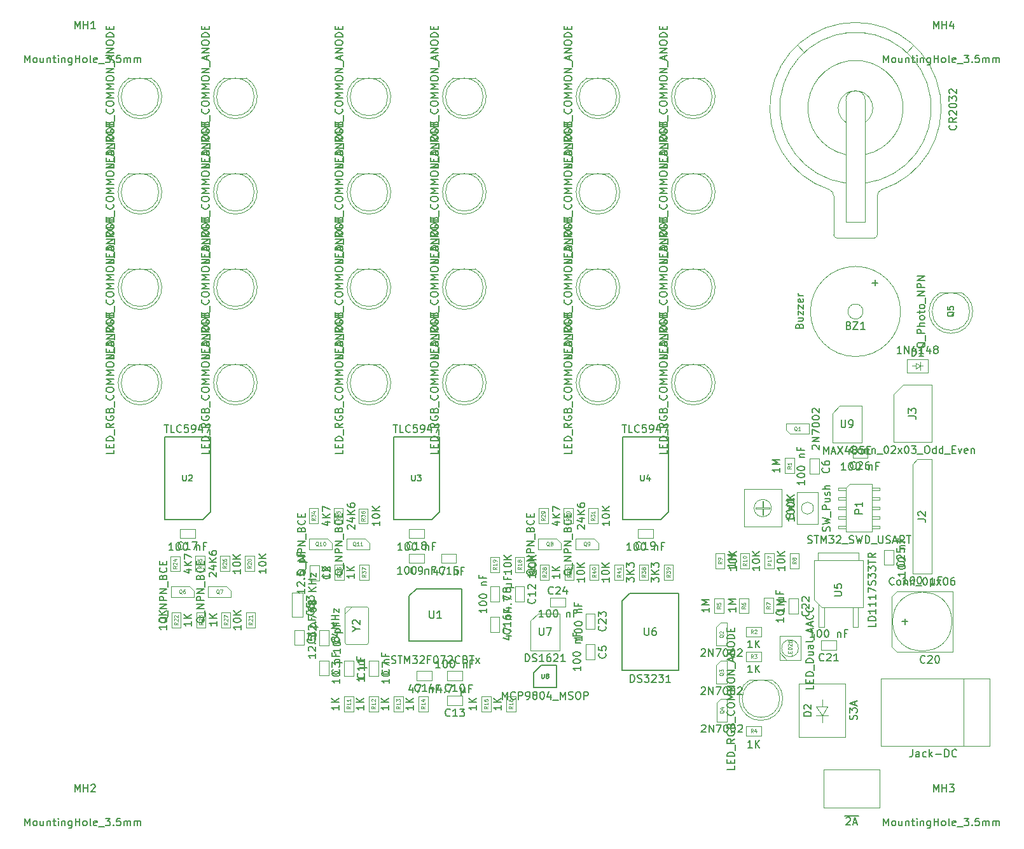
<source format=gbr>
G04 #@! TF.FileFunction,Other,Fab,Top*
%FSLAX46Y46*%
G04 Gerber Fmt 4.6, Leading zero omitted, Abs format (unit mm)*
G04 Created by KiCad (PCBNEW 4.0.7) date Monday, March 26, 2018 'AMt' 12:22:04 AM*
%MOMM*%
%LPD*%
G01*
G04 APERTURE LIST*
%ADD10C,0.100000*%
%ADD11C,0.150000*%
%ADD12C,0.075000*%
%ADD13C,0.200000*%
G04 APERTURE END LIST*
D10*
X217560000Y-135310000D02*
X217560000Y-126310000D01*
X221060000Y-135310000D02*
X221060000Y-126310000D01*
X221060000Y-126310000D02*
X206560000Y-126310000D01*
X206560000Y-126310000D02*
X206560000Y-135310000D01*
X206560000Y-135310000D02*
X221060000Y-135310000D01*
X198975000Y-138420000D02*
X206375000Y-138420000D01*
X206375000Y-138420000D02*
X206375000Y-143520000D01*
X206375000Y-143520000D02*
X198975000Y-143520000D01*
X198975000Y-143520000D02*
X198975000Y-138420000D01*
X206692182Y-61229277D02*
G75*
G03X206100000Y-62075000I307818J-845723D01*
G01*
X203124649Y-38974701D02*
G75*
G02X206700000Y-61225000I75351J-11400299D01*
G01*
X203275351Y-38974701D02*
G75*
G03X199700000Y-61225000I-75351J-11400299D01*
G01*
X201900000Y-40375000D02*
G75*
G02X204500000Y-60375000I1300000J-10000000D01*
G01*
X202996369Y-44043450D02*
G75*
G02X204500000Y-56575000I203631J-6331550D01*
G01*
X203024167Y-48079552D02*
G75*
G02X204500000Y-52275000I175833J-2295448D01*
G01*
X210921600Y-42003800D02*
X210083400Y-42918200D01*
X195478400Y-42003800D02*
X196342000Y-42943600D01*
X203375833Y-48079552D02*
G75*
G03X201900000Y-52275000I-175833J-2295448D01*
G01*
X203403631Y-44043450D02*
G75*
G03X201900000Y-56575000I-203631J-6331550D01*
G01*
X204500000Y-40375000D02*
G75*
G03X201900000Y-60375000I-1300000J-10000000D01*
G01*
X200300000Y-62044400D02*
X200300000Y-67275000D01*
X206100000Y-67275000D02*
X206100000Y-62044400D01*
X200700000Y-67675000D02*
X205700000Y-67675000D01*
X204500000Y-65575000D02*
X204500000Y-49375000D01*
X201900000Y-49375000D02*
X201900000Y-65575000D01*
X199707818Y-61229277D02*
G75*
G02X200300000Y-62075000I-307818J-845723D01*
G01*
X204500000Y-49375000D02*
G75*
G03X201900000Y-49375000I-1300000J0D01*
G01*
X201900000Y-65575000D02*
X204500000Y-65575000D01*
X206100000Y-67275000D02*
G75*
G02X205700000Y-67675000I-400000J0D01*
G01*
X200300000Y-67275000D02*
G75*
G03X200700000Y-67675000I400000J0D01*
G01*
X209200000Y-77460000D02*
G75*
G03X209200000Y-77460000I-6000000J0D01*
G01*
X204200000Y-77460000D02*
G75*
G03X204200000Y-77460000I-1000000J0D01*
G01*
X129762000Y-121861000D02*
X128522000Y-121861000D01*
X129762000Y-119861000D02*
X129762000Y-121861000D01*
X128522000Y-119861000D02*
X129762000Y-119861000D01*
X128522000Y-121861000D02*
X128522000Y-119861000D01*
X130554000Y-111257000D02*
X131794000Y-111257000D01*
X130554000Y-113257000D02*
X130554000Y-111257000D01*
X131794000Y-113257000D02*
X130554000Y-113257000D01*
X131794000Y-111257000D02*
X131794000Y-113257000D01*
X133064000Y-125925000D02*
X131824000Y-125925000D01*
X133064000Y-123925000D02*
X133064000Y-125925000D01*
X131824000Y-123925000D02*
X133064000Y-123925000D01*
X131824000Y-125925000D02*
X131824000Y-123925000D01*
X133064000Y-121893000D02*
X131824000Y-121893000D01*
X133064000Y-119893000D02*
X133064000Y-121893000D01*
X131824000Y-119893000D02*
X133064000Y-119893000D01*
X131824000Y-121893000D02*
X131824000Y-119893000D01*
X167257000Y-121766000D02*
X168497000Y-121766000D01*
X167257000Y-123766000D02*
X167257000Y-121766000D01*
X168497000Y-123766000D02*
X167257000Y-123766000D01*
X168497000Y-121766000D02*
X168497000Y-123766000D01*
X197119000Y-97028000D02*
X198359000Y-97028000D01*
X197119000Y-99028000D02*
X197119000Y-97028000D01*
X198359000Y-99028000D02*
X197119000Y-99028000D01*
X198359000Y-97028000D02*
X198359000Y-99028000D01*
X139685000Y-125984000D02*
X138445000Y-125984000D01*
X139685000Y-123984000D02*
X139685000Y-125984000D01*
X138445000Y-123984000D02*
X139685000Y-123984000D01*
X138445000Y-125984000D02*
X138445000Y-123984000D01*
X154557000Y-114051000D02*
X155797000Y-114051000D01*
X154557000Y-116051000D02*
X154557000Y-114051000D01*
X155797000Y-116051000D02*
X154557000Y-116051000D01*
X155797000Y-114051000D02*
X155797000Y-116051000D01*
X143779000Y-110956000D02*
X143779000Y-109716000D01*
X145779000Y-110956000D02*
X143779000Y-110956000D01*
X145779000Y-109716000D02*
X145779000Y-110956000D01*
X143779000Y-109716000D02*
X145779000Y-109716000D01*
X150859000Y-125337000D02*
X150859000Y-126577000D01*
X148859000Y-125337000D02*
X150859000Y-125337000D01*
X148859000Y-126577000D02*
X148859000Y-125337000D01*
X150859000Y-126577000D02*
X148859000Y-126577000D01*
X136383000Y-125984000D02*
X135143000Y-125984000D01*
X136383000Y-123984000D02*
X136383000Y-125984000D01*
X135143000Y-123984000D02*
X136383000Y-123984000D01*
X135143000Y-125984000D02*
X135143000Y-123984000D01*
X157859000Y-114051000D02*
X159099000Y-114051000D01*
X157859000Y-116051000D02*
X157859000Y-114051000D01*
X159099000Y-116051000D02*
X157859000Y-116051000D01*
X159099000Y-114051000D02*
X159099000Y-116051000D01*
X150859000Y-128639000D02*
X150859000Y-129879000D01*
X148859000Y-128639000D02*
X150859000Y-128639000D01*
X148859000Y-129879000D02*
X148859000Y-128639000D01*
X150859000Y-129879000D02*
X148859000Y-129879000D01*
X144795000Y-126577000D02*
X144795000Y-125337000D01*
X146795000Y-126577000D02*
X144795000Y-126577000D01*
X146795000Y-125337000D02*
X146795000Y-126577000D01*
X144795000Y-125337000D02*
X146795000Y-125337000D01*
X148065000Y-110956000D02*
X148065000Y-109716000D01*
X150065000Y-110956000D02*
X148065000Y-110956000D01*
X150065000Y-109716000D02*
X150065000Y-110956000D01*
X148065000Y-109716000D02*
X150065000Y-109716000D01*
X155797000Y-120115000D02*
X154557000Y-120115000D01*
X155797000Y-118115000D02*
X155797000Y-120115000D01*
X154557000Y-118115000D02*
X155797000Y-118115000D01*
X154557000Y-120115000D02*
X154557000Y-118115000D01*
X143779000Y-107654000D02*
X143779000Y-106414000D01*
X145779000Y-107654000D02*
X143779000Y-107654000D01*
X145779000Y-106414000D02*
X145779000Y-107654000D01*
X143779000Y-106414000D02*
X145779000Y-106414000D01*
X174259000Y-107654000D02*
X174259000Y-106414000D01*
X176259000Y-107654000D02*
X174259000Y-107654000D01*
X176259000Y-106414000D02*
X176259000Y-107654000D01*
X174259000Y-106414000D02*
X176259000Y-106414000D01*
X211438000Y-97128200D02*
X213343000Y-97128200D01*
X213343000Y-97128200D02*
X213343000Y-112368200D01*
X213343000Y-112368200D02*
X210803000Y-112368200D01*
X210803000Y-112368200D02*
X210803000Y-97763200D01*
X210803000Y-97763200D02*
X211438000Y-97128200D01*
X180140334Y-84494984D02*
G75*
G03X183079694Y-84495000I1469666J-2500016D01*
G01*
X184110000Y-86995000D02*
G75*
G03X184110000Y-86995000I-2500000J0D01*
G01*
X183079694Y-84495000D02*
X180140306Y-84495000D01*
X180140334Y-71794984D02*
G75*
G03X183079694Y-71795000I1469666J-2500016D01*
G01*
X184110000Y-74295000D02*
G75*
G03X184110000Y-74295000I-2500000J0D01*
G01*
X183079694Y-71795000D02*
X180140306Y-71795000D01*
X180140334Y-59094984D02*
G75*
G03X183079694Y-59095000I1469666J-2500016D01*
G01*
X184110000Y-61595000D02*
G75*
G03X184110000Y-61595000I-2500000J0D01*
G01*
X183079694Y-59095000D02*
X180140306Y-59095000D01*
X180140334Y-46394984D02*
G75*
G03X183079694Y-46395000I1469666J-2500016D01*
G01*
X184110000Y-48895000D02*
G75*
G03X184110000Y-48895000I-2500000J0D01*
G01*
X183079694Y-46395000D02*
X180140306Y-46395000D01*
X167440334Y-84494984D02*
G75*
G03X170379694Y-84495000I1469666J-2500016D01*
G01*
X171410000Y-86995000D02*
G75*
G03X171410000Y-86995000I-2500000J0D01*
G01*
X170379694Y-84495000D02*
X167440306Y-84495000D01*
X167440334Y-71794984D02*
G75*
G03X170379694Y-71795000I1469666J-2500016D01*
G01*
X171410000Y-74295000D02*
G75*
G03X171410000Y-74295000I-2500000J0D01*
G01*
X170379694Y-71795000D02*
X167440306Y-71795000D01*
X167440334Y-59094984D02*
G75*
G03X170379694Y-59095000I1469666J-2500016D01*
G01*
X171410000Y-61595000D02*
G75*
G03X171410000Y-61595000I-2500000J0D01*
G01*
X170379694Y-59095000D02*
X167440306Y-59095000D01*
X167440334Y-46394984D02*
G75*
G03X170379694Y-46395000I1469666J-2500016D01*
G01*
X171410000Y-48895000D02*
G75*
G03X171410000Y-48895000I-2500000J0D01*
G01*
X170379694Y-46395000D02*
X167440306Y-46395000D01*
X149660334Y-84494984D02*
G75*
G03X152599694Y-84495000I1469666J-2500016D01*
G01*
X153630000Y-86995000D02*
G75*
G03X153630000Y-86995000I-2500000J0D01*
G01*
X152599694Y-84495000D02*
X149660306Y-84495000D01*
X149660334Y-71794984D02*
G75*
G03X152599694Y-71795000I1469666J-2500016D01*
G01*
X153630000Y-74295000D02*
G75*
G03X153630000Y-74295000I-2500000J0D01*
G01*
X152599694Y-71795000D02*
X149660306Y-71795000D01*
X149660334Y-59094984D02*
G75*
G03X152599694Y-59095000I1469666J-2500016D01*
G01*
X153630000Y-61595000D02*
G75*
G03X153630000Y-61595000I-2500000J0D01*
G01*
X152599694Y-59095000D02*
X149660306Y-59095000D01*
X149660334Y-46394984D02*
G75*
G03X152599694Y-46395000I1469666J-2500016D01*
G01*
X153630000Y-48895000D02*
G75*
G03X153630000Y-48895000I-2500000J0D01*
G01*
X152599694Y-46395000D02*
X149660306Y-46395000D01*
X136960334Y-84494984D02*
G75*
G03X139899694Y-84495000I1469666J-2500016D01*
G01*
X140930000Y-86995000D02*
G75*
G03X140930000Y-86995000I-2500000J0D01*
G01*
X139899694Y-84495000D02*
X136960306Y-84495000D01*
X136960334Y-71794984D02*
G75*
G03X139899694Y-71795000I1469666J-2500016D01*
G01*
X140930000Y-74295000D02*
G75*
G03X140930000Y-74295000I-2500000J0D01*
G01*
X139899694Y-71795000D02*
X136960306Y-71795000D01*
X136960334Y-59094984D02*
G75*
G03X139899694Y-59095000I1469666J-2500016D01*
G01*
X140930000Y-61595000D02*
G75*
G03X140930000Y-61595000I-2500000J0D01*
G01*
X139899694Y-59095000D02*
X136960306Y-59095000D01*
X136960334Y-46394984D02*
G75*
G03X139899694Y-46395000I1469666J-2500016D01*
G01*
X140930000Y-48895000D02*
G75*
G03X140930000Y-48895000I-2500000J0D01*
G01*
X139899694Y-46395000D02*
X136960306Y-46395000D01*
X119180334Y-84494984D02*
G75*
G03X122119694Y-84495000I1469666J-2500016D01*
G01*
X123150000Y-86995000D02*
G75*
G03X123150000Y-86995000I-2500000J0D01*
G01*
X122119694Y-84495000D02*
X119180306Y-84495000D01*
X119180334Y-71794984D02*
G75*
G03X122119694Y-71795000I1469666J-2500016D01*
G01*
X123150000Y-74295000D02*
G75*
G03X123150000Y-74295000I-2500000J0D01*
G01*
X122119694Y-71795000D02*
X119180306Y-71795000D01*
X119180334Y-59094984D02*
G75*
G03X122119694Y-59095000I1469666J-2500016D01*
G01*
X123150000Y-61595000D02*
G75*
G03X123150000Y-61595000I-2500000J0D01*
G01*
X122119694Y-59095000D02*
X119180306Y-59095000D01*
X119180334Y-46394984D02*
G75*
G03X122119694Y-46395000I1469666J-2500016D01*
G01*
X123150000Y-48895000D02*
G75*
G03X123150000Y-48895000I-2500000J0D01*
G01*
X122119694Y-46395000D02*
X119180306Y-46395000D01*
X106480334Y-84494984D02*
G75*
G03X109419694Y-84495000I1469666J-2500016D01*
G01*
X110450000Y-86995000D02*
G75*
G03X110450000Y-86995000I-2500000J0D01*
G01*
X109419694Y-84495000D02*
X106480306Y-84495000D01*
X106480334Y-71794984D02*
G75*
G03X109419694Y-71795000I1469666J-2500016D01*
G01*
X110450000Y-74295000D02*
G75*
G03X110450000Y-74295000I-2500000J0D01*
G01*
X109419694Y-71795000D02*
X106480306Y-71795000D01*
X106480334Y-59094984D02*
G75*
G03X109419694Y-59095000I1469666J-2500016D01*
G01*
X110450000Y-61595000D02*
G75*
G03X110450000Y-61595000I-2500000J0D01*
G01*
X109419694Y-59095000D02*
X106480306Y-59095000D01*
X106480334Y-46394984D02*
G75*
G03X109419694Y-46395000I1469666J-2500016D01*
G01*
X110450000Y-48895000D02*
G75*
G03X110450000Y-48895000I-2500000J0D01*
G01*
X109419694Y-46395000D02*
X106480306Y-46395000D01*
X205368000Y-106807000D02*
X201958000Y-106807000D01*
X202393000Y-100457000D02*
X205368000Y-100457000D01*
X201958000Y-106807000D02*
X201958000Y-100892000D01*
X201958000Y-100892000D02*
X202393000Y-100457000D01*
X205368000Y-100457000D02*
X205368000Y-106807000D01*
X201958000Y-100892000D02*
X200913000Y-100892000D01*
X200913000Y-100892000D02*
X200913000Y-101292000D01*
X200913000Y-101292000D02*
X201958000Y-101292000D01*
X205368000Y-100892000D02*
X206413000Y-100892000D01*
X206413000Y-100892000D02*
X206413000Y-101292000D01*
X206413000Y-101292000D02*
X205368000Y-101292000D01*
X201958000Y-102162000D02*
X200913000Y-102162000D01*
X200913000Y-102162000D02*
X200913000Y-102562000D01*
X200913000Y-102562000D02*
X201958000Y-102562000D01*
X205368000Y-102162000D02*
X206413000Y-102162000D01*
X206413000Y-102162000D02*
X206413000Y-102562000D01*
X206413000Y-102562000D02*
X205368000Y-102562000D01*
X201958000Y-103432000D02*
X200913000Y-103432000D01*
X200913000Y-103432000D02*
X200913000Y-103832000D01*
X200913000Y-103832000D02*
X201958000Y-103832000D01*
X205368000Y-103432000D02*
X206413000Y-103432000D01*
X206413000Y-103432000D02*
X206413000Y-103832000D01*
X206413000Y-103832000D02*
X205368000Y-103832000D01*
X201958000Y-104702000D02*
X200913000Y-104702000D01*
X200913000Y-104702000D02*
X200913000Y-105102000D01*
X200913000Y-105102000D02*
X201958000Y-105102000D01*
X205368000Y-104702000D02*
X206413000Y-104702000D01*
X206413000Y-104702000D02*
X206413000Y-105102000D01*
X206413000Y-105102000D02*
X205368000Y-105102000D01*
X201958000Y-105972000D02*
X200913000Y-105972000D01*
X200913000Y-105972000D02*
X200913000Y-106372000D01*
X200913000Y-106372000D02*
X201958000Y-106372000D01*
X205368000Y-105972000D02*
X206413000Y-105972000D01*
X206413000Y-105972000D02*
X206413000Y-106372000D01*
X206413000Y-106372000D02*
X205368000Y-106372000D01*
X194503000Y-93775000D02*
X196953000Y-93775000D01*
X193933000Y-93225000D02*
X193933000Y-92375000D01*
X194503000Y-93775000D02*
X193933000Y-93225000D01*
X193933000Y-92375000D02*
X196973000Y-92375000D01*
X196973000Y-93775000D02*
X196973000Y-92375000D01*
X184687000Y-119485000D02*
X184687000Y-121935000D01*
X185237000Y-118915000D02*
X186087000Y-118915000D01*
X184687000Y-119485000D02*
X185237000Y-118915000D01*
X186087000Y-118915000D02*
X186087000Y-121955000D01*
X184687000Y-121955000D02*
X186087000Y-121955000D01*
X184687000Y-124565000D02*
X184687000Y-127015000D01*
X185237000Y-123995000D02*
X186087000Y-123995000D01*
X184687000Y-124565000D02*
X185237000Y-123995000D01*
X186087000Y-123995000D02*
X186087000Y-127035000D01*
X184687000Y-127035000D02*
X186087000Y-127035000D01*
X114532000Y-114065000D02*
X112082000Y-114065000D01*
X115102000Y-114615000D02*
X115102000Y-115465000D01*
X114532000Y-114065000D02*
X115102000Y-114615000D01*
X115102000Y-115465000D02*
X112062000Y-115465000D01*
X112062000Y-114065000D02*
X112062000Y-115465000D01*
X119485000Y-114065000D02*
X117035000Y-114065000D01*
X120055000Y-114615000D02*
X120055000Y-115465000D01*
X119485000Y-114065000D02*
X120055000Y-114615000D01*
X120055000Y-115465000D02*
X117015000Y-115465000D01*
X117015000Y-114065000D02*
X117015000Y-115465000D01*
X163432000Y-107715000D02*
X160982000Y-107715000D01*
X164002000Y-108265000D02*
X164002000Y-109115000D01*
X163432000Y-107715000D02*
X164002000Y-108265000D01*
X164002000Y-109115000D02*
X160962000Y-109115000D01*
X160962000Y-107715000D02*
X160962000Y-109115000D01*
X168385000Y-107715000D02*
X165935000Y-107715000D01*
X168955000Y-108265000D02*
X168955000Y-109115000D01*
X168385000Y-107715000D02*
X168955000Y-108265000D01*
X168955000Y-109115000D02*
X165915000Y-109115000D01*
X165915000Y-107715000D02*
X165915000Y-109115000D01*
X132947000Y-107715000D02*
X130497000Y-107715000D01*
X133517000Y-108265000D02*
X133517000Y-109115000D01*
X132947000Y-107715000D02*
X133517000Y-108265000D01*
X133517000Y-109115000D02*
X130477000Y-109115000D01*
X130477000Y-107715000D02*
X130477000Y-109115000D01*
X193817000Y-96983000D02*
X195057000Y-96983000D01*
X193817000Y-98983000D02*
X193817000Y-96983000D01*
X195057000Y-98983000D02*
X193817000Y-98983000D01*
X195057000Y-96983000D02*
X195057000Y-98983000D01*
X190660000Y-119495000D02*
X190660000Y-120735000D01*
X188660000Y-119495000D02*
X190660000Y-119495000D01*
X188660000Y-120735000D02*
X188660000Y-119495000D01*
X190660000Y-120735000D02*
X188660000Y-120735000D01*
X188660000Y-124037000D02*
X188660000Y-122797000D01*
X190660000Y-124037000D02*
X188660000Y-124037000D01*
X190660000Y-122797000D02*
X190660000Y-124037000D01*
X188660000Y-122797000D02*
X190660000Y-122797000D01*
X188660000Y-133943000D02*
X188660000Y-132703000D01*
X190660000Y-133943000D02*
X188660000Y-133943000D01*
X190660000Y-132703000D02*
X190660000Y-133943000D01*
X188660000Y-132703000D02*
X190660000Y-132703000D01*
X184402000Y-115625000D02*
X185642000Y-115625000D01*
X184402000Y-117625000D02*
X184402000Y-115625000D01*
X185642000Y-117625000D02*
X184402000Y-117625000D01*
X185642000Y-115625000D02*
X185642000Y-117625000D01*
X187704000Y-115625000D02*
X188944000Y-115625000D01*
X187704000Y-117625000D02*
X187704000Y-115625000D01*
X188944000Y-117625000D02*
X187704000Y-117625000D01*
X188944000Y-115625000D02*
X188944000Y-117625000D01*
X191006000Y-115620000D02*
X192246000Y-115620000D01*
X191006000Y-117620000D02*
X191006000Y-115620000D01*
X192246000Y-117620000D02*
X191006000Y-117620000D01*
X192246000Y-115620000D02*
X192246000Y-117620000D01*
X194435000Y-109651000D02*
X195675000Y-109651000D01*
X194435000Y-111651000D02*
X194435000Y-109651000D01*
X195675000Y-111651000D02*
X194435000Y-111651000D01*
X195675000Y-109651000D02*
X195675000Y-111651000D01*
X185769000Y-111651000D02*
X184529000Y-111651000D01*
X185769000Y-109651000D02*
X185769000Y-111651000D01*
X184529000Y-109651000D02*
X185769000Y-109651000D01*
X184529000Y-111651000D02*
X184529000Y-109651000D01*
X187831000Y-109651000D02*
X189071000Y-109651000D01*
X187831000Y-111651000D02*
X187831000Y-109651000D01*
X189071000Y-111651000D02*
X187831000Y-111651000D01*
X189071000Y-109651000D02*
X189071000Y-111651000D01*
X135126000Y-128701000D02*
X136366000Y-128701000D01*
X135126000Y-130701000D02*
X135126000Y-128701000D01*
X136366000Y-130701000D02*
X135126000Y-130701000D01*
X136366000Y-128701000D02*
X136366000Y-130701000D01*
X138428000Y-128701000D02*
X139668000Y-128701000D01*
X138428000Y-130701000D02*
X138428000Y-128701000D01*
X139668000Y-130701000D02*
X138428000Y-130701000D01*
X139668000Y-128701000D02*
X139668000Y-130701000D01*
X141730000Y-128701000D02*
X142970000Y-128701000D01*
X141730000Y-130701000D02*
X141730000Y-128701000D01*
X142970000Y-130701000D02*
X141730000Y-130701000D01*
X142970000Y-128701000D02*
X142970000Y-130701000D01*
X145032000Y-128706000D02*
X146272000Y-128706000D01*
X145032000Y-130706000D02*
X145032000Y-128706000D01*
X146272000Y-130706000D02*
X145032000Y-130706000D01*
X146272000Y-128706000D02*
X146272000Y-130706000D01*
X153414000Y-128701000D02*
X154654000Y-128701000D01*
X153414000Y-130701000D02*
X153414000Y-128701000D01*
X154654000Y-130701000D02*
X153414000Y-130701000D01*
X154654000Y-128701000D02*
X154654000Y-130701000D01*
X156716000Y-128701000D02*
X157956000Y-128701000D01*
X156716000Y-130701000D02*
X156716000Y-128701000D01*
X157956000Y-130701000D02*
X156716000Y-130701000D01*
X157956000Y-128701000D02*
X157956000Y-130701000D01*
X191128000Y-109656000D02*
X192368000Y-109656000D01*
X191128000Y-111656000D02*
X191128000Y-109656000D01*
X192368000Y-111656000D02*
X191128000Y-111656000D01*
X192368000Y-109656000D02*
X192368000Y-111656000D01*
X159099000Y-112164000D02*
X157859000Y-112164000D01*
X159099000Y-110164000D02*
X159099000Y-112164000D01*
X157859000Y-110164000D02*
X159099000Y-110164000D01*
X157859000Y-112164000D02*
X157859000Y-110164000D01*
X155797000Y-112159000D02*
X154557000Y-112159000D01*
X155797000Y-110159000D02*
X155797000Y-112159000D01*
X154557000Y-110159000D02*
X155797000Y-110159000D01*
X154557000Y-112159000D02*
X154557000Y-110159000D01*
X123158000Y-112032000D02*
X121918000Y-112032000D01*
X123158000Y-110032000D02*
X123158000Y-112032000D01*
X121918000Y-110032000D02*
X123158000Y-110032000D01*
X121918000Y-112032000D02*
X121918000Y-110032000D01*
X122045000Y-117530000D02*
X123285000Y-117530000D01*
X122045000Y-119530000D02*
X122045000Y-117530000D01*
X123285000Y-119530000D02*
X122045000Y-119530000D01*
X123285000Y-117530000D02*
X123285000Y-119530000D01*
X112139000Y-117530000D02*
X113379000Y-117530000D01*
X112139000Y-119530000D02*
X112139000Y-117530000D01*
X113379000Y-119530000D02*
X112139000Y-119530000D01*
X113379000Y-117530000D02*
X113379000Y-119530000D01*
X115441000Y-117530000D02*
X116681000Y-117530000D01*
X115441000Y-119530000D02*
X115441000Y-117530000D01*
X116681000Y-119530000D02*
X115441000Y-119530000D01*
X116681000Y-117530000D02*
X116681000Y-119530000D01*
X113252000Y-112037000D02*
X112012000Y-112037000D01*
X113252000Y-110037000D02*
X113252000Y-112037000D01*
X112012000Y-110037000D02*
X113252000Y-110037000D01*
X112012000Y-112037000D02*
X112012000Y-110037000D01*
X116554000Y-112032000D02*
X115314000Y-112032000D01*
X116554000Y-110032000D02*
X116554000Y-112032000D01*
X115314000Y-110032000D02*
X116554000Y-110032000D01*
X115314000Y-112032000D02*
X115314000Y-110032000D01*
X119851000Y-112032000D02*
X118611000Y-112032000D01*
X119851000Y-110032000D02*
X119851000Y-112032000D01*
X118611000Y-110032000D02*
X119851000Y-110032000D01*
X118611000Y-112032000D02*
X118611000Y-110032000D01*
X118743000Y-117525000D02*
X119983000Y-117525000D01*
X118743000Y-119525000D02*
X118743000Y-117525000D01*
X119983000Y-119525000D02*
X118743000Y-119525000D01*
X119983000Y-117525000D02*
X119983000Y-119525000D01*
X161178000Y-111175000D02*
X162418000Y-111175000D01*
X161178000Y-113175000D02*
X161178000Y-111175000D01*
X162418000Y-113175000D02*
X161178000Y-113175000D01*
X162418000Y-111175000D02*
X162418000Y-113175000D01*
X162274000Y-105682000D02*
X161034000Y-105682000D01*
X162274000Y-103682000D02*
X162274000Y-105682000D01*
X161034000Y-103682000D02*
X162274000Y-103682000D01*
X161034000Y-105682000D02*
X161034000Y-103682000D01*
X165576000Y-105682000D02*
X164336000Y-105682000D01*
X165576000Y-103682000D02*
X165576000Y-105682000D01*
X164336000Y-103682000D02*
X165576000Y-103682000D01*
X164336000Y-105682000D02*
X164336000Y-103682000D01*
X168878000Y-105682000D02*
X167638000Y-105682000D01*
X168878000Y-103682000D02*
X168878000Y-105682000D01*
X167638000Y-103682000D02*
X168878000Y-103682000D01*
X167638000Y-105682000D02*
X167638000Y-103682000D01*
X164480000Y-111175000D02*
X165720000Y-111175000D01*
X164480000Y-113175000D02*
X164480000Y-111175000D01*
X165720000Y-113175000D02*
X164480000Y-113175000D01*
X165720000Y-111175000D02*
X165720000Y-113175000D01*
X133851000Y-111180000D02*
X135091000Y-111180000D01*
X133851000Y-113180000D02*
X133851000Y-111180000D01*
X135091000Y-113180000D02*
X133851000Y-113180000D01*
X135091000Y-111180000D02*
X135091000Y-113180000D01*
X131667000Y-105682000D02*
X130427000Y-105682000D01*
X131667000Y-103682000D02*
X131667000Y-105682000D01*
X130427000Y-103682000D02*
X131667000Y-103682000D01*
X130427000Y-105682000D02*
X130427000Y-103682000D01*
X134969000Y-105682000D02*
X133729000Y-105682000D01*
X134969000Y-103682000D02*
X134969000Y-105682000D01*
X133729000Y-103682000D02*
X134969000Y-103682000D01*
X133729000Y-105682000D02*
X133729000Y-103682000D01*
X138271000Y-105687000D02*
X137031000Y-105687000D01*
X138271000Y-103687000D02*
X138271000Y-105687000D01*
X137031000Y-103687000D02*
X138271000Y-103687000D01*
X137031000Y-105687000D02*
X137031000Y-103687000D01*
X195412000Y-105750000D02*
X195412000Y-101550000D01*
X195412000Y-101550000D02*
X198212000Y-101550000D01*
X198212000Y-101550000D02*
X198212000Y-105750000D01*
X198212000Y-105750000D02*
X195412000Y-105750000D01*
X197612000Y-103650000D02*
G75*
G03X197612000Y-103650000I-800000J0D01*
G01*
D11*
X144767000Y-114361000D02*
X150767000Y-114361000D01*
X150767000Y-114361000D02*
X150767000Y-121361000D01*
X150767000Y-121361000D02*
X143767000Y-121361000D01*
X143767000Y-121361000D02*
X143767000Y-115361000D01*
X143767000Y-115361000D02*
X144767000Y-114361000D01*
X111218000Y-94146200D02*
X117318000Y-94146200D01*
X117318000Y-94146200D02*
X117318000Y-104146200D01*
X117318000Y-104146200D02*
X116318000Y-105146200D01*
X116318000Y-105146200D02*
X111218000Y-105146200D01*
X111218000Y-105146200D02*
X111218000Y-94146200D01*
X141698000Y-94146200D02*
X147798000Y-94146200D01*
X147798000Y-94146200D02*
X147798000Y-104146200D01*
X147798000Y-104146200D02*
X146798000Y-105146200D01*
X146798000Y-105146200D02*
X141698000Y-105146200D01*
X141698000Y-105146200D02*
X141698000Y-94146200D01*
X172178000Y-94146200D02*
X178278000Y-94146200D01*
X178278000Y-94146200D02*
X178278000Y-104146200D01*
X178278000Y-104146200D02*
X177278000Y-105146200D01*
X177278000Y-105146200D02*
X172178000Y-105146200D01*
X172178000Y-105146200D02*
X172178000Y-94146200D01*
D10*
X198220000Y-110595000D02*
X198220000Y-109595000D01*
X198220000Y-109595000D02*
X203620000Y-109595000D01*
X203620000Y-109595000D02*
X203620000Y-110595000D01*
X197670000Y-110595000D02*
X204170000Y-110595000D01*
X204170000Y-110595000D02*
X204170000Y-116815000D01*
X204170000Y-116815000D02*
X198670000Y-116815000D01*
X198670000Y-116815000D02*
X197670000Y-115815000D01*
X197670000Y-115815000D02*
X197670000Y-110595000D01*
X198265000Y-116410000D02*
X198265000Y-119515000D01*
X198265000Y-119515000D02*
X199015000Y-119515000D01*
X199015000Y-119515000D02*
X199015000Y-116815000D01*
X202825000Y-116815000D02*
X202825000Y-119515000D01*
X202825000Y-119515000D02*
X203575000Y-119515000D01*
X203575000Y-119515000D02*
X203575000Y-116815000D01*
D11*
X173128000Y-114965000D02*
X179628000Y-114965000D01*
X179628000Y-114965000D02*
X179628000Y-125265000D01*
X179628000Y-125265000D02*
X172128000Y-125265000D01*
X172128000Y-125265000D02*
X172128000Y-115965000D01*
X172128000Y-115965000D02*
X173128000Y-114965000D01*
D10*
X160925000Y-117665000D02*
X163825000Y-117665000D01*
X163825000Y-117665000D02*
X163825000Y-122565000D01*
X163825000Y-122565000D02*
X159925000Y-122565000D01*
X159925000Y-122565000D02*
X159925000Y-118665000D01*
X159925000Y-118665000D02*
X160925000Y-117665000D01*
X209533000Y-87222200D02*
X213343000Y-87222200D01*
X213343000Y-87222200D02*
X213343000Y-94842200D01*
X213343000Y-94842200D02*
X208263000Y-94842200D01*
X208263000Y-94842200D02*
X208263000Y-88492200D01*
X208263000Y-88492200D02*
X209533000Y-87222200D01*
X137158000Y-111175000D02*
X138398000Y-111175000D01*
X137158000Y-113175000D02*
X137158000Y-111175000D01*
X138398000Y-113175000D02*
X137158000Y-113175000D01*
X138398000Y-111175000D02*
X138398000Y-113175000D01*
X174386000Y-111175000D02*
X175626000Y-111175000D01*
X174386000Y-113175000D02*
X174386000Y-111175000D01*
X175626000Y-113175000D02*
X174386000Y-113175000D01*
X175626000Y-111175000D02*
X175626000Y-113175000D01*
X194325000Y-115697000D02*
X195565000Y-115697000D01*
X194325000Y-117697000D02*
X194325000Y-115697000D01*
X195565000Y-117697000D02*
X194325000Y-117697000D01*
X195565000Y-115697000D02*
X195565000Y-117697000D01*
X168497000Y-119702000D02*
X167257000Y-119702000D01*
X168497000Y-117702000D02*
X168497000Y-119702000D01*
X167257000Y-117702000D02*
X168497000Y-117702000D01*
X167257000Y-119702000D02*
X167257000Y-117702000D01*
X162575000Y-116798000D02*
X162575000Y-115558000D01*
X164575000Y-116798000D02*
X162575000Y-116798000D01*
X164575000Y-115558000D02*
X164575000Y-116798000D01*
X162575000Y-115558000D02*
X164575000Y-115558000D01*
X113299000Y-107654000D02*
X113299000Y-106414000D01*
X115299000Y-107654000D02*
X113299000Y-107654000D01*
X115299000Y-106414000D02*
X115299000Y-107654000D01*
X113299000Y-106414000D02*
X115299000Y-106414000D01*
X216035884Y-118745000D02*
G75*
G03X216035884Y-118745000I-3945884J0D01*
G01*
X216130000Y-122785000D02*
X216130000Y-114705000D01*
X208720000Y-122785000D02*
X216130000Y-122785000D01*
X208050000Y-122115000D02*
X208720000Y-122785000D01*
X208050000Y-115375000D02*
X208050000Y-122115000D01*
X208720000Y-114705000D02*
X208050000Y-115375000D01*
X216130000Y-114705000D02*
X208720000Y-114705000D01*
X200643000Y-121273000D02*
X200643000Y-122513000D01*
X198643000Y-121273000D02*
X200643000Y-121273000D01*
X198643000Y-122513000D02*
X198643000Y-121273000D01*
X200643000Y-122513000D02*
X198643000Y-122513000D01*
X128155000Y-118139000D02*
X129655000Y-118139000D01*
X128155000Y-114939000D02*
X129655000Y-114939000D01*
X128155000Y-118139000D02*
X128155000Y-114939000D01*
X129655000Y-118139000D02*
X129655000Y-114939000D01*
X138378000Y-116925000D02*
X138378000Y-121525000D01*
X138378000Y-121525000D02*
X138178000Y-121725000D01*
X138178000Y-121725000D02*
X135378000Y-121725000D01*
X135378000Y-121725000D02*
X135178000Y-121525000D01*
X135178000Y-121525000D02*
X135178000Y-116925000D01*
X135178000Y-116925000D02*
X135378000Y-116725000D01*
X135378000Y-116725000D02*
X138178000Y-116725000D01*
X138178000Y-116725000D02*
X138378000Y-116925000D01*
X136178000Y-116725000D02*
X135178000Y-117725000D01*
X208248000Y-111193000D02*
X207008000Y-111193000D01*
X208248000Y-109193000D02*
X208248000Y-111193000D01*
X207008000Y-109193000D02*
X208248000Y-109193000D01*
X207008000Y-111193000D02*
X207008000Y-109193000D01*
X188357000Y-106137000D02*
X193357000Y-106137000D01*
X193357000Y-106137000D02*
X193357000Y-101137000D01*
X193357000Y-101137000D02*
X188357000Y-101137000D01*
X188357000Y-101137000D02*
X188357000Y-106137000D01*
X190797000Y-104557000D02*
X190797000Y-103697000D01*
X190797000Y-103697000D02*
X189937000Y-103697000D01*
X189937000Y-103697000D02*
X189937000Y-103577000D01*
X189937000Y-103577000D02*
X190797000Y-103577000D01*
X190797000Y-103577000D02*
X190797000Y-102717000D01*
X190797000Y-102717000D02*
X190917000Y-102717000D01*
X190917000Y-102717000D02*
X190917000Y-103577000D01*
X190917000Y-103577000D02*
X191777000Y-103577000D01*
X191777000Y-103577000D02*
X191777000Y-103697000D01*
X191777000Y-103697000D02*
X190917000Y-103697000D01*
X190917000Y-103697000D02*
X190917000Y-104557000D01*
X190917000Y-104557000D02*
X190797000Y-104557000D01*
X192007000Y-103637000D02*
G75*
G03X192007000Y-103637000I-1150000J0D01*
G01*
X177688000Y-111175000D02*
X178928000Y-111175000D01*
X177688000Y-113175000D02*
X177688000Y-111175000D01*
X178928000Y-113175000D02*
X177688000Y-113175000D01*
X178928000Y-111175000D02*
X178928000Y-113175000D01*
X202834000Y-96986200D02*
X202834000Y-95746200D01*
X204834000Y-96986200D02*
X202834000Y-96986200D01*
X204834000Y-95746200D02*
X204834000Y-96986200D01*
X202834000Y-95746200D02*
X204834000Y-95746200D01*
X184719000Y-129579000D02*
X184719000Y-132029000D01*
X185269000Y-129009000D02*
X186119000Y-129009000D01*
X184719000Y-129579000D02*
X185269000Y-129009000D01*
X186119000Y-129009000D02*
X186119000Y-132049000D01*
X184719000Y-132049000D02*
X186119000Y-132049000D01*
X214430334Y-74969984D02*
G75*
G03X217369694Y-74970000I1469666J-2500016D01*
G01*
X218400000Y-77470000D02*
G75*
G03X218400000Y-77470000I-2500000J0D01*
G01*
X217369694Y-74970000D02*
X214430306Y-74970000D01*
X137900000Y-107715000D02*
X135450000Y-107715000D01*
X138470000Y-108265000D02*
X138470000Y-109115000D01*
X137900000Y-107715000D02*
X138470000Y-108265000D01*
X138470000Y-109115000D02*
X135430000Y-109115000D01*
X135430000Y-107715000D02*
X135430000Y-109115000D01*
X167782000Y-111175000D02*
X169022000Y-111175000D01*
X167782000Y-113175000D02*
X167782000Y-111175000D01*
X169022000Y-113175000D02*
X167782000Y-113175000D01*
X169022000Y-111175000D02*
X169022000Y-113175000D01*
X171084000Y-111175000D02*
X172324000Y-111175000D01*
X171084000Y-113175000D02*
X171084000Y-111175000D01*
X172324000Y-113175000D02*
X171084000Y-113175000D01*
X172324000Y-111175000D02*
X172324000Y-113175000D01*
X189140334Y-126504984D02*
G75*
G03X192079694Y-126505000I1469666J-2500016D01*
G01*
X193110000Y-129005000D02*
G75*
G03X193110000Y-129005000I-2500000J0D01*
G01*
X192079694Y-126505000D02*
X189140306Y-126505000D01*
X195605000Y-122294000D02*
G75*
G03X195605000Y-122294000I-1120000J0D01*
G01*
X193085000Y-122894000D02*
X194085000Y-123894000D01*
X193085000Y-123894000D02*
X195885000Y-123894000D01*
X195885000Y-123894000D02*
X195885000Y-120694000D01*
X195885000Y-120694000D02*
X193085000Y-120694000D01*
X193085000Y-120694000D02*
X193085000Y-123894000D01*
X211206000Y-84709000D02*
X210706000Y-84709000D01*
X211206000Y-84309000D02*
X211806000Y-84709000D01*
X211206000Y-85109000D02*
X211206000Y-84309000D01*
X211806000Y-84709000D02*
X211206000Y-85109000D01*
X211806000Y-84709000D02*
X211806000Y-84159000D01*
X211806000Y-84709000D02*
X211806000Y-85259000D01*
X212206000Y-84709000D02*
X211806000Y-84709000D01*
X212856000Y-83809000D02*
X212856000Y-85609000D01*
X210056000Y-83809000D02*
X212856000Y-83809000D01*
X210056000Y-85609000D02*
X210056000Y-83809000D01*
X212856000Y-85609000D02*
X210056000Y-85609000D01*
X201855000Y-127035000D02*
X201855000Y-134135000D01*
X201855000Y-134135000D02*
X195655000Y-134135000D01*
X195655000Y-127035000D02*
X201855000Y-127035000D01*
X195655000Y-127035000D02*
X195655000Y-134135000D01*
X198756020Y-131234440D02*
X198756020Y-132136140D01*
X198756020Y-130083820D02*
X198756020Y-129085600D01*
X197955920Y-131234440D02*
X199556120Y-131234440D01*
X199505320Y-130083820D02*
X197955920Y-130083820D01*
X198756020Y-131234440D02*
X199505320Y-130083820D01*
X198756020Y-131234440D02*
X197955920Y-130083820D01*
D11*
X161384000Y-124540000D02*
X163384000Y-124540000D01*
X163384000Y-124540000D02*
X163384000Y-127540000D01*
X163384000Y-127540000D02*
X160384000Y-127540000D01*
X160384000Y-127540000D02*
X160384000Y-125540000D01*
X160384000Y-125540000D02*
X161384000Y-124540000D01*
D10*
X201107000Y-90006000D02*
X204007000Y-90006000D01*
X204007000Y-90006000D02*
X204007000Y-94906000D01*
X204007000Y-94906000D02*
X200107000Y-94906000D01*
X200107000Y-94906000D02*
X200107000Y-91006000D01*
X200107000Y-91006000D02*
X201107000Y-90006000D01*
D11*
X210798096Y-135762381D02*
X210798096Y-136476667D01*
X210750476Y-136619524D01*
X210655238Y-136714762D01*
X210512381Y-136762381D01*
X210417143Y-136762381D01*
X211702858Y-136762381D02*
X211702858Y-136238571D01*
X211655239Y-136143333D01*
X211560001Y-136095714D01*
X211369524Y-136095714D01*
X211274286Y-136143333D01*
X211702858Y-136714762D02*
X211607620Y-136762381D01*
X211369524Y-136762381D01*
X211274286Y-136714762D01*
X211226667Y-136619524D01*
X211226667Y-136524286D01*
X211274286Y-136429048D01*
X211369524Y-136381429D01*
X211607620Y-136381429D01*
X211702858Y-136333810D01*
X212607620Y-136714762D02*
X212512382Y-136762381D01*
X212321905Y-136762381D01*
X212226667Y-136714762D01*
X212179048Y-136667143D01*
X212131429Y-136571905D01*
X212131429Y-136286190D01*
X212179048Y-136190952D01*
X212226667Y-136143333D01*
X212321905Y-136095714D01*
X212512382Y-136095714D01*
X212607620Y-136143333D01*
X213036191Y-136762381D02*
X213036191Y-135762381D01*
X213131429Y-136381429D02*
X213417144Y-136762381D01*
X213417144Y-136095714D02*
X213036191Y-136476667D01*
X213845715Y-136381429D02*
X214607620Y-136381429D01*
X215083810Y-136762381D02*
X215083810Y-135762381D01*
X215321905Y-135762381D01*
X215464763Y-135810000D01*
X215560001Y-135905238D01*
X215607620Y-136000476D01*
X215655239Y-136190952D01*
X215655239Y-136333810D01*
X215607620Y-136524286D01*
X215560001Y-136619524D01*
X215464763Y-136714762D01*
X215321905Y-136762381D01*
X215083810Y-136762381D01*
X216655239Y-136667143D02*
X216607620Y-136714762D01*
X216464763Y-136762381D01*
X216369525Y-136762381D01*
X216226667Y-136714762D01*
X216131429Y-136619524D01*
X216083810Y-136524286D01*
X216036191Y-136333810D01*
X216036191Y-136190952D01*
X216083810Y-136000476D01*
X216131429Y-135905238D01*
X216226667Y-135810000D01*
X216369525Y-135762381D01*
X216464763Y-135762381D01*
X216607620Y-135810000D01*
X216655239Y-135857619D01*
X201960714Y-144897619D02*
X202008333Y-144850000D01*
X202103571Y-144802381D01*
X202341667Y-144802381D01*
X202436905Y-144850000D01*
X202484524Y-144897619D01*
X202532143Y-144992857D01*
X202532143Y-145088095D01*
X202484524Y-145230952D01*
X201913095Y-145802381D01*
X202532143Y-145802381D01*
X202913095Y-145516667D02*
X203389286Y-145516667D01*
X202817857Y-145802381D02*
X203151190Y-144802381D01*
X203484524Y-145802381D01*
X201770238Y-144630000D02*
X203579762Y-144630000D01*
X216557143Y-52670238D02*
X216604762Y-52717857D01*
X216652381Y-52860714D01*
X216652381Y-52955952D01*
X216604762Y-53098810D01*
X216509524Y-53194048D01*
X216414286Y-53241667D01*
X216223810Y-53289286D01*
X216080952Y-53289286D01*
X215890476Y-53241667D01*
X215795238Y-53194048D01*
X215700000Y-53098810D01*
X215652381Y-52955952D01*
X215652381Y-52860714D01*
X215700000Y-52717857D01*
X215747619Y-52670238D01*
X216652381Y-51670238D02*
X216176190Y-52003572D01*
X216652381Y-52241667D02*
X215652381Y-52241667D01*
X215652381Y-51860714D01*
X215700000Y-51765476D01*
X215747619Y-51717857D01*
X215842857Y-51670238D01*
X215985714Y-51670238D01*
X216080952Y-51717857D01*
X216128571Y-51765476D01*
X216176190Y-51860714D01*
X216176190Y-52241667D01*
X215747619Y-51289286D02*
X215700000Y-51241667D01*
X215652381Y-51146429D01*
X215652381Y-50908333D01*
X215700000Y-50813095D01*
X215747619Y-50765476D01*
X215842857Y-50717857D01*
X215938095Y-50717857D01*
X216080952Y-50765476D01*
X216652381Y-51336905D01*
X216652381Y-50717857D01*
X215652381Y-50098810D02*
X215652381Y-50003571D01*
X215700000Y-49908333D01*
X215747619Y-49860714D01*
X215842857Y-49813095D01*
X216033333Y-49765476D01*
X216271429Y-49765476D01*
X216461905Y-49813095D01*
X216557143Y-49860714D01*
X216604762Y-49908333D01*
X216652381Y-50003571D01*
X216652381Y-50098810D01*
X216604762Y-50194048D01*
X216557143Y-50241667D01*
X216461905Y-50289286D01*
X216271429Y-50336905D01*
X216033333Y-50336905D01*
X215842857Y-50289286D01*
X215747619Y-50241667D01*
X215700000Y-50194048D01*
X215652381Y-50098810D01*
X215652381Y-49432143D02*
X215652381Y-48813095D01*
X216033333Y-49146429D01*
X216033333Y-49003571D01*
X216080952Y-48908333D01*
X216128571Y-48860714D01*
X216223810Y-48813095D01*
X216461905Y-48813095D01*
X216557143Y-48860714D01*
X216604762Y-48908333D01*
X216652381Y-49003571D01*
X216652381Y-49289286D01*
X216604762Y-49384524D01*
X216557143Y-49432143D01*
X215747619Y-48432143D02*
X215700000Y-48384524D01*
X215652381Y-48289286D01*
X215652381Y-48051190D01*
X215700000Y-47955952D01*
X215747619Y-47908333D01*
X215842857Y-47860714D01*
X215938095Y-47860714D01*
X216080952Y-47908333D01*
X216652381Y-48479762D01*
X216652381Y-47860714D01*
X195728571Y-79388571D02*
X195776190Y-79245714D01*
X195823810Y-79198095D01*
X195919048Y-79150476D01*
X196061905Y-79150476D01*
X196157143Y-79198095D01*
X196204762Y-79245714D01*
X196252381Y-79340952D01*
X196252381Y-79721905D01*
X195252381Y-79721905D01*
X195252381Y-79388571D01*
X195300000Y-79293333D01*
X195347619Y-79245714D01*
X195442857Y-79198095D01*
X195538095Y-79198095D01*
X195633333Y-79245714D01*
X195680952Y-79293333D01*
X195728571Y-79388571D01*
X195728571Y-79721905D01*
X195585714Y-78293333D02*
X196252381Y-78293333D01*
X195585714Y-78721905D02*
X196109524Y-78721905D01*
X196204762Y-78674286D01*
X196252381Y-78579048D01*
X196252381Y-78436190D01*
X196204762Y-78340952D01*
X196157143Y-78293333D01*
X195585714Y-77912381D02*
X195585714Y-77388571D01*
X196252381Y-77912381D01*
X196252381Y-77388571D01*
X195585714Y-77102857D02*
X195585714Y-76579047D01*
X196252381Y-77102857D01*
X196252381Y-76579047D01*
X196204762Y-75817142D02*
X196252381Y-75912380D01*
X196252381Y-76102857D01*
X196204762Y-76198095D01*
X196109524Y-76245714D01*
X195728571Y-76245714D01*
X195633333Y-76198095D01*
X195585714Y-76102857D01*
X195585714Y-75912380D01*
X195633333Y-75817142D01*
X195728571Y-75769523D01*
X195823810Y-75769523D01*
X195919048Y-76245714D01*
X196252381Y-75340952D02*
X195585714Y-75340952D01*
X195776190Y-75340952D02*
X195680952Y-75293333D01*
X195633333Y-75245714D01*
X195585714Y-75150476D01*
X195585714Y-75055237D01*
X205811429Y-74030952D02*
X205811429Y-73269047D01*
X206192381Y-73649999D02*
X205430476Y-73649999D01*
X202319048Y-79303571D02*
X202461905Y-79351190D01*
X202509524Y-79398810D01*
X202557143Y-79494048D01*
X202557143Y-79636905D01*
X202509524Y-79732143D01*
X202461905Y-79779762D01*
X202366667Y-79827381D01*
X201985714Y-79827381D01*
X201985714Y-78827381D01*
X202319048Y-78827381D01*
X202414286Y-78875000D01*
X202461905Y-78922619D01*
X202509524Y-79017857D01*
X202509524Y-79113095D01*
X202461905Y-79208333D01*
X202414286Y-79255952D01*
X202319048Y-79303571D01*
X201985714Y-79303571D01*
X202890476Y-78827381D02*
X203557143Y-78827381D01*
X202890476Y-79827381D01*
X203557143Y-79827381D01*
X204461905Y-79827381D02*
X203890476Y-79827381D01*
X204176190Y-79827381D02*
X204176190Y-78827381D01*
X204080952Y-78970238D01*
X203985714Y-79065476D01*
X203890476Y-79113095D01*
X131344381Y-123027666D02*
X131344381Y-123599095D01*
X131344381Y-123313381D02*
X130344381Y-123313381D01*
X130487238Y-123408619D01*
X130582476Y-123503857D01*
X130630095Y-123599095D01*
X130439619Y-122646714D02*
X130392000Y-122599095D01*
X130344381Y-122503857D01*
X130344381Y-122265761D01*
X130392000Y-122170523D01*
X130439619Y-122122904D01*
X130534857Y-122075285D01*
X130630095Y-122075285D01*
X130772952Y-122122904D01*
X131344381Y-122694333D01*
X131344381Y-122075285D01*
X131249143Y-121646714D02*
X131296762Y-121599095D01*
X131344381Y-121646714D01*
X131296762Y-121694333D01*
X131249143Y-121646714D01*
X131344381Y-121646714D01*
X130344381Y-120694333D02*
X130344381Y-121170524D01*
X130820571Y-121218143D01*
X130772952Y-121170524D01*
X130725333Y-121075286D01*
X130725333Y-120837190D01*
X130772952Y-120741952D01*
X130820571Y-120694333D01*
X130915810Y-120646714D01*
X131153905Y-120646714D01*
X131249143Y-120694333D01*
X131296762Y-120741952D01*
X131344381Y-120837190D01*
X131344381Y-121075286D01*
X131296762Y-121170524D01*
X131249143Y-121218143D01*
X130677714Y-119456238D02*
X131677714Y-119456238D01*
X130725333Y-119456238D02*
X130677714Y-119361000D01*
X130677714Y-119170523D01*
X130725333Y-119075285D01*
X130772952Y-119027666D01*
X130868190Y-118980047D01*
X131153905Y-118980047D01*
X131249143Y-119027666D01*
X131296762Y-119075285D01*
X131344381Y-119170523D01*
X131344381Y-119361000D01*
X131296762Y-119456238D01*
X130820571Y-118218142D02*
X130820571Y-118551476D01*
X131344381Y-118551476D02*
X130344381Y-118551476D01*
X130344381Y-118075285D01*
X131150143Y-121011666D02*
X131197762Y-121059285D01*
X131245381Y-121202142D01*
X131245381Y-121297380D01*
X131197762Y-121440238D01*
X131102524Y-121535476D01*
X131007286Y-121583095D01*
X130816810Y-121630714D01*
X130673952Y-121630714D01*
X130483476Y-121583095D01*
X130388238Y-121535476D01*
X130293000Y-121440238D01*
X130245381Y-121297380D01*
X130245381Y-121202142D01*
X130293000Y-121059285D01*
X130340619Y-121011666D01*
X131245381Y-120059285D02*
X131245381Y-120630714D01*
X131245381Y-120345000D02*
X130245381Y-120345000D01*
X130388238Y-120440238D01*
X130483476Y-120535476D01*
X130531095Y-120630714D01*
X129876381Y-114423666D02*
X129876381Y-114995095D01*
X129876381Y-114709381D02*
X128876381Y-114709381D01*
X129019238Y-114804619D01*
X129114476Y-114899857D01*
X129162095Y-114995095D01*
X128971619Y-114042714D02*
X128924000Y-113995095D01*
X128876381Y-113899857D01*
X128876381Y-113661761D01*
X128924000Y-113566523D01*
X128971619Y-113518904D01*
X129066857Y-113471285D01*
X129162095Y-113471285D01*
X129304952Y-113518904D01*
X129876381Y-114090333D01*
X129876381Y-113471285D01*
X129781143Y-113042714D02*
X129828762Y-112995095D01*
X129876381Y-113042714D01*
X129828762Y-113090333D01*
X129781143Y-113042714D01*
X129876381Y-113042714D01*
X128876381Y-112090333D02*
X128876381Y-112566524D01*
X129352571Y-112614143D01*
X129304952Y-112566524D01*
X129257333Y-112471286D01*
X129257333Y-112233190D01*
X129304952Y-112137952D01*
X129352571Y-112090333D01*
X129447810Y-112042714D01*
X129685905Y-112042714D01*
X129781143Y-112090333D01*
X129828762Y-112137952D01*
X129876381Y-112233190D01*
X129876381Y-112471286D01*
X129828762Y-112566524D01*
X129781143Y-112614143D01*
X129209714Y-110852238D02*
X130209714Y-110852238D01*
X129257333Y-110852238D02*
X129209714Y-110757000D01*
X129209714Y-110566523D01*
X129257333Y-110471285D01*
X129304952Y-110423666D01*
X129400190Y-110376047D01*
X129685905Y-110376047D01*
X129781143Y-110423666D01*
X129828762Y-110471285D01*
X129876381Y-110566523D01*
X129876381Y-110757000D01*
X129828762Y-110852238D01*
X129352571Y-109614142D02*
X129352571Y-109947476D01*
X129876381Y-109947476D02*
X128876381Y-109947476D01*
X128876381Y-109471285D01*
X133182143Y-112423666D02*
X133229762Y-112471285D01*
X133277381Y-112614142D01*
X133277381Y-112709380D01*
X133229762Y-112852238D01*
X133134524Y-112947476D01*
X133039286Y-112995095D01*
X132848810Y-113042714D01*
X132705952Y-113042714D01*
X132515476Y-112995095D01*
X132420238Y-112947476D01*
X132325000Y-112852238D01*
X132277381Y-112709380D01*
X132277381Y-112614142D01*
X132325000Y-112471285D01*
X132372619Y-112423666D01*
X132372619Y-112042714D02*
X132325000Y-111995095D01*
X132277381Y-111899857D01*
X132277381Y-111661761D01*
X132325000Y-111566523D01*
X132372619Y-111518904D01*
X132467857Y-111471285D01*
X132563095Y-111471285D01*
X132705952Y-111518904D01*
X133277381Y-112090333D01*
X133277381Y-111471285D01*
X134547381Y-126393381D02*
X134547381Y-126964810D01*
X134547381Y-126679096D02*
X133547381Y-126679096D01*
X133690238Y-126774334D01*
X133785476Y-126869572D01*
X133833095Y-126964810D01*
X133547381Y-125774334D02*
X133547381Y-125679095D01*
X133595000Y-125583857D01*
X133642619Y-125536238D01*
X133737857Y-125488619D01*
X133928333Y-125441000D01*
X134166429Y-125441000D01*
X134356905Y-125488619D01*
X134452143Y-125536238D01*
X134499762Y-125583857D01*
X134547381Y-125679095D01*
X134547381Y-125774334D01*
X134499762Y-125869572D01*
X134452143Y-125917191D01*
X134356905Y-125964810D01*
X134166429Y-126012429D01*
X133928333Y-126012429D01*
X133737857Y-125964810D01*
X133642619Y-125917191D01*
X133595000Y-125869572D01*
X133547381Y-125774334D01*
X133880714Y-124250524D02*
X134880714Y-124250524D01*
X133928333Y-124250524D02*
X133880714Y-124155286D01*
X133880714Y-123964809D01*
X133928333Y-123869571D01*
X133975952Y-123821952D01*
X134071190Y-123774333D01*
X134356905Y-123774333D01*
X134452143Y-123821952D01*
X134499762Y-123869571D01*
X134547381Y-123964809D01*
X134547381Y-124155286D01*
X134499762Y-124250524D01*
X134023571Y-123012428D02*
X134023571Y-123345762D01*
X134547381Y-123345762D02*
X133547381Y-123345762D01*
X133547381Y-122869571D01*
X134452143Y-125107666D02*
X134499762Y-125155285D01*
X134547381Y-125298142D01*
X134547381Y-125393380D01*
X134499762Y-125536238D01*
X134404524Y-125631476D01*
X134309286Y-125679095D01*
X134118810Y-125726714D01*
X133975952Y-125726714D01*
X133785476Y-125679095D01*
X133690238Y-125631476D01*
X133595000Y-125536238D01*
X133547381Y-125393380D01*
X133547381Y-125298142D01*
X133595000Y-125155285D01*
X133642619Y-125107666D01*
X133547381Y-124774333D02*
X133547381Y-124155285D01*
X133928333Y-124488619D01*
X133928333Y-124345761D01*
X133975952Y-124250523D01*
X134023571Y-124202904D01*
X134118810Y-124155285D01*
X134356905Y-124155285D01*
X134452143Y-124202904D01*
X134499762Y-124250523D01*
X134547381Y-124345761D01*
X134547381Y-124631476D01*
X134499762Y-124726714D01*
X134452143Y-124774333D01*
X134646381Y-122345381D02*
X134646381Y-122916810D01*
X134646381Y-122631096D02*
X133646381Y-122631096D01*
X133789238Y-122726334D01*
X133884476Y-122821572D01*
X133932095Y-122916810D01*
X133646381Y-121726334D02*
X133646381Y-121631095D01*
X133694000Y-121535857D01*
X133741619Y-121488238D01*
X133836857Y-121440619D01*
X134027333Y-121393000D01*
X134265429Y-121393000D01*
X134455905Y-121440619D01*
X134551143Y-121488238D01*
X134598762Y-121535857D01*
X134646381Y-121631095D01*
X134646381Y-121726334D01*
X134598762Y-121821572D01*
X134551143Y-121869191D01*
X134455905Y-121916810D01*
X134265429Y-121964429D01*
X134027333Y-121964429D01*
X133836857Y-121916810D01*
X133741619Y-121869191D01*
X133694000Y-121821572D01*
X133646381Y-121726334D01*
X133979714Y-120202524D02*
X134979714Y-120202524D01*
X134027333Y-120202524D02*
X133979714Y-120107286D01*
X133979714Y-119916809D01*
X134027333Y-119821571D01*
X134074952Y-119773952D01*
X134170190Y-119726333D01*
X134455905Y-119726333D01*
X134551143Y-119773952D01*
X134598762Y-119821571D01*
X134646381Y-119916809D01*
X134646381Y-120107286D01*
X134598762Y-120202524D01*
X134122571Y-118964428D02*
X134122571Y-119297762D01*
X134646381Y-119297762D02*
X133646381Y-119297762D01*
X133646381Y-118821571D01*
X134452143Y-121043666D02*
X134499762Y-121091285D01*
X134547381Y-121234142D01*
X134547381Y-121329380D01*
X134499762Y-121472238D01*
X134404524Y-121567476D01*
X134309286Y-121615095D01*
X134118810Y-121662714D01*
X133975952Y-121662714D01*
X133785476Y-121615095D01*
X133690238Y-121567476D01*
X133595000Y-121472238D01*
X133547381Y-121329380D01*
X133547381Y-121234142D01*
X133595000Y-121091285D01*
X133642619Y-121043666D01*
X133880714Y-120186523D02*
X134547381Y-120186523D01*
X133499762Y-120424619D02*
X134214048Y-120662714D01*
X134214048Y-120043666D01*
X166579381Y-124694571D02*
X166579381Y-125266000D01*
X166579381Y-124980286D02*
X165579381Y-124980286D01*
X165722238Y-125075524D01*
X165817476Y-125170762D01*
X165865095Y-125266000D01*
X165579381Y-124075524D02*
X165579381Y-123980285D01*
X165627000Y-123885047D01*
X165674619Y-123837428D01*
X165769857Y-123789809D01*
X165960333Y-123742190D01*
X166198429Y-123742190D01*
X166388905Y-123789809D01*
X166484143Y-123837428D01*
X166531762Y-123885047D01*
X166579381Y-123980285D01*
X166579381Y-124075524D01*
X166531762Y-124170762D01*
X166484143Y-124218381D01*
X166388905Y-124266000D01*
X166198429Y-124313619D01*
X165960333Y-124313619D01*
X165769857Y-124266000D01*
X165674619Y-124218381D01*
X165627000Y-124170762D01*
X165579381Y-124075524D01*
X165579381Y-123123143D02*
X165579381Y-123027904D01*
X165627000Y-122932666D01*
X165674619Y-122885047D01*
X165769857Y-122837428D01*
X165960333Y-122789809D01*
X166198429Y-122789809D01*
X166388905Y-122837428D01*
X166484143Y-122885047D01*
X166531762Y-122932666D01*
X166579381Y-123027904D01*
X166579381Y-123123143D01*
X166531762Y-123218381D01*
X166484143Y-123266000D01*
X166388905Y-123313619D01*
X166198429Y-123361238D01*
X165960333Y-123361238D01*
X165769857Y-123313619D01*
X165674619Y-123266000D01*
X165627000Y-123218381D01*
X165579381Y-123123143D01*
X165912714Y-121599333D02*
X166579381Y-121599333D01*
X166007952Y-121599333D02*
X165960333Y-121551714D01*
X165912714Y-121456476D01*
X165912714Y-121313618D01*
X165960333Y-121218380D01*
X166055571Y-121170761D01*
X166579381Y-121170761D01*
X166055571Y-120361237D02*
X166055571Y-120694571D01*
X166579381Y-120694571D02*
X165579381Y-120694571D01*
X165579381Y-120218380D01*
X169902143Y-122975666D02*
X169949762Y-123023285D01*
X169997381Y-123166142D01*
X169997381Y-123261380D01*
X169949762Y-123404238D01*
X169854524Y-123499476D01*
X169759286Y-123547095D01*
X169568810Y-123594714D01*
X169425952Y-123594714D01*
X169235476Y-123547095D01*
X169140238Y-123499476D01*
X169045000Y-123404238D01*
X168997381Y-123261380D01*
X168997381Y-123166142D01*
X169045000Y-123023285D01*
X169092619Y-122975666D01*
X168997381Y-122070904D02*
X168997381Y-122547095D01*
X169473571Y-122594714D01*
X169425952Y-122547095D01*
X169378333Y-122451857D01*
X169378333Y-122213761D01*
X169425952Y-122118523D01*
X169473571Y-122070904D01*
X169568810Y-122023285D01*
X169806905Y-122023285D01*
X169902143Y-122070904D01*
X169949762Y-122118523D01*
X169997381Y-122213761D01*
X169997381Y-122451857D01*
X169949762Y-122547095D01*
X169902143Y-122594714D01*
X196441381Y-99956571D02*
X196441381Y-100528000D01*
X196441381Y-100242286D02*
X195441381Y-100242286D01*
X195584238Y-100337524D01*
X195679476Y-100432762D01*
X195727095Y-100528000D01*
X195441381Y-99337524D02*
X195441381Y-99242285D01*
X195489000Y-99147047D01*
X195536619Y-99099428D01*
X195631857Y-99051809D01*
X195822333Y-99004190D01*
X196060429Y-99004190D01*
X196250905Y-99051809D01*
X196346143Y-99099428D01*
X196393762Y-99147047D01*
X196441381Y-99242285D01*
X196441381Y-99337524D01*
X196393762Y-99432762D01*
X196346143Y-99480381D01*
X196250905Y-99528000D01*
X196060429Y-99575619D01*
X195822333Y-99575619D01*
X195631857Y-99528000D01*
X195536619Y-99480381D01*
X195489000Y-99432762D01*
X195441381Y-99337524D01*
X195441381Y-98385143D02*
X195441381Y-98289904D01*
X195489000Y-98194666D01*
X195536619Y-98147047D01*
X195631857Y-98099428D01*
X195822333Y-98051809D01*
X196060429Y-98051809D01*
X196250905Y-98099428D01*
X196346143Y-98147047D01*
X196393762Y-98194666D01*
X196441381Y-98289904D01*
X196441381Y-98385143D01*
X196393762Y-98480381D01*
X196346143Y-98528000D01*
X196250905Y-98575619D01*
X196060429Y-98623238D01*
X195822333Y-98623238D01*
X195631857Y-98575619D01*
X195536619Y-98528000D01*
X195489000Y-98480381D01*
X195441381Y-98385143D01*
X195774714Y-96861333D02*
X196441381Y-96861333D01*
X195869952Y-96861333D02*
X195822333Y-96813714D01*
X195774714Y-96718476D01*
X195774714Y-96575618D01*
X195822333Y-96480380D01*
X195917571Y-96432761D01*
X196441381Y-96432761D01*
X195917571Y-95623237D02*
X195917571Y-95956571D01*
X196441381Y-95956571D02*
X195441381Y-95956571D01*
X195441381Y-95480380D01*
X199646943Y-98288666D02*
X199694562Y-98336285D01*
X199742181Y-98479142D01*
X199742181Y-98574380D01*
X199694562Y-98717238D01*
X199599324Y-98812476D01*
X199504086Y-98860095D01*
X199313610Y-98907714D01*
X199170752Y-98907714D01*
X198980276Y-98860095D01*
X198885038Y-98812476D01*
X198789800Y-98717238D01*
X198742181Y-98574380D01*
X198742181Y-98479142D01*
X198789800Y-98336285D01*
X198837419Y-98288666D01*
X198742181Y-97431523D02*
X198742181Y-97622000D01*
X198789800Y-97717238D01*
X198837419Y-97764857D01*
X198980276Y-97860095D01*
X199170752Y-97907714D01*
X199551705Y-97907714D01*
X199646943Y-97860095D01*
X199694562Y-97812476D01*
X199742181Y-97717238D01*
X199742181Y-97526761D01*
X199694562Y-97431523D01*
X199646943Y-97383904D01*
X199551705Y-97336285D01*
X199313610Y-97336285D01*
X199218371Y-97383904D01*
X199170752Y-97431523D01*
X199123133Y-97526761D01*
X199123133Y-97717238D01*
X199170752Y-97812476D01*
X199218371Y-97860095D01*
X199313610Y-97907714D01*
X141151581Y-126393581D02*
X141151581Y-126965010D01*
X141151581Y-126679296D02*
X140151581Y-126679296D01*
X140294438Y-126774534D01*
X140389676Y-126869772D01*
X140437295Y-126965010D01*
X140151581Y-125774534D02*
X140151581Y-125679295D01*
X140199200Y-125584057D01*
X140246819Y-125536438D01*
X140342057Y-125488819D01*
X140532533Y-125441200D01*
X140770629Y-125441200D01*
X140961105Y-125488819D01*
X141056343Y-125536438D01*
X141103962Y-125584057D01*
X141151581Y-125679295D01*
X141151581Y-125774534D01*
X141103962Y-125869772D01*
X141056343Y-125917391D01*
X140961105Y-125965010D01*
X140770629Y-126012629D01*
X140532533Y-126012629D01*
X140342057Y-125965010D01*
X140246819Y-125917391D01*
X140199200Y-125869772D01*
X140151581Y-125774534D01*
X140484914Y-124250724D02*
X141151581Y-124250724D01*
X140580152Y-124250724D02*
X140532533Y-124203105D01*
X140484914Y-124107867D01*
X140484914Y-123965009D01*
X140532533Y-123869771D01*
X140627771Y-123822152D01*
X141151581Y-123822152D01*
X140627771Y-123012628D02*
X140627771Y-123345962D01*
X141151581Y-123345962D02*
X140151581Y-123345962D01*
X140151581Y-122869771D01*
X141073143Y-125150666D02*
X141120762Y-125198285D01*
X141168381Y-125341142D01*
X141168381Y-125436380D01*
X141120762Y-125579238D01*
X141025524Y-125674476D01*
X140930286Y-125722095D01*
X140739810Y-125769714D01*
X140596952Y-125769714D01*
X140406476Y-125722095D01*
X140311238Y-125674476D01*
X140216000Y-125579238D01*
X140168381Y-125436380D01*
X140168381Y-125341142D01*
X140216000Y-125198285D01*
X140263619Y-125150666D01*
X140168381Y-124817333D02*
X140168381Y-124150666D01*
X141168381Y-124579238D01*
X154105381Y-116995571D02*
X154105381Y-117567000D01*
X154105381Y-117281286D02*
X153105381Y-117281286D01*
X153248238Y-117376524D01*
X153343476Y-117471762D01*
X153391095Y-117567000D01*
X153105381Y-116376524D02*
X153105381Y-116281285D01*
X153153000Y-116186047D01*
X153200619Y-116138428D01*
X153295857Y-116090809D01*
X153486333Y-116043190D01*
X153724429Y-116043190D01*
X153914905Y-116090809D01*
X154010143Y-116138428D01*
X154057762Y-116186047D01*
X154105381Y-116281285D01*
X154105381Y-116376524D01*
X154057762Y-116471762D01*
X154010143Y-116519381D01*
X153914905Y-116567000D01*
X153724429Y-116614619D01*
X153486333Y-116614619D01*
X153295857Y-116567000D01*
X153200619Y-116519381D01*
X153153000Y-116471762D01*
X153105381Y-116376524D01*
X153105381Y-115424143D02*
X153105381Y-115328904D01*
X153153000Y-115233666D01*
X153200619Y-115186047D01*
X153295857Y-115138428D01*
X153486333Y-115090809D01*
X153724429Y-115090809D01*
X153914905Y-115138428D01*
X154010143Y-115186047D01*
X154057762Y-115233666D01*
X154105381Y-115328904D01*
X154105381Y-115424143D01*
X154057762Y-115519381D01*
X154010143Y-115567000D01*
X153914905Y-115614619D01*
X153724429Y-115662238D01*
X153486333Y-115662238D01*
X153295857Y-115614619D01*
X153200619Y-115567000D01*
X153153000Y-115519381D01*
X153105381Y-115424143D01*
X153438714Y-113900333D02*
X154105381Y-113900333D01*
X153533952Y-113900333D02*
X153486333Y-113852714D01*
X153438714Y-113757476D01*
X153438714Y-113614618D01*
X153486333Y-113519380D01*
X153581571Y-113471761D01*
X154105381Y-113471761D01*
X153581571Y-112662237D02*
X153581571Y-112995571D01*
X154105381Y-112995571D02*
X153105381Y-112995571D01*
X153105381Y-112519380D01*
X157185143Y-115217666D02*
X157232762Y-115265285D01*
X157280381Y-115408142D01*
X157280381Y-115503380D01*
X157232762Y-115646238D01*
X157137524Y-115741476D01*
X157042286Y-115789095D01*
X156851810Y-115836714D01*
X156708952Y-115836714D01*
X156518476Y-115789095D01*
X156423238Y-115741476D01*
X156328000Y-115646238D01*
X156280381Y-115503380D01*
X156280381Y-115408142D01*
X156328000Y-115265285D01*
X156375619Y-115217666D01*
X156708952Y-114646238D02*
X156661333Y-114741476D01*
X156613714Y-114789095D01*
X156518476Y-114836714D01*
X156470857Y-114836714D01*
X156375619Y-114789095D01*
X156328000Y-114741476D01*
X156280381Y-114646238D01*
X156280381Y-114455761D01*
X156328000Y-114360523D01*
X156375619Y-114312904D01*
X156470857Y-114265285D01*
X156518476Y-114265285D01*
X156613714Y-114312904D01*
X156661333Y-114360523D01*
X156708952Y-114455761D01*
X156708952Y-114646238D01*
X156756571Y-114741476D01*
X156804190Y-114789095D01*
X156899429Y-114836714D01*
X157089905Y-114836714D01*
X157185143Y-114789095D01*
X157232762Y-114741476D01*
X157280381Y-114646238D01*
X157280381Y-114455761D01*
X157232762Y-114360523D01*
X157185143Y-114312904D01*
X157089905Y-114265285D01*
X156899429Y-114265285D01*
X156804190Y-114312904D01*
X156756571Y-114360523D01*
X156708952Y-114455761D01*
X142817629Y-112412581D02*
X142246200Y-112412581D01*
X142531914Y-112412581D02*
X142531914Y-111412581D01*
X142436676Y-111555438D01*
X142341438Y-111650676D01*
X142246200Y-111698295D01*
X143436676Y-111412581D02*
X143531915Y-111412581D01*
X143627153Y-111460200D01*
X143674772Y-111507819D01*
X143722391Y-111603057D01*
X143770010Y-111793533D01*
X143770010Y-112031629D01*
X143722391Y-112222105D01*
X143674772Y-112317343D01*
X143627153Y-112364962D01*
X143531915Y-112412581D01*
X143436676Y-112412581D01*
X143341438Y-112364962D01*
X143293819Y-112317343D01*
X143246200Y-112222105D01*
X143198581Y-112031629D01*
X143198581Y-111793533D01*
X143246200Y-111603057D01*
X143293819Y-111507819D01*
X143341438Y-111460200D01*
X143436676Y-111412581D01*
X144389057Y-111412581D02*
X144484296Y-111412581D01*
X144579534Y-111460200D01*
X144627153Y-111507819D01*
X144674772Y-111603057D01*
X144722391Y-111793533D01*
X144722391Y-112031629D01*
X144674772Y-112222105D01*
X144627153Y-112317343D01*
X144579534Y-112364962D01*
X144484296Y-112412581D01*
X144389057Y-112412581D01*
X144293819Y-112364962D01*
X144246200Y-112317343D01*
X144198581Y-112222105D01*
X144150962Y-112031629D01*
X144150962Y-111793533D01*
X144198581Y-111603057D01*
X144246200Y-111507819D01*
X144293819Y-111460200D01*
X144389057Y-111412581D01*
X145912867Y-111745914D02*
X145912867Y-112412581D01*
X145912867Y-111841152D02*
X145960486Y-111793533D01*
X146055724Y-111745914D01*
X146198582Y-111745914D01*
X146293820Y-111793533D01*
X146341439Y-111888771D01*
X146341439Y-112412581D01*
X147150963Y-111888771D02*
X146817629Y-111888771D01*
X146817629Y-112412581D02*
X146817629Y-111412581D01*
X147293820Y-111412581D01*
X144612334Y-112344143D02*
X144564715Y-112391762D01*
X144421858Y-112439381D01*
X144326620Y-112439381D01*
X144183762Y-112391762D01*
X144088524Y-112296524D01*
X144040905Y-112201286D01*
X143993286Y-112010810D01*
X143993286Y-111867952D01*
X144040905Y-111677476D01*
X144088524Y-111582238D01*
X144183762Y-111487000D01*
X144326620Y-111439381D01*
X144421858Y-111439381D01*
X144564715Y-111487000D01*
X144612334Y-111534619D01*
X145088524Y-112439381D02*
X145279000Y-112439381D01*
X145374239Y-112391762D01*
X145421858Y-112344143D01*
X145517096Y-112201286D01*
X145564715Y-112010810D01*
X145564715Y-111629857D01*
X145517096Y-111534619D01*
X145469477Y-111487000D01*
X145374239Y-111439381D01*
X145183762Y-111439381D01*
X145088524Y-111487000D01*
X145040905Y-111534619D01*
X144993286Y-111629857D01*
X144993286Y-111867952D01*
X145040905Y-111963190D01*
X145088524Y-112010810D01*
X145183762Y-112058429D01*
X145374239Y-112058429D01*
X145469477Y-112010810D01*
X145517096Y-111963190D01*
X145564715Y-111867952D01*
X147914429Y-124885381D02*
X147343000Y-124885381D01*
X147628714Y-124885381D02*
X147628714Y-123885381D01*
X147533476Y-124028238D01*
X147438238Y-124123476D01*
X147343000Y-124171095D01*
X148533476Y-123885381D02*
X148628715Y-123885381D01*
X148723953Y-123933000D01*
X148771572Y-123980619D01*
X148819191Y-124075857D01*
X148866810Y-124266333D01*
X148866810Y-124504429D01*
X148819191Y-124694905D01*
X148771572Y-124790143D01*
X148723953Y-124837762D01*
X148628715Y-124885381D01*
X148533476Y-124885381D01*
X148438238Y-124837762D01*
X148390619Y-124790143D01*
X148343000Y-124694905D01*
X148295381Y-124504429D01*
X148295381Y-124266333D01*
X148343000Y-124075857D01*
X148390619Y-123980619D01*
X148438238Y-123933000D01*
X148533476Y-123885381D01*
X149485857Y-123885381D02*
X149581096Y-123885381D01*
X149676334Y-123933000D01*
X149723953Y-123980619D01*
X149771572Y-124075857D01*
X149819191Y-124266333D01*
X149819191Y-124504429D01*
X149771572Y-124694905D01*
X149723953Y-124790143D01*
X149676334Y-124837762D01*
X149581096Y-124885381D01*
X149485857Y-124885381D01*
X149390619Y-124837762D01*
X149343000Y-124790143D01*
X149295381Y-124694905D01*
X149247762Y-124504429D01*
X149247762Y-124266333D01*
X149295381Y-124075857D01*
X149343000Y-123980619D01*
X149390619Y-123933000D01*
X149485857Y-123885381D01*
X151009667Y-124218714D02*
X151009667Y-124885381D01*
X151009667Y-124313952D02*
X151057286Y-124266333D01*
X151152524Y-124218714D01*
X151295382Y-124218714D01*
X151390620Y-124266333D01*
X151438239Y-124361571D01*
X151438239Y-124885381D01*
X152247763Y-124361571D02*
X151914429Y-124361571D01*
X151914429Y-124885381D02*
X151914429Y-123885381D01*
X152390620Y-123885381D01*
X149200143Y-127965143D02*
X149152524Y-128012762D01*
X149009667Y-128060381D01*
X148914429Y-128060381D01*
X148771571Y-128012762D01*
X148676333Y-127917524D01*
X148628714Y-127822286D01*
X148581095Y-127631810D01*
X148581095Y-127488952D01*
X148628714Y-127298476D01*
X148676333Y-127203238D01*
X148771571Y-127108000D01*
X148914429Y-127060381D01*
X149009667Y-127060381D01*
X149152524Y-127108000D01*
X149200143Y-127155619D01*
X150152524Y-128060381D02*
X149581095Y-128060381D01*
X149866809Y-128060381D02*
X149866809Y-127060381D01*
X149771571Y-127203238D01*
X149676333Y-127298476D01*
X149581095Y-127346095D01*
X150771571Y-127060381D02*
X150866810Y-127060381D01*
X150962048Y-127108000D01*
X151009667Y-127155619D01*
X151057286Y-127250857D01*
X151104905Y-127441333D01*
X151104905Y-127679429D01*
X151057286Y-127869905D01*
X151009667Y-127965143D01*
X150962048Y-128012762D01*
X150866810Y-128060381D01*
X150771571Y-128060381D01*
X150676333Y-128012762D01*
X150628714Y-127965143D01*
X150581095Y-127869905D01*
X150533476Y-127679429D01*
X150533476Y-127441333D01*
X150581095Y-127250857D01*
X150628714Y-127155619D01*
X150676333Y-127108000D01*
X150771571Y-127060381D01*
X137849581Y-126115819D02*
X137849581Y-126687248D01*
X137849581Y-126401534D02*
X136849581Y-126401534D01*
X136992438Y-126496772D01*
X137087676Y-126592010D01*
X137135295Y-126687248D01*
X137182914Y-124925343D02*
X138182914Y-124925343D01*
X137706724Y-124449152D02*
X137801962Y-124401533D01*
X137849581Y-124306295D01*
X137706724Y-124925343D02*
X137801962Y-124877724D01*
X137849581Y-124782486D01*
X137849581Y-124592009D01*
X137801962Y-124496771D01*
X137706724Y-124449152D01*
X137182914Y-124449152D01*
X137325771Y-123544390D02*
X137325771Y-123877724D01*
X137849581Y-123877724D02*
X136849581Y-123877724D01*
X136849581Y-123401533D01*
X137771143Y-125642857D02*
X137818762Y-125690476D01*
X137866381Y-125833333D01*
X137866381Y-125928571D01*
X137818762Y-126071429D01*
X137723524Y-126166667D01*
X137628286Y-126214286D01*
X137437810Y-126261905D01*
X137294952Y-126261905D01*
X137104476Y-126214286D01*
X137009238Y-126166667D01*
X136914000Y-126071429D01*
X136866381Y-125928571D01*
X136866381Y-125833333D01*
X136914000Y-125690476D01*
X136961619Y-125642857D01*
X137866381Y-124690476D02*
X137866381Y-125261905D01*
X137866381Y-124976191D02*
X136866381Y-124976191D01*
X137009238Y-125071429D01*
X137104476Y-125166667D01*
X137152095Y-125261905D01*
X137866381Y-123738095D02*
X137866381Y-124309524D01*
X137866381Y-124023810D02*
X136866381Y-124023810D01*
X137009238Y-124119048D01*
X137104476Y-124214286D01*
X137152095Y-124309524D01*
X156740714Y-116924142D02*
X157407381Y-116924142D01*
X156359762Y-117162238D02*
X157074048Y-117400333D01*
X157074048Y-116781285D01*
X157312143Y-116400333D02*
X157359762Y-116352714D01*
X157407381Y-116400333D01*
X157359762Y-116447952D01*
X157312143Y-116400333D01*
X157407381Y-116400333D01*
X156407381Y-116019381D02*
X156407381Y-115352714D01*
X157407381Y-115781286D01*
X156740714Y-114209857D02*
X157740714Y-114209857D01*
X157264524Y-113733666D02*
X157359762Y-113686047D01*
X157407381Y-113590809D01*
X157264524Y-114209857D02*
X157359762Y-114162238D01*
X157407381Y-114067000D01*
X157407381Y-113876523D01*
X157359762Y-113781285D01*
X157264524Y-113733666D01*
X156740714Y-113733666D01*
X156883571Y-112828904D02*
X156883571Y-113162238D01*
X157407381Y-113162238D02*
X156407381Y-113162238D01*
X156407381Y-112686047D01*
X160487143Y-115709857D02*
X160534762Y-115757476D01*
X160582381Y-115900333D01*
X160582381Y-115995571D01*
X160534762Y-116138429D01*
X160439524Y-116233667D01*
X160344286Y-116281286D01*
X160153810Y-116328905D01*
X160010952Y-116328905D01*
X159820476Y-116281286D01*
X159725238Y-116233667D01*
X159630000Y-116138429D01*
X159582381Y-115995571D01*
X159582381Y-115900333D01*
X159630000Y-115757476D01*
X159677619Y-115709857D01*
X160582381Y-114757476D02*
X160582381Y-115328905D01*
X160582381Y-115043191D02*
X159582381Y-115043191D01*
X159725238Y-115138429D01*
X159820476Y-115233667D01*
X159868095Y-115328905D01*
X159677619Y-114376524D02*
X159630000Y-114328905D01*
X159582381Y-114233667D01*
X159582381Y-113995571D01*
X159630000Y-113900333D01*
X159677619Y-113852714D01*
X159772857Y-113805095D01*
X159868095Y-113805095D01*
X160010952Y-113852714D01*
X160582381Y-114424143D01*
X160582381Y-113805095D01*
X147985858Y-127520714D02*
X147985858Y-128187381D01*
X147747762Y-127139762D02*
X147509667Y-127854048D01*
X148128715Y-127854048D01*
X148509667Y-128092143D02*
X148557286Y-128139762D01*
X148509667Y-128187381D01*
X148462048Y-128139762D01*
X148509667Y-128092143D01*
X148509667Y-128187381D01*
X148890619Y-127187381D02*
X149557286Y-127187381D01*
X149128714Y-128187381D01*
X150700143Y-127520714D02*
X150700143Y-128520714D01*
X151176334Y-128044524D02*
X151223953Y-128139762D01*
X151319191Y-128187381D01*
X150700143Y-128044524D02*
X150747762Y-128139762D01*
X150843000Y-128187381D01*
X151033477Y-128187381D01*
X151128715Y-128139762D01*
X151176334Y-128044524D01*
X151176334Y-127520714D01*
X152081096Y-127663571D02*
X151747762Y-127663571D01*
X151747762Y-128187381D02*
X151747762Y-127187381D01*
X152223953Y-127187381D01*
X149232143Y-131267143D02*
X149184524Y-131314762D01*
X149041667Y-131362381D01*
X148946429Y-131362381D01*
X148803571Y-131314762D01*
X148708333Y-131219524D01*
X148660714Y-131124286D01*
X148613095Y-130933810D01*
X148613095Y-130790952D01*
X148660714Y-130600476D01*
X148708333Y-130505238D01*
X148803571Y-130410000D01*
X148946429Y-130362381D01*
X149041667Y-130362381D01*
X149184524Y-130410000D01*
X149232143Y-130457619D01*
X150184524Y-131362381D02*
X149613095Y-131362381D01*
X149898809Y-131362381D02*
X149898809Y-130362381D01*
X149803571Y-130505238D01*
X149708333Y-130600476D01*
X149613095Y-130648095D01*
X150517857Y-130362381D02*
X151136905Y-130362381D01*
X150803571Y-130743333D01*
X150946429Y-130743333D01*
X151041667Y-130790952D01*
X151089286Y-130838571D01*
X151136905Y-130933810D01*
X151136905Y-131171905D01*
X151089286Y-131267143D01*
X151041667Y-131314762D01*
X150946429Y-131362381D01*
X150660714Y-131362381D01*
X150565476Y-131314762D01*
X150517857Y-131267143D01*
X144247381Y-127492714D02*
X144247381Y-128159381D01*
X144009285Y-127111762D02*
X143771190Y-127826048D01*
X144390238Y-127826048D01*
X144675952Y-127159381D02*
X145342619Y-127159381D01*
X144914047Y-128159381D01*
X146485476Y-127492714D02*
X146485476Y-128159381D01*
X146485476Y-127587952D02*
X146533095Y-127540333D01*
X146628333Y-127492714D01*
X146771191Y-127492714D01*
X146866429Y-127540333D01*
X146914048Y-127635571D01*
X146914048Y-128159381D01*
X147723572Y-127635571D02*
X147390238Y-127635571D01*
X147390238Y-128159381D02*
X147390238Y-127159381D01*
X147866429Y-127159381D01*
X145168143Y-127965143D02*
X145120524Y-128012762D01*
X144977667Y-128060381D01*
X144882429Y-128060381D01*
X144739571Y-128012762D01*
X144644333Y-127917524D01*
X144596714Y-127822286D01*
X144549095Y-127631810D01*
X144549095Y-127488952D01*
X144596714Y-127298476D01*
X144644333Y-127203238D01*
X144739571Y-127108000D01*
X144882429Y-127060381D01*
X144977667Y-127060381D01*
X145120524Y-127108000D01*
X145168143Y-127155619D01*
X146120524Y-128060381D02*
X145549095Y-128060381D01*
X145834809Y-128060381D02*
X145834809Y-127060381D01*
X145739571Y-127203238D01*
X145644333Y-127298476D01*
X145549095Y-127346095D01*
X146977667Y-127393714D02*
X146977667Y-128060381D01*
X146739571Y-127012762D02*
X146501476Y-127727048D01*
X147120524Y-127727048D01*
X147517381Y-111871714D02*
X147517381Y-112538381D01*
X147279285Y-111490762D02*
X147041190Y-112205048D01*
X147660238Y-112205048D01*
X147945952Y-111538381D02*
X148612619Y-111538381D01*
X148184047Y-112538381D01*
X149755476Y-111871714D02*
X149755476Y-112538381D01*
X149755476Y-111966952D02*
X149803095Y-111919333D01*
X149898333Y-111871714D01*
X150041191Y-111871714D01*
X150136429Y-111919333D01*
X150184048Y-112014571D01*
X150184048Y-112538381D01*
X150993572Y-112014571D02*
X150660238Y-112014571D01*
X150660238Y-112538381D02*
X150660238Y-111538381D01*
X151136429Y-111538381D01*
X148422143Y-112344143D02*
X148374524Y-112391762D01*
X148231667Y-112439381D01*
X148136429Y-112439381D01*
X147993571Y-112391762D01*
X147898333Y-112296524D01*
X147850714Y-112201286D01*
X147803095Y-112010810D01*
X147803095Y-111867952D01*
X147850714Y-111677476D01*
X147898333Y-111582238D01*
X147993571Y-111487000D01*
X148136429Y-111439381D01*
X148231667Y-111439381D01*
X148374524Y-111487000D01*
X148422143Y-111534619D01*
X149374524Y-112439381D02*
X148803095Y-112439381D01*
X149088809Y-112439381D02*
X149088809Y-111439381D01*
X148993571Y-111582238D01*
X148898333Y-111677476D01*
X148803095Y-111725095D01*
X150279286Y-111439381D02*
X149803095Y-111439381D01*
X149755476Y-111915571D01*
X149803095Y-111867952D01*
X149898333Y-111820333D01*
X150136429Y-111820333D01*
X150231667Y-111867952D01*
X150279286Y-111915571D01*
X150326905Y-112010810D01*
X150326905Y-112248905D01*
X150279286Y-112344143D01*
X150231667Y-112391762D01*
X150136429Y-112439381D01*
X149898333Y-112439381D01*
X149803095Y-112391762D01*
X149755476Y-112344143D01*
X156712714Y-120662619D02*
X157379381Y-120662619D01*
X156331762Y-120900715D02*
X157046048Y-121138810D01*
X157046048Y-120519762D01*
X156379381Y-120234048D02*
X156379381Y-119567381D01*
X157379381Y-119995953D01*
X156712714Y-118424524D02*
X157379381Y-118424524D01*
X156807952Y-118424524D02*
X156760333Y-118376905D01*
X156712714Y-118281667D01*
X156712714Y-118138809D01*
X156760333Y-118043571D01*
X156855571Y-117995952D01*
X157379381Y-117995952D01*
X156855571Y-117186428D02*
X156855571Y-117519762D01*
X157379381Y-117519762D02*
X156379381Y-117519762D01*
X156379381Y-117043571D01*
X157185143Y-119757857D02*
X157232762Y-119805476D01*
X157280381Y-119948333D01*
X157280381Y-120043571D01*
X157232762Y-120186429D01*
X157137524Y-120281667D01*
X157042286Y-120329286D01*
X156851810Y-120376905D01*
X156708952Y-120376905D01*
X156518476Y-120329286D01*
X156423238Y-120281667D01*
X156328000Y-120186429D01*
X156280381Y-120043571D01*
X156280381Y-119948333D01*
X156328000Y-119805476D01*
X156375619Y-119757857D01*
X157280381Y-118805476D02*
X157280381Y-119376905D01*
X157280381Y-119091191D02*
X156280381Y-119091191D01*
X156423238Y-119186429D01*
X156518476Y-119281667D01*
X156566095Y-119376905D01*
X156280381Y-117948333D02*
X156280381Y-118138810D01*
X156328000Y-118234048D01*
X156375619Y-118281667D01*
X156518476Y-118376905D01*
X156708952Y-118424524D01*
X157089905Y-118424524D01*
X157185143Y-118376905D01*
X157232762Y-118329286D01*
X157280381Y-118234048D01*
X157280381Y-118043571D01*
X157232762Y-117948333D01*
X157185143Y-117900714D01*
X157089905Y-117853095D01*
X156851810Y-117853095D01*
X156756571Y-117900714D01*
X156708952Y-117948333D01*
X156661333Y-118043571D01*
X156661333Y-118234048D01*
X156708952Y-118329286D01*
X156756571Y-118376905D01*
X156851810Y-118424524D01*
X142850429Y-109236381D02*
X142279000Y-109236381D01*
X142564714Y-109236381D02*
X142564714Y-108236381D01*
X142469476Y-108379238D01*
X142374238Y-108474476D01*
X142279000Y-108522095D01*
X143469476Y-108236381D02*
X143564715Y-108236381D01*
X143659953Y-108284000D01*
X143707572Y-108331619D01*
X143755191Y-108426857D01*
X143802810Y-108617333D01*
X143802810Y-108855429D01*
X143755191Y-109045905D01*
X143707572Y-109141143D01*
X143659953Y-109188762D01*
X143564715Y-109236381D01*
X143469476Y-109236381D01*
X143374238Y-109188762D01*
X143326619Y-109141143D01*
X143279000Y-109045905D01*
X143231381Y-108855429D01*
X143231381Y-108617333D01*
X143279000Y-108426857D01*
X143326619Y-108331619D01*
X143374238Y-108284000D01*
X143469476Y-108236381D01*
X144421857Y-108236381D02*
X144517096Y-108236381D01*
X144612334Y-108284000D01*
X144659953Y-108331619D01*
X144707572Y-108426857D01*
X144755191Y-108617333D01*
X144755191Y-108855429D01*
X144707572Y-109045905D01*
X144659953Y-109141143D01*
X144612334Y-109188762D01*
X144517096Y-109236381D01*
X144421857Y-109236381D01*
X144326619Y-109188762D01*
X144279000Y-109141143D01*
X144231381Y-109045905D01*
X144183762Y-108855429D01*
X144183762Y-108617333D01*
X144231381Y-108426857D01*
X144279000Y-108331619D01*
X144326619Y-108284000D01*
X144421857Y-108236381D01*
X145945667Y-108569714D02*
X145945667Y-109236381D01*
X145945667Y-108664952D02*
X145993286Y-108617333D01*
X146088524Y-108569714D01*
X146231382Y-108569714D01*
X146326620Y-108617333D01*
X146374239Y-108712571D01*
X146374239Y-109236381D01*
X147183763Y-108712571D02*
X146850429Y-108712571D01*
X146850429Y-109236381D02*
X146850429Y-108236381D01*
X147326620Y-108236381D01*
X144120143Y-109042143D02*
X144072524Y-109089762D01*
X143929667Y-109137381D01*
X143834429Y-109137381D01*
X143691571Y-109089762D01*
X143596333Y-108994524D01*
X143548714Y-108899286D01*
X143501095Y-108708810D01*
X143501095Y-108565952D01*
X143548714Y-108375476D01*
X143596333Y-108280238D01*
X143691571Y-108185000D01*
X143834429Y-108137381D01*
X143929667Y-108137381D01*
X144072524Y-108185000D01*
X144120143Y-108232619D01*
X145072524Y-109137381D02*
X144501095Y-109137381D01*
X144786809Y-109137381D02*
X144786809Y-108137381D01*
X144691571Y-108280238D01*
X144596333Y-108375476D01*
X144501095Y-108423095D01*
X145643952Y-108565952D02*
X145548714Y-108518333D01*
X145501095Y-108470714D01*
X145453476Y-108375476D01*
X145453476Y-108327857D01*
X145501095Y-108232619D01*
X145548714Y-108185000D01*
X145643952Y-108137381D01*
X145834429Y-108137381D01*
X145929667Y-108185000D01*
X145977286Y-108232619D01*
X146024905Y-108327857D01*
X146024905Y-108375476D01*
X145977286Y-108470714D01*
X145929667Y-108518333D01*
X145834429Y-108565952D01*
X145643952Y-108565952D01*
X145548714Y-108613571D01*
X145501095Y-108661190D01*
X145453476Y-108756429D01*
X145453476Y-108946905D01*
X145501095Y-109042143D01*
X145548714Y-109089762D01*
X145643952Y-109137381D01*
X145834429Y-109137381D01*
X145929667Y-109089762D01*
X145977286Y-109042143D01*
X146024905Y-108946905D01*
X146024905Y-108756429D01*
X145977286Y-108661190D01*
X145929667Y-108613571D01*
X145834429Y-108565952D01*
X173330429Y-109236381D02*
X172759000Y-109236381D01*
X173044714Y-109236381D02*
X173044714Y-108236381D01*
X172949476Y-108379238D01*
X172854238Y-108474476D01*
X172759000Y-108522095D01*
X173949476Y-108236381D02*
X174044715Y-108236381D01*
X174139953Y-108284000D01*
X174187572Y-108331619D01*
X174235191Y-108426857D01*
X174282810Y-108617333D01*
X174282810Y-108855429D01*
X174235191Y-109045905D01*
X174187572Y-109141143D01*
X174139953Y-109188762D01*
X174044715Y-109236381D01*
X173949476Y-109236381D01*
X173854238Y-109188762D01*
X173806619Y-109141143D01*
X173759000Y-109045905D01*
X173711381Y-108855429D01*
X173711381Y-108617333D01*
X173759000Y-108426857D01*
X173806619Y-108331619D01*
X173854238Y-108284000D01*
X173949476Y-108236381D01*
X174901857Y-108236381D02*
X174997096Y-108236381D01*
X175092334Y-108284000D01*
X175139953Y-108331619D01*
X175187572Y-108426857D01*
X175235191Y-108617333D01*
X175235191Y-108855429D01*
X175187572Y-109045905D01*
X175139953Y-109141143D01*
X175092334Y-109188762D01*
X174997096Y-109236381D01*
X174901857Y-109236381D01*
X174806619Y-109188762D01*
X174759000Y-109141143D01*
X174711381Y-109045905D01*
X174663762Y-108855429D01*
X174663762Y-108617333D01*
X174711381Y-108426857D01*
X174759000Y-108331619D01*
X174806619Y-108284000D01*
X174901857Y-108236381D01*
X176425667Y-108569714D02*
X176425667Y-109236381D01*
X176425667Y-108664952D02*
X176473286Y-108617333D01*
X176568524Y-108569714D01*
X176711382Y-108569714D01*
X176806620Y-108617333D01*
X176854239Y-108712571D01*
X176854239Y-109236381D01*
X177663763Y-108712571D02*
X177330429Y-108712571D01*
X177330429Y-109236381D02*
X177330429Y-108236381D01*
X177806620Y-108236381D01*
X174600143Y-109042143D02*
X174552524Y-109089762D01*
X174409667Y-109137381D01*
X174314429Y-109137381D01*
X174171571Y-109089762D01*
X174076333Y-108994524D01*
X174028714Y-108899286D01*
X173981095Y-108708810D01*
X173981095Y-108565952D01*
X174028714Y-108375476D01*
X174076333Y-108280238D01*
X174171571Y-108185000D01*
X174314429Y-108137381D01*
X174409667Y-108137381D01*
X174552524Y-108185000D01*
X174600143Y-108232619D01*
X175552524Y-109137381D02*
X174981095Y-109137381D01*
X175266809Y-109137381D02*
X175266809Y-108137381D01*
X175171571Y-108280238D01*
X175076333Y-108375476D01*
X174981095Y-108423095D01*
X176028714Y-109137381D02*
X176219190Y-109137381D01*
X176314429Y-109089762D01*
X176362048Y-109042143D01*
X176457286Y-108899286D01*
X176504905Y-108708810D01*
X176504905Y-108327857D01*
X176457286Y-108232619D01*
X176409667Y-108185000D01*
X176314429Y-108137381D01*
X176123952Y-108137381D01*
X176028714Y-108185000D01*
X175981095Y-108232619D01*
X175933476Y-108327857D01*
X175933476Y-108565952D01*
X175981095Y-108661190D01*
X176028714Y-108708810D01*
X176123952Y-108756429D01*
X176314429Y-108756429D01*
X176409667Y-108708810D01*
X176457286Y-108661190D01*
X176504905Y-108565952D01*
X208334905Y-113785343D02*
X208287286Y-113832962D01*
X208144429Y-113880581D01*
X208049191Y-113880581D01*
X207906333Y-113832962D01*
X207811095Y-113737724D01*
X207763476Y-113642486D01*
X207715857Y-113452010D01*
X207715857Y-113309152D01*
X207763476Y-113118676D01*
X207811095Y-113023438D01*
X207906333Y-112928200D01*
X208049191Y-112880581D01*
X208144429Y-112880581D01*
X208287286Y-112928200D01*
X208334905Y-112975819D01*
X208906333Y-113880581D02*
X208811095Y-113832962D01*
X208763476Y-113785343D01*
X208715857Y-113690105D01*
X208715857Y-113404390D01*
X208763476Y-113309152D01*
X208811095Y-113261533D01*
X208906333Y-113213914D01*
X209049191Y-113213914D01*
X209144429Y-113261533D01*
X209192048Y-113309152D01*
X209239667Y-113404390D01*
X209239667Y-113690105D01*
X209192048Y-113785343D01*
X209144429Y-113832962D01*
X209049191Y-113880581D01*
X208906333Y-113880581D01*
X209668238Y-113213914D02*
X209668238Y-113880581D01*
X209668238Y-113309152D02*
X209715857Y-113261533D01*
X209811095Y-113213914D01*
X209953953Y-113213914D01*
X210049191Y-113261533D01*
X210096810Y-113356771D01*
X210096810Y-113880581D01*
X210573000Y-113213914D02*
X210573000Y-113880581D01*
X210573000Y-113309152D02*
X210620619Y-113261533D01*
X210715857Y-113213914D01*
X210858715Y-113213914D01*
X210953953Y-113261533D01*
X211001572Y-113356771D01*
X211001572Y-113880581D01*
X211239667Y-113975819D02*
X212001572Y-113975819D01*
X212430143Y-112880581D02*
X212525382Y-112880581D01*
X212620620Y-112928200D01*
X212668239Y-112975819D01*
X212715858Y-113071057D01*
X212763477Y-113261533D01*
X212763477Y-113499629D01*
X212715858Y-113690105D01*
X212668239Y-113785343D01*
X212620620Y-113832962D01*
X212525382Y-113880581D01*
X212430143Y-113880581D01*
X212334905Y-113832962D01*
X212287286Y-113785343D01*
X212239667Y-113690105D01*
X212192048Y-113499629D01*
X212192048Y-113261533D01*
X212239667Y-113071057D01*
X212287286Y-112975819D01*
X212334905Y-112928200D01*
X212430143Y-112880581D01*
X213715858Y-113880581D02*
X213144429Y-113880581D01*
X213430143Y-113880581D02*
X213430143Y-112880581D01*
X213334905Y-113023438D01*
X213239667Y-113118676D01*
X213144429Y-113166295D01*
X214049191Y-113880581D02*
X214573001Y-113213914D01*
X214049191Y-113213914D02*
X214573001Y-113880581D01*
X215144429Y-112880581D02*
X215239668Y-112880581D01*
X215334906Y-112928200D01*
X215382525Y-112975819D01*
X215430144Y-113071057D01*
X215477763Y-113261533D01*
X215477763Y-113499629D01*
X215430144Y-113690105D01*
X215382525Y-113785343D01*
X215334906Y-113832962D01*
X215239668Y-113880581D01*
X215144429Y-113880581D01*
X215049191Y-113832962D01*
X215001572Y-113785343D01*
X214953953Y-113690105D01*
X214906334Y-113499629D01*
X214906334Y-113261533D01*
X214953953Y-113071057D01*
X215001572Y-112975819D01*
X215049191Y-112928200D01*
X215144429Y-112880581D01*
X216334906Y-112880581D02*
X216144429Y-112880581D01*
X216049191Y-112928200D01*
X216001572Y-112975819D01*
X215906334Y-113118676D01*
X215858715Y-113309152D01*
X215858715Y-113690105D01*
X215906334Y-113785343D01*
X215953953Y-113832962D01*
X216049191Y-113880581D01*
X216239668Y-113880581D01*
X216334906Y-113832962D01*
X216382525Y-113785343D01*
X216430144Y-113690105D01*
X216430144Y-113452010D01*
X216382525Y-113356771D01*
X216334906Y-113309152D01*
X216239668Y-113261533D01*
X216049191Y-113261533D01*
X215953953Y-113309152D01*
X215906334Y-113356771D01*
X215858715Y-113452010D01*
X211525381Y-105081533D02*
X212239667Y-105081533D01*
X212382524Y-105129153D01*
X212477762Y-105224391D01*
X212525381Y-105367248D01*
X212525381Y-105462486D01*
X211620619Y-104652962D02*
X211573000Y-104605343D01*
X211525381Y-104510105D01*
X211525381Y-104272009D01*
X211573000Y-104176771D01*
X211620619Y-104129152D01*
X211715857Y-104081533D01*
X211811095Y-104081533D01*
X211953952Y-104129152D01*
X212525381Y-104700581D01*
X212525381Y-104081533D01*
X178102381Y-95923571D02*
X178102381Y-96399762D01*
X177102381Y-96399762D01*
X177578571Y-95590238D02*
X177578571Y-95256904D01*
X178102381Y-95114047D02*
X178102381Y-95590238D01*
X177102381Y-95590238D01*
X177102381Y-95114047D01*
X178102381Y-94685476D02*
X177102381Y-94685476D01*
X177102381Y-94447381D01*
X177150000Y-94304523D01*
X177245238Y-94209285D01*
X177340476Y-94161666D01*
X177530952Y-94114047D01*
X177673810Y-94114047D01*
X177864286Y-94161666D01*
X177959524Y-94209285D01*
X178054762Y-94304523D01*
X178102381Y-94447381D01*
X178102381Y-94685476D01*
X178197619Y-93923571D02*
X178197619Y-93161666D01*
X178102381Y-92352142D02*
X177626190Y-92685476D01*
X178102381Y-92923571D02*
X177102381Y-92923571D01*
X177102381Y-92542618D01*
X177150000Y-92447380D01*
X177197619Y-92399761D01*
X177292857Y-92352142D01*
X177435714Y-92352142D01*
X177530952Y-92399761D01*
X177578571Y-92447380D01*
X177626190Y-92542618D01*
X177626190Y-92923571D01*
X177150000Y-91399761D02*
X177102381Y-91494999D01*
X177102381Y-91637856D01*
X177150000Y-91780714D01*
X177245238Y-91875952D01*
X177340476Y-91923571D01*
X177530952Y-91971190D01*
X177673810Y-91971190D01*
X177864286Y-91923571D01*
X177959524Y-91875952D01*
X178054762Y-91780714D01*
X178102381Y-91637856D01*
X178102381Y-91542618D01*
X178054762Y-91399761D01*
X178007143Y-91352142D01*
X177673810Y-91352142D01*
X177673810Y-91542618D01*
X177578571Y-90590237D02*
X177626190Y-90447380D01*
X177673810Y-90399761D01*
X177769048Y-90352142D01*
X177911905Y-90352142D01*
X178007143Y-90399761D01*
X178054762Y-90447380D01*
X178102381Y-90542618D01*
X178102381Y-90923571D01*
X177102381Y-90923571D01*
X177102381Y-90590237D01*
X177150000Y-90494999D01*
X177197619Y-90447380D01*
X177292857Y-90399761D01*
X177388095Y-90399761D01*
X177483333Y-90447380D01*
X177530952Y-90494999D01*
X177578571Y-90590237D01*
X177578571Y-90923571D01*
X178197619Y-90161666D02*
X178197619Y-89399761D01*
X178007143Y-88590237D02*
X178054762Y-88637856D01*
X178102381Y-88780713D01*
X178102381Y-88875951D01*
X178054762Y-89018809D01*
X177959524Y-89114047D01*
X177864286Y-89161666D01*
X177673810Y-89209285D01*
X177530952Y-89209285D01*
X177340476Y-89161666D01*
X177245238Y-89114047D01*
X177150000Y-89018809D01*
X177102381Y-88875951D01*
X177102381Y-88780713D01*
X177150000Y-88637856D01*
X177197619Y-88590237D01*
X177102381Y-87971190D02*
X177102381Y-87780713D01*
X177150000Y-87685475D01*
X177245238Y-87590237D01*
X177435714Y-87542618D01*
X177769048Y-87542618D01*
X177959524Y-87590237D01*
X178054762Y-87685475D01*
X178102381Y-87780713D01*
X178102381Y-87971190D01*
X178054762Y-88066428D01*
X177959524Y-88161666D01*
X177769048Y-88209285D01*
X177435714Y-88209285D01*
X177245238Y-88161666D01*
X177150000Y-88066428D01*
X177102381Y-87971190D01*
X178102381Y-87114047D02*
X177102381Y-87114047D01*
X177816667Y-86780713D01*
X177102381Y-86447380D01*
X178102381Y-86447380D01*
X178102381Y-85971190D02*
X177102381Y-85971190D01*
X177816667Y-85637856D01*
X177102381Y-85304523D01*
X178102381Y-85304523D01*
X177102381Y-84637857D02*
X177102381Y-84447380D01*
X177150000Y-84352142D01*
X177245238Y-84256904D01*
X177435714Y-84209285D01*
X177769048Y-84209285D01*
X177959524Y-84256904D01*
X178054762Y-84352142D01*
X178102381Y-84447380D01*
X178102381Y-84637857D01*
X178054762Y-84733095D01*
X177959524Y-84828333D01*
X177769048Y-84875952D01*
X177435714Y-84875952D01*
X177245238Y-84828333D01*
X177150000Y-84733095D01*
X177102381Y-84637857D01*
X178102381Y-83780714D02*
X177102381Y-83780714D01*
X178102381Y-83209285D01*
X177102381Y-83209285D01*
X178197619Y-82971190D02*
X178197619Y-82209285D01*
X177816667Y-82018809D02*
X177816667Y-81542618D01*
X178102381Y-82114047D02*
X177102381Y-81780714D01*
X178102381Y-81447380D01*
X178102381Y-81114047D02*
X177102381Y-81114047D01*
X178102381Y-80542618D01*
X177102381Y-80542618D01*
X177102381Y-79875952D02*
X177102381Y-79685475D01*
X177150000Y-79590237D01*
X177245238Y-79494999D01*
X177435714Y-79447380D01*
X177769048Y-79447380D01*
X177959524Y-79494999D01*
X178054762Y-79590237D01*
X178102381Y-79685475D01*
X178102381Y-79875952D01*
X178054762Y-79971190D01*
X177959524Y-80066428D01*
X177769048Y-80114047D01*
X177435714Y-80114047D01*
X177245238Y-80066428D01*
X177150000Y-79971190D01*
X177102381Y-79875952D01*
X178102381Y-79018809D02*
X177102381Y-79018809D01*
X177102381Y-78780714D01*
X177150000Y-78637856D01*
X177245238Y-78542618D01*
X177340476Y-78494999D01*
X177530952Y-78447380D01*
X177673810Y-78447380D01*
X177864286Y-78494999D01*
X177959524Y-78542618D01*
X178054762Y-78637856D01*
X178102381Y-78780714D01*
X178102381Y-79018809D01*
X177578571Y-78018809D02*
X177578571Y-77685475D01*
X178102381Y-77542618D02*
X178102381Y-78018809D01*
X177102381Y-78018809D01*
X177102381Y-77542618D01*
X178102381Y-83223571D02*
X178102381Y-83699762D01*
X177102381Y-83699762D01*
X177578571Y-82890238D02*
X177578571Y-82556904D01*
X178102381Y-82414047D02*
X178102381Y-82890238D01*
X177102381Y-82890238D01*
X177102381Y-82414047D01*
X178102381Y-81985476D02*
X177102381Y-81985476D01*
X177102381Y-81747381D01*
X177150000Y-81604523D01*
X177245238Y-81509285D01*
X177340476Y-81461666D01*
X177530952Y-81414047D01*
X177673810Y-81414047D01*
X177864286Y-81461666D01*
X177959524Y-81509285D01*
X178054762Y-81604523D01*
X178102381Y-81747381D01*
X178102381Y-81985476D01*
X178197619Y-81223571D02*
X178197619Y-80461666D01*
X178102381Y-79652142D02*
X177626190Y-79985476D01*
X178102381Y-80223571D02*
X177102381Y-80223571D01*
X177102381Y-79842618D01*
X177150000Y-79747380D01*
X177197619Y-79699761D01*
X177292857Y-79652142D01*
X177435714Y-79652142D01*
X177530952Y-79699761D01*
X177578571Y-79747380D01*
X177626190Y-79842618D01*
X177626190Y-80223571D01*
X177150000Y-78699761D02*
X177102381Y-78794999D01*
X177102381Y-78937856D01*
X177150000Y-79080714D01*
X177245238Y-79175952D01*
X177340476Y-79223571D01*
X177530952Y-79271190D01*
X177673810Y-79271190D01*
X177864286Y-79223571D01*
X177959524Y-79175952D01*
X178054762Y-79080714D01*
X178102381Y-78937856D01*
X178102381Y-78842618D01*
X178054762Y-78699761D01*
X178007143Y-78652142D01*
X177673810Y-78652142D01*
X177673810Y-78842618D01*
X177578571Y-77890237D02*
X177626190Y-77747380D01*
X177673810Y-77699761D01*
X177769048Y-77652142D01*
X177911905Y-77652142D01*
X178007143Y-77699761D01*
X178054762Y-77747380D01*
X178102381Y-77842618D01*
X178102381Y-78223571D01*
X177102381Y-78223571D01*
X177102381Y-77890237D01*
X177150000Y-77794999D01*
X177197619Y-77747380D01*
X177292857Y-77699761D01*
X177388095Y-77699761D01*
X177483333Y-77747380D01*
X177530952Y-77794999D01*
X177578571Y-77890237D01*
X177578571Y-78223571D01*
X178197619Y-77461666D02*
X178197619Y-76699761D01*
X178007143Y-75890237D02*
X178054762Y-75937856D01*
X178102381Y-76080713D01*
X178102381Y-76175951D01*
X178054762Y-76318809D01*
X177959524Y-76414047D01*
X177864286Y-76461666D01*
X177673810Y-76509285D01*
X177530952Y-76509285D01*
X177340476Y-76461666D01*
X177245238Y-76414047D01*
X177150000Y-76318809D01*
X177102381Y-76175951D01*
X177102381Y-76080713D01*
X177150000Y-75937856D01*
X177197619Y-75890237D01*
X177102381Y-75271190D02*
X177102381Y-75080713D01*
X177150000Y-74985475D01*
X177245238Y-74890237D01*
X177435714Y-74842618D01*
X177769048Y-74842618D01*
X177959524Y-74890237D01*
X178054762Y-74985475D01*
X178102381Y-75080713D01*
X178102381Y-75271190D01*
X178054762Y-75366428D01*
X177959524Y-75461666D01*
X177769048Y-75509285D01*
X177435714Y-75509285D01*
X177245238Y-75461666D01*
X177150000Y-75366428D01*
X177102381Y-75271190D01*
X178102381Y-74414047D02*
X177102381Y-74414047D01*
X177816667Y-74080713D01*
X177102381Y-73747380D01*
X178102381Y-73747380D01*
X178102381Y-73271190D02*
X177102381Y-73271190D01*
X177816667Y-72937856D01*
X177102381Y-72604523D01*
X178102381Y-72604523D01*
X177102381Y-71937857D02*
X177102381Y-71747380D01*
X177150000Y-71652142D01*
X177245238Y-71556904D01*
X177435714Y-71509285D01*
X177769048Y-71509285D01*
X177959524Y-71556904D01*
X178054762Y-71652142D01*
X178102381Y-71747380D01*
X178102381Y-71937857D01*
X178054762Y-72033095D01*
X177959524Y-72128333D01*
X177769048Y-72175952D01*
X177435714Y-72175952D01*
X177245238Y-72128333D01*
X177150000Y-72033095D01*
X177102381Y-71937857D01*
X178102381Y-71080714D02*
X177102381Y-71080714D01*
X178102381Y-70509285D01*
X177102381Y-70509285D01*
X178197619Y-70271190D02*
X178197619Y-69509285D01*
X177816667Y-69318809D02*
X177816667Y-68842618D01*
X178102381Y-69414047D02*
X177102381Y-69080714D01*
X178102381Y-68747380D01*
X178102381Y-68414047D02*
X177102381Y-68414047D01*
X178102381Y-67842618D01*
X177102381Y-67842618D01*
X177102381Y-67175952D02*
X177102381Y-66985475D01*
X177150000Y-66890237D01*
X177245238Y-66794999D01*
X177435714Y-66747380D01*
X177769048Y-66747380D01*
X177959524Y-66794999D01*
X178054762Y-66890237D01*
X178102381Y-66985475D01*
X178102381Y-67175952D01*
X178054762Y-67271190D01*
X177959524Y-67366428D01*
X177769048Y-67414047D01*
X177435714Y-67414047D01*
X177245238Y-67366428D01*
X177150000Y-67271190D01*
X177102381Y-67175952D01*
X178102381Y-66318809D02*
X177102381Y-66318809D01*
X177102381Y-66080714D01*
X177150000Y-65937856D01*
X177245238Y-65842618D01*
X177340476Y-65794999D01*
X177530952Y-65747380D01*
X177673810Y-65747380D01*
X177864286Y-65794999D01*
X177959524Y-65842618D01*
X178054762Y-65937856D01*
X178102381Y-66080714D01*
X178102381Y-66318809D01*
X177578571Y-65318809D02*
X177578571Y-64985475D01*
X178102381Y-64842618D02*
X178102381Y-65318809D01*
X177102381Y-65318809D01*
X177102381Y-64842618D01*
X178102381Y-70523571D02*
X178102381Y-70999762D01*
X177102381Y-70999762D01*
X177578571Y-70190238D02*
X177578571Y-69856904D01*
X178102381Y-69714047D02*
X178102381Y-70190238D01*
X177102381Y-70190238D01*
X177102381Y-69714047D01*
X178102381Y-69285476D02*
X177102381Y-69285476D01*
X177102381Y-69047381D01*
X177150000Y-68904523D01*
X177245238Y-68809285D01*
X177340476Y-68761666D01*
X177530952Y-68714047D01*
X177673810Y-68714047D01*
X177864286Y-68761666D01*
X177959524Y-68809285D01*
X178054762Y-68904523D01*
X178102381Y-69047381D01*
X178102381Y-69285476D01*
X178197619Y-68523571D02*
X178197619Y-67761666D01*
X178102381Y-66952142D02*
X177626190Y-67285476D01*
X178102381Y-67523571D02*
X177102381Y-67523571D01*
X177102381Y-67142618D01*
X177150000Y-67047380D01*
X177197619Y-66999761D01*
X177292857Y-66952142D01*
X177435714Y-66952142D01*
X177530952Y-66999761D01*
X177578571Y-67047380D01*
X177626190Y-67142618D01*
X177626190Y-67523571D01*
X177150000Y-65999761D02*
X177102381Y-66094999D01*
X177102381Y-66237856D01*
X177150000Y-66380714D01*
X177245238Y-66475952D01*
X177340476Y-66523571D01*
X177530952Y-66571190D01*
X177673810Y-66571190D01*
X177864286Y-66523571D01*
X177959524Y-66475952D01*
X178054762Y-66380714D01*
X178102381Y-66237856D01*
X178102381Y-66142618D01*
X178054762Y-65999761D01*
X178007143Y-65952142D01*
X177673810Y-65952142D01*
X177673810Y-66142618D01*
X177578571Y-65190237D02*
X177626190Y-65047380D01*
X177673810Y-64999761D01*
X177769048Y-64952142D01*
X177911905Y-64952142D01*
X178007143Y-64999761D01*
X178054762Y-65047380D01*
X178102381Y-65142618D01*
X178102381Y-65523571D01*
X177102381Y-65523571D01*
X177102381Y-65190237D01*
X177150000Y-65094999D01*
X177197619Y-65047380D01*
X177292857Y-64999761D01*
X177388095Y-64999761D01*
X177483333Y-65047380D01*
X177530952Y-65094999D01*
X177578571Y-65190237D01*
X177578571Y-65523571D01*
X178197619Y-64761666D02*
X178197619Y-63999761D01*
X178007143Y-63190237D02*
X178054762Y-63237856D01*
X178102381Y-63380713D01*
X178102381Y-63475951D01*
X178054762Y-63618809D01*
X177959524Y-63714047D01*
X177864286Y-63761666D01*
X177673810Y-63809285D01*
X177530952Y-63809285D01*
X177340476Y-63761666D01*
X177245238Y-63714047D01*
X177150000Y-63618809D01*
X177102381Y-63475951D01*
X177102381Y-63380713D01*
X177150000Y-63237856D01*
X177197619Y-63190237D01*
X177102381Y-62571190D02*
X177102381Y-62380713D01*
X177150000Y-62285475D01*
X177245238Y-62190237D01*
X177435714Y-62142618D01*
X177769048Y-62142618D01*
X177959524Y-62190237D01*
X178054762Y-62285475D01*
X178102381Y-62380713D01*
X178102381Y-62571190D01*
X178054762Y-62666428D01*
X177959524Y-62761666D01*
X177769048Y-62809285D01*
X177435714Y-62809285D01*
X177245238Y-62761666D01*
X177150000Y-62666428D01*
X177102381Y-62571190D01*
X178102381Y-61714047D02*
X177102381Y-61714047D01*
X177816667Y-61380713D01*
X177102381Y-61047380D01*
X178102381Y-61047380D01*
X178102381Y-60571190D02*
X177102381Y-60571190D01*
X177816667Y-60237856D01*
X177102381Y-59904523D01*
X178102381Y-59904523D01*
X177102381Y-59237857D02*
X177102381Y-59047380D01*
X177150000Y-58952142D01*
X177245238Y-58856904D01*
X177435714Y-58809285D01*
X177769048Y-58809285D01*
X177959524Y-58856904D01*
X178054762Y-58952142D01*
X178102381Y-59047380D01*
X178102381Y-59237857D01*
X178054762Y-59333095D01*
X177959524Y-59428333D01*
X177769048Y-59475952D01*
X177435714Y-59475952D01*
X177245238Y-59428333D01*
X177150000Y-59333095D01*
X177102381Y-59237857D01*
X178102381Y-58380714D02*
X177102381Y-58380714D01*
X178102381Y-57809285D01*
X177102381Y-57809285D01*
X178197619Y-57571190D02*
X178197619Y-56809285D01*
X177816667Y-56618809D02*
X177816667Y-56142618D01*
X178102381Y-56714047D02*
X177102381Y-56380714D01*
X178102381Y-56047380D01*
X178102381Y-55714047D02*
X177102381Y-55714047D01*
X178102381Y-55142618D01*
X177102381Y-55142618D01*
X177102381Y-54475952D02*
X177102381Y-54285475D01*
X177150000Y-54190237D01*
X177245238Y-54094999D01*
X177435714Y-54047380D01*
X177769048Y-54047380D01*
X177959524Y-54094999D01*
X178054762Y-54190237D01*
X178102381Y-54285475D01*
X178102381Y-54475952D01*
X178054762Y-54571190D01*
X177959524Y-54666428D01*
X177769048Y-54714047D01*
X177435714Y-54714047D01*
X177245238Y-54666428D01*
X177150000Y-54571190D01*
X177102381Y-54475952D01*
X178102381Y-53618809D02*
X177102381Y-53618809D01*
X177102381Y-53380714D01*
X177150000Y-53237856D01*
X177245238Y-53142618D01*
X177340476Y-53094999D01*
X177530952Y-53047380D01*
X177673810Y-53047380D01*
X177864286Y-53094999D01*
X177959524Y-53142618D01*
X178054762Y-53237856D01*
X178102381Y-53380714D01*
X178102381Y-53618809D01*
X177578571Y-52618809D02*
X177578571Y-52285475D01*
X178102381Y-52142618D02*
X178102381Y-52618809D01*
X177102381Y-52618809D01*
X177102381Y-52142618D01*
X178102381Y-57823571D02*
X178102381Y-58299762D01*
X177102381Y-58299762D01*
X177578571Y-57490238D02*
X177578571Y-57156904D01*
X178102381Y-57014047D02*
X178102381Y-57490238D01*
X177102381Y-57490238D01*
X177102381Y-57014047D01*
X178102381Y-56585476D02*
X177102381Y-56585476D01*
X177102381Y-56347381D01*
X177150000Y-56204523D01*
X177245238Y-56109285D01*
X177340476Y-56061666D01*
X177530952Y-56014047D01*
X177673810Y-56014047D01*
X177864286Y-56061666D01*
X177959524Y-56109285D01*
X178054762Y-56204523D01*
X178102381Y-56347381D01*
X178102381Y-56585476D01*
X178197619Y-55823571D02*
X178197619Y-55061666D01*
X178102381Y-54252142D02*
X177626190Y-54585476D01*
X178102381Y-54823571D02*
X177102381Y-54823571D01*
X177102381Y-54442618D01*
X177150000Y-54347380D01*
X177197619Y-54299761D01*
X177292857Y-54252142D01*
X177435714Y-54252142D01*
X177530952Y-54299761D01*
X177578571Y-54347380D01*
X177626190Y-54442618D01*
X177626190Y-54823571D01*
X177150000Y-53299761D02*
X177102381Y-53394999D01*
X177102381Y-53537856D01*
X177150000Y-53680714D01*
X177245238Y-53775952D01*
X177340476Y-53823571D01*
X177530952Y-53871190D01*
X177673810Y-53871190D01*
X177864286Y-53823571D01*
X177959524Y-53775952D01*
X178054762Y-53680714D01*
X178102381Y-53537856D01*
X178102381Y-53442618D01*
X178054762Y-53299761D01*
X178007143Y-53252142D01*
X177673810Y-53252142D01*
X177673810Y-53442618D01*
X177578571Y-52490237D02*
X177626190Y-52347380D01*
X177673810Y-52299761D01*
X177769048Y-52252142D01*
X177911905Y-52252142D01*
X178007143Y-52299761D01*
X178054762Y-52347380D01*
X178102381Y-52442618D01*
X178102381Y-52823571D01*
X177102381Y-52823571D01*
X177102381Y-52490237D01*
X177150000Y-52394999D01*
X177197619Y-52347380D01*
X177292857Y-52299761D01*
X177388095Y-52299761D01*
X177483333Y-52347380D01*
X177530952Y-52394999D01*
X177578571Y-52490237D01*
X177578571Y-52823571D01*
X178197619Y-52061666D02*
X178197619Y-51299761D01*
X178007143Y-50490237D02*
X178054762Y-50537856D01*
X178102381Y-50680713D01*
X178102381Y-50775951D01*
X178054762Y-50918809D01*
X177959524Y-51014047D01*
X177864286Y-51061666D01*
X177673810Y-51109285D01*
X177530952Y-51109285D01*
X177340476Y-51061666D01*
X177245238Y-51014047D01*
X177150000Y-50918809D01*
X177102381Y-50775951D01*
X177102381Y-50680713D01*
X177150000Y-50537856D01*
X177197619Y-50490237D01*
X177102381Y-49871190D02*
X177102381Y-49680713D01*
X177150000Y-49585475D01*
X177245238Y-49490237D01*
X177435714Y-49442618D01*
X177769048Y-49442618D01*
X177959524Y-49490237D01*
X178054762Y-49585475D01*
X178102381Y-49680713D01*
X178102381Y-49871190D01*
X178054762Y-49966428D01*
X177959524Y-50061666D01*
X177769048Y-50109285D01*
X177435714Y-50109285D01*
X177245238Y-50061666D01*
X177150000Y-49966428D01*
X177102381Y-49871190D01*
X178102381Y-49014047D02*
X177102381Y-49014047D01*
X177816667Y-48680713D01*
X177102381Y-48347380D01*
X178102381Y-48347380D01*
X178102381Y-47871190D02*
X177102381Y-47871190D01*
X177816667Y-47537856D01*
X177102381Y-47204523D01*
X178102381Y-47204523D01*
X177102381Y-46537857D02*
X177102381Y-46347380D01*
X177150000Y-46252142D01*
X177245238Y-46156904D01*
X177435714Y-46109285D01*
X177769048Y-46109285D01*
X177959524Y-46156904D01*
X178054762Y-46252142D01*
X178102381Y-46347380D01*
X178102381Y-46537857D01*
X178054762Y-46633095D01*
X177959524Y-46728333D01*
X177769048Y-46775952D01*
X177435714Y-46775952D01*
X177245238Y-46728333D01*
X177150000Y-46633095D01*
X177102381Y-46537857D01*
X178102381Y-45680714D02*
X177102381Y-45680714D01*
X178102381Y-45109285D01*
X177102381Y-45109285D01*
X178197619Y-44871190D02*
X178197619Y-44109285D01*
X177816667Y-43918809D02*
X177816667Y-43442618D01*
X178102381Y-44014047D02*
X177102381Y-43680714D01*
X178102381Y-43347380D01*
X178102381Y-43014047D02*
X177102381Y-43014047D01*
X178102381Y-42442618D01*
X177102381Y-42442618D01*
X177102381Y-41775952D02*
X177102381Y-41585475D01*
X177150000Y-41490237D01*
X177245238Y-41394999D01*
X177435714Y-41347380D01*
X177769048Y-41347380D01*
X177959524Y-41394999D01*
X178054762Y-41490237D01*
X178102381Y-41585475D01*
X178102381Y-41775952D01*
X178054762Y-41871190D01*
X177959524Y-41966428D01*
X177769048Y-42014047D01*
X177435714Y-42014047D01*
X177245238Y-41966428D01*
X177150000Y-41871190D01*
X177102381Y-41775952D01*
X178102381Y-40918809D02*
X177102381Y-40918809D01*
X177102381Y-40680714D01*
X177150000Y-40537856D01*
X177245238Y-40442618D01*
X177340476Y-40394999D01*
X177530952Y-40347380D01*
X177673810Y-40347380D01*
X177864286Y-40394999D01*
X177959524Y-40442618D01*
X178054762Y-40537856D01*
X178102381Y-40680714D01*
X178102381Y-40918809D01*
X177578571Y-39918809D02*
X177578571Y-39585475D01*
X178102381Y-39442618D02*
X178102381Y-39918809D01*
X177102381Y-39918809D01*
X177102381Y-39442618D01*
X165402381Y-95923571D02*
X165402381Y-96399762D01*
X164402381Y-96399762D01*
X164878571Y-95590238D02*
X164878571Y-95256904D01*
X165402381Y-95114047D02*
X165402381Y-95590238D01*
X164402381Y-95590238D01*
X164402381Y-95114047D01*
X165402381Y-94685476D02*
X164402381Y-94685476D01*
X164402381Y-94447381D01*
X164450000Y-94304523D01*
X164545238Y-94209285D01*
X164640476Y-94161666D01*
X164830952Y-94114047D01*
X164973810Y-94114047D01*
X165164286Y-94161666D01*
X165259524Y-94209285D01*
X165354762Y-94304523D01*
X165402381Y-94447381D01*
X165402381Y-94685476D01*
X165497619Y-93923571D02*
X165497619Y-93161666D01*
X165402381Y-92352142D02*
X164926190Y-92685476D01*
X165402381Y-92923571D02*
X164402381Y-92923571D01*
X164402381Y-92542618D01*
X164450000Y-92447380D01*
X164497619Y-92399761D01*
X164592857Y-92352142D01*
X164735714Y-92352142D01*
X164830952Y-92399761D01*
X164878571Y-92447380D01*
X164926190Y-92542618D01*
X164926190Y-92923571D01*
X164450000Y-91399761D02*
X164402381Y-91494999D01*
X164402381Y-91637856D01*
X164450000Y-91780714D01*
X164545238Y-91875952D01*
X164640476Y-91923571D01*
X164830952Y-91971190D01*
X164973810Y-91971190D01*
X165164286Y-91923571D01*
X165259524Y-91875952D01*
X165354762Y-91780714D01*
X165402381Y-91637856D01*
X165402381Y-91542618D01*
X165354762Y-91399761D01*
X165307143Y-91352142D01*
X164973810Y-91352142D01*
X164973810Y-91542618D01*
X164878571Y-90590237D02*
X164926190Y-90447380D01*
X164973810Y-90399761D01*
X165069048Y-90352142D01*
X165211905Y-90352142D01*
X165307143Y-90399761D01*
X165354762Y-90447380D01*
X165402381Y-90542618D01*
X165402381Y-90923571D01*
X164402381Y-90923571D01*
X164402381Y-90590237D01*
X164450000Y-90494999D01*
X164497619Y-90447380D01*
X164592857Y-90399761D01*
X164688095Y-90399761D01*
X164783333Y-90447380D01*
X164830952Y-90494999D01*
X164878571Y-90590237D01*
X164878571Y-90923571D01*
X165497619Y-90161666D02*
X165497619Y-89399761D01*
X165307143Y-88590237D02*
X165354762Y-88637856D01*
X165402381Y-88780713D01*
X165402381Y-88875951D01*
X165354762Y-89018809D01*
X165259524Y-89114047D01*
X165164286Y-89161666D01*
X164973810Y-89209285D01*
X164830952Y-89209285D01*
X164640476Y-89161666D01*
X164545238Y-89114047D01*
X164450000Y-89018809D01*
X164402381Y-88875951D01*
X164402381Y-88780713D01*
X164450000Y-88637856D01*
X164497619Y-88590237D01*
X164402381Y-87971190D02*
X164402381Y-87780713D01*
X164450000Y-87685475D01*
X164545238Y-87590237D01*
X164735714Y-87542618D01*
X165069048Y-87542618D01*
X165259524Y-87590237D01*
X165354762Y-87685475D01*
X165402381Y-87780713D01*
X165402381Y-87971190D01*
X165354762Y-88066428D01*
X165259524Y-88161666D01*
X165069048Y-88209285D01*
X164735714Y-88209285D01*
X164545238Y-88161666D01*
X164450000Y-88066428D01*
X164402381Y-87971190D01*
X165402381Y-87114047D02*
X164402381Y-87114047D01*
X165116667Y-86780713D01*
X164402381Y-86447380D01*
X165402381Y-86447380D01*
X165402381Y-85971190D02*
X164402381Y-85971190D01*
X165116667Y-85637856D01*
X164402381Y-85304523D01*
X165402381Y-85304523D01*
X164402381Y-84637857D02*
X164402381Y-84447380D01*
X164450000Y-84352142D01*
X164545238Y-84256904D01*
X164735714Y-84209285D01*
X165069048Y-84209285D01*
X165259524Y-84256904D01*
X165354762Y-84352142D01*
X165402381Y-84447380D01*
X165402381Y-84637857D01*
X165354762Y-84733095D01*
X165259524Y-84828333D01*
X165069048Y-84875952D01*
X164735714Y-84875952D01*
X164545238Y-84828333D01*
X164450000Y-84733095D01*
X164402381Y-84637857D01*
X165402381Y-83780714D02*
X164402381Y-83780714D01*
X165402381Y-83209285D01*
X164402381Y-83209285D01*
X165497619Y-82971190D02*
X165497619Y-82209285D01*
X165116667Y-82018809D02*
X165116667Y-81542618D01*
X165402381Y-82114047D02*
X164402381Y-81780714D01*
X165402381Y-81447380D01*
X165402381Y-81114047D02*
X164402381Y-81114047D01*
X165402381Y-80542618D01*
X164402381Y-80542618D01*
X164402381Y-79875952D02*
X164402381Y-79685475D01*
X164450000Y-79590237D01*
X164545238Y-79494999D01*
X164735714Y-79447380D01*
X165069048Y-79447380D01*
X165259524Y-79494999D01*
X165354762Y-79590237D01*
X165402381Y-79685475D01*
X165402381Y-79875952D01*
X165354762Y-79971190D01*
X165259524Y-80066428D01*
X165069048Y-80114047D01*
X164735714Y-80114047D01*
X164545238Y-80066428D01*
X164450000Y-79971190D01*
X164402381Y-79875952D01*
X165402381Y-79018809D02*
X164402381Y-79018809D01*
X164402381Y-78780714D01*
X164450000Y-78637856D01*
X164545238Y-78542618D01*
X164640476Y-78494999D01*
X164830952Y-78447380D01*
X164973810Y-78447380D01*
X165164286Y-78494999D01*
X165259524Y-78542618D01*
X165354762Y-78637856D01*
X165402381Y-78780714D01*
X165402381Y-79018809D01*
X164878571Y-78018809D02*
X164878571Y-77685475D01*
X165402381Y-77542618D02*
X165402381Y-78018809D01*
X164402381Y-78018809D01*
X164402381Y-77542618D01*
X165402381Y-83223571D02*
X165402381Y-83699762D01*
X164402381Y-83699762D01*
X164878571Y-82890238D02*
X164878571Y-82556904D01*
X165402381Y-82414047D02*
X165402381Y-82890238D01*
X164402381Y-82890238D01*
X164402381Y-82414047D01*
X165402381Y-81985476D02*
X164402381Y-81985476D01*
X164402381Y-81747381D01*
X164450000Y-81604523D01*
X164545238Y-81509285D01*
X164640476Y-81461666D01*
X164830952Y-81414047D01*
X164973810Y-81414047D01*
X165164286Y-81461666D01*
X165259524Y-81509285D01*
X165354762Y-81604523D01*
X165402381Y-81747381D01*
X165402381Y-81985476D01*
X165497619Y-81223571D02*
X165497619Y-80461666D01*
X165402381Y-79652142D02*
X164926190Y-79985476D01*
X165402381Y-80223571D02*
X164402381Y-80223571D01*
X164402381Y-79842618D01*
X164450000Y-79747380D01*
X164497619Y-79699761D01*
X164592857Y-79652142D01*
X164735714Y-79652142D01*
X164830952Y-79699761D01*
X164878571Y-79747380D01*
X164926190Y-79842618D01*
X164926190Y-80223571D01*
X164450000Y-78699761D02*
X164402381Y-78794999D01*
X164402381Y-78937856D01*
X164450000Y-79080714D01*
X164545238Y-79175952D01*
X164640476Y-79223571D01*
X164830952Y-79271190D01*
X164973810Y-79271190D01*
X165164286Y-79223571D01*
X165259524Y-79175952D01*
X165354762Y-79080714D01*
X165402381Y-78937856D01*
X165402381Y-78842618D01*
X165354762Y-78699761D01*
X165307143Y-78652142D01*
X164973810Y-78652142D01*
X164973810Y-78842618D01*
X164878571Y-77890237D02*
X164926190Y-77747380D01*
X164973810Y-77699761D01*
X165069048Y-77652142D01*
X165211905Y-77652142D01*
X165307143Y-77699761D01*
X165354762Y-77747380D01*
X165402381Y-77842618D01*
X165402381Y-78223571D01*
X164402381Y-78223571D01*
X164402381Y-77890237D01*
X164450000Y-77794999D01*
X164497619Y-77747380D01*
X164592857Y-77699761D01*
X164688095Y-77699761D01*
X164783333Y-77747380D01*
X164830952Y-77794999D01*
X164878571Y-77890237D01*
X164878571Y-78223571D01*
X165497619Y-77461666D02*
X165497619Y-76699761D01*
X165307143Y-75890237D02*
X165354762Y-75937856D01*
X165402381Y-76080713D01*
X165402381Y-76175951D01*
X165354762Y-76318809D01*
X165259524Y-76414047D01*
X165164286Y-76461666D01*
X164973810Y-76509285D01*
X164830952Y-76509285D01*
X164640476Y-76461666D01*
X164545238Y-76414047D01*
X164450000Y-76318809D01*
X164402381Y-76175951D01*
X164402381Y-76080713D01*
X164450000Y-75937856D01*
X164497619Y-75890237D01*
X164402381Y-75271190D02*
X164402381Y-75080713D01*
X164450000Y-74985475D01*
X164545238Y-74890237D01*
X164735714Y-74842618D01*
X165069048Y-74842618D01*
X165259524Y-74890237D01*
X165354762Y-74985475D01*
X165402381Y-75080713D01*
X165402381Y-75271190D01*
X165354762Y-75366428D01*
X165259524Y-75461666D01*
X165069048Y-75509285D01*
X164735714Y-75509285D01*
X164545238Y-75461666D01*
X164450000Y-75366428D01*
X164402381Y-75271190D01*
X165402381Y-74414047D02*
X164402381Y-74414047D01*
X165116667Y-74080713D01*
X164402381Y-73747380D01*
X165402381Y-73747380D01*
X165402381Y-73271190D02*
X164402381Y-73271190D01*
X165116667Y-72937856D01*
X164402381Y-72604523D01*
X165402381Y-72604523D01*
X164402381Y-71937857D02*
X164402381Y-71747380D01*
X164450000Y-71652142D01*
X164545238Y-71556904D01*
X164735714Y-71509285D01*
X165069048Y-71509285D01*
X165259524Y-71556904D01*
X165354762Y-71652142D01*
X165402381Y-71747380D01*
X165402381Y-71937857D01*
X165354762Y-72033095D01*
X165259524Y-72128333D01*
X165069048Y-72175952D01*
X164735714Y-72175952D01*
X164545238Y-72128333D01*
X164450000Y-72033095D01*
X164402381Y-71937857D01*
X165402381Y-71080714D02*
X164402381Y-71080714D01*
X165402381Y-70509285D01*
X164402381Y-70509285D01*
X165497619Y-70271190D02*
X165497619Y-69509285D01*
X165116667Y-69318809D02*
X165116667Y-68842618D01*
X165402381Y-69414047D02*
X164402381Y-69080714D01*
X165402381Y-68747380D01*
X165402381Y-68414047D02*
X164402381Y-68414047D01*
X165402381Y-67842618D01*
X164402381Y-67842618D01*
X164402381Y-67175952D02*
X164402381Y-66985475D01*
X164450000Y-66890237D01*
X164545238Y-66794999D01*
X164735714Y-66747380D01*
X165069048Y-66747380D01*
X165259524Y-66794999D01*
X165354762Y-66890237D01*
X165402381Y-66985475D01*
X165402381Y-67175952D01*
X165354762Y-67271190D01*
X165259524Y-67366428D01*
X165069048Y-67414047D01*
X164735714Y-67414047D01*
X164545238Y-67366428D01*
X164450000Y-67271190D01*
X164402381Y-67175952D01*
X165402381Y-66318809D02*
X164402381Y-66318809D01*
X164402381Y-66080714D01*
X164450000Y-65937856D01*
X164545238Y-65842618D01*
X164640476Y-65794999D01*
X164830952Y-65747380D01*
X164973810Y-65747380D01*
X165164286Y-65794999D01*
X165259524Y-65842618D01*
X165354762Y-65937856D01*
X165402381Y-66080714D01*
X165402381Y-66318809D01*
X164878571Y-65318809D02*
X164878571Y-64985475D01*
X165402381Y-64842618D02*
X165402381Y-65318809D01*
X164402381Y-65318809D01*
X164402381Y-64842618D01*
X165402381Y-70523571D02*
X165402381Y-70999762D01*
X164402381Y-70999762D01*
X164878571Y-70190238D02*
X164878571Y-69856904D01*
X165402381Y-69714047D02*
X165402381Y-70190238D01*
X164402381Y-70190238D01*
X164402381Y-69714047D01*
X165402381Y-69285476D02*
X164402381Y-69285476D01*
X164402381Y-69047381D01*
X164450000Y-68904523D01*
X164545238Y-68809285D01*
X164640476Y-68761666D01*
X164830952Y-68714047D01*
X164973810Y-68714047D01*
X165164286Y-68761666D01*
X165259524Y-68809285D01*
X165354762Y-68904523D01*
X165402381Y-69047381D01*
X165402381Y-69285476D01*
X165497619Y-68523571D02*
X165497619Y-67761666D01*
X165402381Y-66952142D02*
X164926190Y-67285476D01*
X165402381Y-67523571D02*
X164402381Y-67523571D01*
X164402381Y-67142618D01*
X164450000Y-67047380D01*
X164497619Y-66999761D01*
X164592857Y-66952142D01*
X164735714Y-66952142D01*
X164830952Y-66999761D01*
X164878571Y-67047380D01*
X164926190Y-67142618D01*
X164926190Y-67523571D01*
X164450000Y-65999761D02*
X164402381Y-66094999D01*
X164402381Y-66237856D01*
X164450000Y-66380714D01*
X164545238Y-66475952D01*
X164640476Y-66523571D01*
X164830952Y-66571190D01*
X164973810Y-66571190D01*
X165164286Y-66523571D01*
X165259524Y-66475952D01*
X165354762Y-66380714D01*
X165402381Y-66237856D01*
X165402381Y-66142618D01*
X165354762Y-65999761D01*
X165307143Y-65952142D01*
X164973810Y-65952142D01*
X164973810Y-66142618D01*
X164878571Y-65190237D02*
X164926190Y-65047380D01*
X164973810Y-64999761D01*
X165069048Y-64952142D01*
X165211905Y-64952142D01*
X165307143Y-64999761D01*
X165354762Y-65047380D01*
X165402381Y-65142618D01*
X165402381Y-65523571D01*
X164402381Y-65523571D01*
X164402381Y-65190237D01*
X164450000Y-65094999D01*
X164497619Y-65047380D01*
X164592857Y-64999761D01*
X164688095Y-64999761D01*
X164783333Y-65047380D01*
X164830952Y-65094999D01*
X164878571Y-65190237D01*
X164878571Y-65523571D01*
X165497619Y-64761666D02*
X165497619Y-63999761D01*
X165307143Y-63190237D02*
X165354762Y-63237856D01*
X165402381Y-63380713D01*
X165402381Y-63475951D01*
X165354762Y-63618809D01*
X165259524Y-63714047D01*
X165164286Y-63761666D01*
X164973810Y-63809285D01*
X164830952Y-63809285D01*
X164640476Y-63761666D01*
X164545238Y-63714047D01*
X164450000Y-63618809D01*
X164402381Y-63475951D01*
X164402381Y-63380713D01*
X164450000Y-63237856D01*
X164497619Y-63190237D01*
X164402381Y-62571190D02*
X164402381Y-62380713D01*
X164450000Y-62285475D01*
X164545238Y-62190237D01*
X164735714Y-62142618D01*
X165069048Y-62142618D01*
X165259524Y-62190237D01*
X165354762Y-62285475D01*
X165402381Y-62380713D01*
X165402381Y-62571190D01*
X165354762Y-62666428D01*
X165259524Y-62761666D01*
X165069048Y-62809285D01*
X164735714Y-62809285D01*
X164545238Y-62761666D01*
X164450000Y-62666428D01*
X164402381Y-62571190D01*
X165402381Y-61714047D02*
X164402381Y-61714047D01*
X165116667Y-61380713D01*
X164402381Y-61047380D01*
X165402381Y-61047380D01*
X165402381Y-60571190D02*
X164402381Y-60571190D01*
X165116667Y-60237856D01*
X164402381Y-59904523D01*
X165402381Y-59904523D01*
X164402381Y-59237857D02*
X164402381Y-59047380D01*
X164450000Y-58952142D01*
X164545238Y-58856904D01*
X164735714Y-58809285D01*
X165069048Y-58809285D01*
X165259524Y-58856904D01*
X165354762Y-58952142D01*
X165402381Y-59047380D01*
X165402381Y-59237857D01*
X165354762Y-59333095D01*
X165259524Y-59428333D01*
X165069048Y-59475952D01*
X164735714Y-59475952D01*
X164545238Y-59428333D01*
X164450000Y-59333095D01*
X164402381Y-59237857D01*
X165402381Y-58380714D02*
X164402381Y-58380714D01*
X165402381Y-57809285D01*
X164402381Y-57809285D01*
X165497619Y-57571190D02*
X165497619Y-56809285D01*
X165116667Y-56618809D02*
X165116667Y-56142618D01*
X165402381Y-56714047D02*
X164402381Y-56380714D01*
X165402381Y-56047380D01*
X165402381Y-55714047D02*
X164402381Y-55714047D01*
X165402381Y-55142618D01*
X164402381Y-55142618D01*
X164402381Y-54475952D02*
X164402381Y-54285475D01*
X164450000Y-54190237D01*
X164545238Y-54094999D01*
X164735714Y-54047380D01*
X165069048Y-54047380D01*
X165259524Y-54094999D01*
X165354762Y-54190237D01*
X165402381Y-54285475D01*
X165402381Y-54475952D01*
X165354762Y-54571190D01*
X165259524Y-54666428D01*
X165069048Y-54714047D01*
X164735714Y-54714047D01*
X164545238Y-54666428D01*
X164450000Y-54571190D01*
X164402381Y-54475952D01*
X165402381Y-53618809D02*
X164402381Y-53618809D01*
X164402381Y-53380714D01*
X164450000Y-53237856D01*
X164545238Y-53142618D01*
X164640476Y-53094999D01*
X164830952Y-53047380D01*
X164973810Y-53047380D01*
X165164286Y-53094999D01*
X165259524Y-53142618D01*
X165354762Y-53237856D01*
X165402381Y-53380714D01*
X165402381Y-53618809D01*
X164878571Y-52618809D02*
X164878571Y-52285475D01*
X165402381Y-52142618D02*
X165402381Y-52618809D01*
X164402381Y-52618809D01*
X164402381Y-52142618D01*
X165402381Y-57823571D02*
X165402381Y-58299762D01*
X164402381Y-58299762D01*
X164878571Y-57490238D02*
X164878571Y-57156904D01*
X165402381Y-57014047D02*
X165402381Y-57490238D01*
X164402381Y-57490238D01*
X164402381Y-57014047D01*
X165402381Y-56585476D02*
X164402381Y-56585476D01*
X164402381Y-56347381D01*
X164450000Y-56204523D01*
X164545238Y-56109285D01*
X164640476Y-56061666D01*
X164830952Y-56014047D01*
X164973810Y-56014047D01*
X165164286Y-56061666D01*
X165259524Y-56109285D01*
X165354762Y-56204523D01*
X165402381Y-56347381D01*
X165402381Y-56585476D01*
X165497619Y-55823571D02*
X165497619Y-55061666D01*
X165402381Y-54252142D02*
X164926190Y-54585476D01*
X165402381Y-54823571D02*
X164402381Y-54823571D01*
X164402381Y-54442618D01*
X164450000Y-54347380D01*
X164497619Y-54299761D01*
X164592857Y-54252142D01*
X164735714Y-54252142D01*
X164830952Y-54299761D01*
X164878571Y-54347380D01*
X164926190Y-54442618D01*
X164926190Y-54823571D01*
X164450000Y-53299761D02*
X164402381Y-53394999D01*
X164402381Y-53537856D01*
X164450000Y-53680714D01*
X164545238Y-53775952D01*
X164640476Y-53823571D01*
X164830952Y-53871190D01*
X164973810Y-53871190D01*
X165164286Y-53823571D01*
X165259524Y-53775952D01*
X165354762Y-53680714D01*
X165402381Y-53537856D01*
X165402381Y-53442618D01*
X165354762Y-53299761D01*
X165307143Y-53252142D01*
X164973810Y-53252142D01*
X164973810Y-53442618D01*
X164878571Y-52490237D02*
X164926190Y-52347380D01*
X164973810Y-52299761D01*
X165069048Y-52252142D01*
X165211905Y-52252142D01*
X165307143Y-52299761D01*
X165354762Y-52347380D01*
X165402381Y-52442618D01*
X165402381Y-52823571D01*
X164402381Y-52823571D01*
X164402381Y-52490237D01*
X164450000Y-52394999D01*
X164497619Y-52347380D01*
X164592857Y-52299761D01*
X164688095Y-52299761D01*
X164783333Y-52347380D01*
X164830952Y-52394999D01*
X164878571Y-52490237D01*
X164878571Y-52823571D01*
X165497619Y-52061666D02*
X165497619Y-51299761D01*
X165307143Y-50490237D02*
X165354762Y-50537856D01*
X165402381Y-50680713D01*
X165402381Y-50775951D01*
X165354762Y-50918809D01*
X165259524Y-51014047D01*
X165164286Y-51061666D01*
X164973810Y-51109285D01*
X164830952Y-51109285D01*
X164640476Y-51061666D01*
X164545238Y-51014047D01*
X164450000Y-50918809D01*
X164402381Y-50775951D01*
X164402381Y-50680713D01*
X164450000Y-50537856D01*
X164497619Y-50490237D01*
X164402381Y-49871190D02*
X164402381Y-49680713D01*
X164450000Y-49585475D01*
X164545238Y-49490237D01*
X164735714Y-49442618D01*
X165069048Y-49442618D01*
X165259524Y-49490237D01*
X165354762Y-49585475D01*
X165402381Y-49680713D01*
X165402381Y-49871190D01*
X165354762Y-49966428D01*
X165259524Y-50061666D01*
X165069048Y-50109285D01*
X164735714Y-50109285D01*
X164545238Y-50061666D01*
X164450000Y-49966428D01*
X164402381Y-49871190D01*
X165402381Y-49014047D02*
X164402381Y-49014047D01*
X165116667Y-48680713D01*
X164402381Y-48347380D01*
X165402381Y-48347380D01*
X165402381Y-47871190D02*
X164402381Y-47871190D01*
X165116667Y-47537856D01*
X164402381Y-47204523D01*
X165402381Y-47204523D01*
X164402381Y-46537857D02*
X164402381Y-46347380D01*
X164450000Y-46252142D01*
X164545238Y-46156904D01*
X164735714Y-46109285D01*
X165069048Y-46109285D01*
X165259524Y-46156904D01*
X165354762Y-46252142D01*
X165402381Y-46347380D01*
X165402381Y-46537857D01*
X165354762Y-46633095D01*
X165259524Y-46728333D01*
X165069048Y-46775952D01*
X164735714Y-46775952D01*
X164545238Y-46728333D01*
X164450000Y-46633095D01*
X164402381Y-46537857D01*
X165402381Y-45680714D02*
X164402381Y-45680714D01*
X165402381Y-45109285D01*
X164402381Y-45109285D01*
X165497619Y-44871190D02*
X165497619Y-44109285D01*
X165116667Y-43918809D02*
X165116667Y-43442618D01*
X165402381Y-44014047D02*
X164402381Y-43680714D01*
X165402381Y-43347380D01*
X165402381Y-43014047D02*
X164402381Y-43014047D01*
X165402381Y-42442618D01*
X164402381Y-42442618D01*
X164402381Y-41775952D02*
X164402381Y-41585475D01*
X164450000Y-41490237D01*
X164545238Y-41394999D01*
X164735714Y-41347380D01*
X165069048Y-41347380D01*
X165259524Y-41394999D01*
X165354762Y-41490237D01*
X165402381Y-41585475D01*
X165402381Y-41775952D01*
X165354762Y-41871190D01*
X165259524Y-41966428D01*
X165069048Y-42014047D01*
X164735714Y-42014047D01*
X164545238Y-41966428D01*
X164450000Y-41871190D01*
X164402381Y-41775952D01*
X165402381Y-40918809D02*
X164402381Y-40918809D01*
X164402381Y-40680714D01*
X164450000Y-40537856D01*
X164545238Y-40442618D01*
X164640476Y-40394999D01*
X164830952Y-40347380D01*
X164973810Y-40347380D01*
X165164286Y-40394999D01*
X165259524Y-40442618D01*
X165354762Y-40537856D01*
X165402381Y-40680714D01*
X165402381Y-40918809D01*
X164878571Y-39918809D02*
X164878571Y-39585475D01*
X165402381Y-39442618D02*
X165402381Y-39918809D01*
X164402381Y-39918809D01*
X164402381Y-39442618D01*
X147622381Y-95923571D02*
X147622381Y-96399762D01*
X146622381Y-96399762D01*
X147098571Y-95590238D02*
X147098571Y-95256904D01*
X147622381Y-95114047D02*
X147622381Y-95590238D01*
X146622381Y-95590238D01*
X146622381Y-95114047D01*
X147622381Y-94685476D02*
X146622381Y-94685476D01*
X146622381Y-94447381D01*
X146670000Y-94304523D01*
X146765238Y-94209285D01*
X146860476Y-94161666D01*
X147050952Y-94114047D01*
X147193810Y-94114047D01*
X147384286Y-94161666D01*
X147479524Y-94209285D01*
X147574762Y-94304523D01*
X147622381Y-94447381D01*
X147622381Y-94685476D01*
X147717619Y-93923571D02*
X147717619Y-93161666D01*
X147622381Y-92352142D02*
X147146190Y-92685476D01*
X147622381Y-92923571D02*
X146622381Y-92923571D01*
X146622381Y-92542618D01*
X146670000Y-92447380D01*
X146717619Y-92399761D01*
X146812857Y-92352142D01*
X146955714Y-92352142D01*
X147050952Y-92399761D01*
X147098571Y-92447380D01*
X147146190Y-92542618D01*
X147146190Y-92923571D01*
X146670000Y-91399761D02*
X146622381Y-91494999D01*
X146622381Y-91637856D01*
X146670000Y-91780714D01*
X146765238Y-91875952D01*
X146860476Y-91923571D01*
X147050952Y-91971190D01*
X147193810Y-91971190D01*
X147384286Y-91923571D01*
X147479524Y-91875952D01*
X147574762Y-91780714D01*
X147622381Y-91637856D01*
X147622381Y-91542618D01*
X147574762Y-91399761D01*
X147527143Y-91352142D01*
X147193810Y-91352142D01*
X147193810Y-91542618D01*
X147098571Y-90590237D02*
X147146190Y-90447380D01*
X147193810Y-90399761D01*
X147289048Y-90352142D01*
X147431905Y-90352142D01*
X147527143Y-90399761D01*
X147574762Y-90447380D01*
X147622381Y-90542618D01*
X147622381Y-90923571D01*
X146622381Y-90923571D01*
X146622381Y-90590237D01*
X146670000Y-90494999D01*
X146717619Y-90447380D01*
X146812857Y-90399761D01*
X146908095Y-90399761D01*
X147003333Y-90447380D01*
X147050952Y-90494999D01*
X147098571Y-90590237D01*
X147098571Y-90923571D01*
X147717619Y-90161666D02*
X147717619Y-89399761D01*
X147527143Y-88590237D02*
X147574762Y-88637856D01*
X147622381Y-88780713D01*
X147622381Y-88875951D01*
X147574762Y-89018809D01*
X147479524Y-89114047D01*
X147384286Y-89161666D01*
X147193810Y-89209285D01*
X147050952Y-89209285D01*
X146860476Y-89161666D01*
X146765238Y-89114047D01*
X146670000Y-89018809D01*
X146622381Y-88875951D01*
X146622381Y-88780713D01*
X146670000Y-88637856D01*
X146717619Y-88590237D01*
X146622381Y-87971190D02*
X146622381Y-87780713D01*
X146670000Y-87685475D01*
X146765238Y-87590237D01*
X146955714Y-87542618D01*
X147289048Y-87542618D01*
X147479524Y-87590237D01*
X147574762Y-87685475D01*
X147622381Y-87780713D01*
X147622381Y-87971190D01*
X147574762Y-88066428D01*
X147479524Y-88161666D01*
X147289048Y-88209285D01*
X146955714Y-88209285D01*
X146765238Y-88161666D01*
X146670000Y-88066428D01*
X146622381Y-87971190D01*
X147622381Y-87114047D02*
X146622381Y-87114047D01*
X147336667Y-86780713D01*
X146622381Y-86447380D01*
X147622381Y-86447380D01*
X147622381Y-85971190D02*
X146622381Y-85971190D01*
X147336667Y-85637856D01*
X146622381Y-85304523D01*
X147622381Y-85304523D01*
X146622381Y-84637857D02*
X146622381Y-84447380D01*
X146670000Y-84352142D01*
X146765238Y-84256904D01*
X146955714Y-84209285D01*
X147289048Y-84209285D01*
X147479524Y-84256904D01*
X147574762Y-84352142D01*
X147622381Y-84447380D01*
X147622381Y-84637857D01*
X147574762Y-84733095D01*
X147479524Y-84828333D01*
X147289048Y-84875952D01*
X146955714Y-84875952D01*
X146765238Y-84828333D01*
X146670000Y-84733095D01*
X146622381Y-84637857D01*
X147622381Y-83780714D02*
X146622381Y-83780714D01*
X147622381Y-83209285D01*
X146622381Y-83209285D01*
X147717619Y-82971190D02*
X147717619Y-82209285D01*
X147336667Y-82018809D02*
X147336667Y-81542618D01*
X147622381Y-82114047D02*
X146622381Y-81780714D01*
X147622381Y-81447380D01*
X147622381Y-81114047D02*
X146622381Y-81114047D01*
X147622381Y-80542618D01*
X146622381Y-80542618D01*
X146622381Y-79875952D02*
X146622381Y-79685475D01*
X146670000Y-79590237D01*
X146765238Y-79494999D01*
X146955714Y-79447380D01*
X147289048Y-79447380D01*
X147479524Y-79494999D01*
X147574762Y-79590237D01*
X147622381Y-79685475D01*
X147622381Y-79875952D01*
X147574762Y-79971190D01*
X147479524Y-80066428D01*
X147289048Y-80114047D01*
X146955714Y-80114047D01*
X146765238Y-80066428D01*
X146670000Y-79971190D01*
X146622381Y-79875952D01*
X147622381Y-79018809D02*
X146622381Y-79018809D01*
X146622381Y-78780714D01*
X146670000Y-78637856D01*
X146765238Y-78542618D01*
X146860476Y-78494999D01*
X147050952Y-78447380D01*
X147193810Y-78447380D01*
X147384286Y-78494999D01*
X147479524Y-78542618D01*
X147574762Y-78637856D01*
X147622381Y-78780714D01*
X147622381Y-79018809D01*
X147098571Y-78018809D02*
X147098571Y-77685475D01*
X147622381Y-77542618D02*
X147622381Y-78018809D01*
X146622381Y-78018809D01*
X146622381Y-77542618D01*
X147622381Y-83223571D02*
X147622381Y-83699762D01*
X146622381Y-83699762D01*
X147098571Y-82890238D02*
X147098571Y-82556904D01*
X147622381Y-82414047D02*
X147622381Y-82890238D01*
X146622381Y-82890238D01*
X146622381Y-82414047D01*
X147622381Y-81985476D02*
X146622381Y-81985476D01*
X146622381Y-81747381D01*
X146670000Y-81604523D01*
X146765238Y-81509285D01*
X146860476Y-81461666D01*
X147050952Y-81414047D01*
X147193810Y-81414047D01*
X147384286Y-81461666D01*
X147479524Y-81509285D01*
X147574762Y-81604523D01*
X147622381Y-81747381D01*
X147622381Y-81985476D01*
X147717619Y-81223571D02*
X147717619Y-80461666D01*
X147622381Y-79652142D02*
X147146190Y-79985476D01*
X147622381Y-80223571D02*
X146622381Y-80223571D01*
X146622381Y-79842618D01*
X146670000Y-79747380D01*
X146717619Y-79699761D01*
X146812857Y-79652142D01*
X146955714Y-79652142D01*
X147050952Y-79699761D01*
X147098571Y-79747380D01*
X147146190Y-79842618D01*
X147146190Y-80223571D01*
X146670000Y-78699761D02*
X146622381Y-78794999D01*
X146622381Y-78937856D01*
X146670000Y-79080714D01*
X146765238Y-79175952D01*
X146860476Y-79223571D01*
X147050952Y-79271190D01*
X147193810Y-79271190D01*
X147384286Y-79223571D01*
X147479524Y-79175952D01*
X147574762Y-79080714D01*
X147622381Y-78937856D01*
X147622381Y-78842618D01*
X147574762Y-78699761D01*
X147527143Y-78652142D01*
X147193810Y-78652142D01*
X147193810Y-78842618D01*
X147098571Y-77890237D02*
X147146190Y-77747380D01*
X147193810Y-77699761D01*
X147289048Y-77652142D01*
X147431905Y-77652142D01*
X147527143Y-77699761D01*
X147574762Y-77747380D01*
X147622381Y-77842618D01*
X147622381Y-78223571D01*
X146622381Y-78223571D01*
X146622381Y-77890237D01*
X146670000Y-77794999D01*
X146717619Y-77747380D01*
X146812857Y-77699761D01*
X146908095Y-77699761D01*
X147003333Y-77747380D01*
X147050952Y-77794999D01*
X147098571Y-77890237D01*
X147098571Y-78223571D01*
X147717619Y-77461666D02*
X147717619Y-76699761D01*
X147527143Y-75890237D02*
X147574762Y-75937856D01*
X147622381Y-76080713D01*
X147622381Y-76175951D01*
X147574762Y-76318809D01*
X147479524Y-76414047D01*
X147384286Y-76461666D01*
X147193810Y-76509285D01*
X147050952Y-76509285D01*
X146860476Y-76461666D01*
X146765238Y-76414047D01*
X146670000Y-76318809D01*
X146622381Y-76175951D01*
X146622381Y-76080713D01*
X146670000Y-75937856D01*
X146717619Y-75890237D01*
X146622381Y-75271190D02*
X146622381Y-75080713D01*
X146670000Y-74985475D01*
X146765238Y-74890237D01*
X146955714Y-74842618D01*
X147289048Y-74842618D01*
X147479524Y-74890237D01*
X147574762Y-74985475D01*
X147622381Y-75080713D01*
X147622381Y-75271190D01*
X147574762Y-75366428D01*
X147479524Y-75461666D01*
X147289048Y-75509285D01*
X146955714Y-75509285D01*
X146765238Y-75461666D01*
X146670000Y-75366428D01*
X146622381Y-75271190D01*
X147622381Y-74414047D02*
X146622381Y-74414047D01*
X147336667Y-74080713D01*
X146622381Y-73747380D01*
X147622381Y-73747380D01*
X147622381Y-73271190D02*
X146622381Y-73271190D01*
X147336667Y-72937856D01*
X146622381Y-72604523D01*
X147622381Y-72604523D01*
X146622381Y-71937857D02*
X146622381Y-71747380D01*
X146670000Y-71652142D01*
X146765238Y-71556904D01*
X146955714Y-71509285D01*
X147289048Y-71509285D01*
X147479524Y-71556904D01*
X147574762Y-71652142D01*
X147622381Y-71747380D01*
X147622381Y-71937857D01*
X147574762Y-72033095D01*
X147479524Y-72128333D01*
X147289048Y-72175952D01*
X146955714Y-72175952D01*
X146765238Y-72128333D01*
X146670000Y-72033095D01*
X146622381Y-71937857D01*
X147622381Y-71080714D02*
X146622381Y-71080714D01*
X147622381Y-70509285D01*
X146622381Y-70509285D01*
X147717619Y-70271190D02*
X147717619Y-69509285D01*
X147336667Y-69318809D02*
X147336667Y-68842618D01*
X147622381Y-69414047D02*
X146622381Y-69080714D01*
X147622381Y-68747380D01*
X147622381Y-68414047D02*
X146622381Y-68414047D01*
X147622381Y-67842618D01*
X146622381Y-67842618D01*
X146622381Y-67175952D02*
X146622381Y-66985475D01*
X146670000Y-66890237D01*
X146765238Y-66794999D01*
X146955714Y-66747380D01*
X147289048Y-66747380D01*
X147479524Y-66794999D01*
X147574762Y-66890237D01*
X147622381Y-66985475D01*
X147622381Y-67175952D01*
X147574762Y-67271190D01*
X147479524Y-67366428D01*
X147289048Y-67414047D01*
X146955714Y-67414047D01*
X146765238Y-67366428D01*
X146670000Y-67271190D01*
X146622381Y-67175952D01*
X147622381Y-66318809D02*
X146622381Y-66318809D01*
X146622381Y-66080714D01*
X146670000Y-65937856D01*
X146765238Y-65842618D01*
X146860476Y-65794999D01*
X147050952Y-65747380D01*
X147193810Y-65747380D01*
X147384286Y-65794999D01*
X147479524Y-65842618D01*
X147574762Y-65937856D01*
X147622381Y-66080714D01*
X147622381Y-66318809D01*
X147098571Y-65318809D02*
X147098571Y-64985475D01*
X147622381Y-64842618D02*
X147622381Y-65318809D01*
X146622381Y-65318809D01*
X146622381Y-64842618D01*
X147622381Y-70523571D02*
X147622381Y-70999762D01*
X146622381Y-70999762D01*
X147098571Y-70190238D02*
X147098571Y-69856904D01*
X147622381Y-69714047D02*
X147622381Y-70190238D01*
X146622381Y-70190238D01*
X146622381Y-69714047D01*
X147622381Y-69285476D02*
X146622381Y-69285476D01*
X146622381Y-69047381D01*
X146670000Y-68904523D01*
X146765238Y-68809285D01*
X146860476Y-68761666D01*
X147050952Y-68714047D01*
X147193810Y-68714047D01*
X147384286Y-68761666D01*
X147479524Y-68809285D01*
X147574762Y-68904523D01*
X147622381Y-69047381D01*
X147622381Y-69285476D01*
X147717619Y-68523571D02*
X147717619Y-67761666D01*
X147622381Y-66952142D02*
X147146190Y-67285476D01*
X147622381Y-67523571D02*
X146622381Y-67523571D01*
X146622381Y-67142618D01*
X146670000Y-67047380D01*
X146717619Y-66999761D01*
X146812857Y-66952142D01*
X146955714Y-66952142D01*
X147050952Y-66999761D01*
X147098571Y-67047380D01*
X147146190Y-67142618D01*
X147146190Y-67523571D01*
X146670000Y-65999761D02*
X146622381Y-66094999D01*
X146622381Y-66237856D01*
X146670000Y-66380714D01*
X146765238Y-66475952D01*
X146860476Y-66523571D01*
X147050952Y-66571190D01*
X147193810Y-66571190D01*
X147384286Y-66523571D01*
X147479524Y-66475952D01*
X147574762Y-66380714D01*
X147622381Y-66237856D01*
X147622381Y-66142618D01*
X147574762Y-65999761D01*
X147527143Y-65952142D01*
X147193810Y-65952142D01*
X147193810Y-66142618D01*
X147098571Y-65190237D02*
X147146190Y-65047380D01*
X147193810Y-64999761D01*
X147289048Y-64952142D01*
X147431905Y-64952142D01*
X147527143Y-64999761D01*
X147574762Y-65047380D01*
X147622381Y-65142618D01*
X147622381Y-65523571D01*
X146622381Y-65523571D01*
X146622381Y-65190237D01*
X146670000Y-65094999D01*
X146717619Y-65047380D01*
X146812857Y-64999761D01*
X146908095Y-64999761D01*
X147003333Y-65047380D01*
X147050952Y-65094999D01*
X147098571Y-65190237D01*
X147098571Y-65523571D01*
X147717619Y-64761666D02*
X147717619Y-63999761D01*
X147527143Y-63190237D02*
X147574762Y-63237856D01*
X147622381Y-63380713D01*
X147622381Y-63475951D01*
X147574762Y-63618809D01*
X147479524Y-63714047D01*
X147384286Y-63761666D01*
X147193810Y-63809285D01*
X147050952Y-63809285D01*
X146860476Y-63761666D01*
X146765238Y-63714047D01*
X146670000Y-63618809D01*
X146622381Y-63475951D01*
X146622381Y-63380713D01*
X146670000Y-63237856D01*
X146717619Y-63190237D01*
X146622381Y-62571190D02*
X146622381Y-62380713D01*
X146670000Y-62285475D01*
X146765238Y-62190237D01*
X146955714Y-62142618D01*
X147289048Y-62142618D01*
X147479524Y-62190237D01*
X147574762Y-62285475D01*
X147622381Y-62380713D01*
X147622381Y-62571190D01*
X147574762Y-62666428D01*
X147479524Y-62761666D01*
X147289048Y-62809285D01*
X146955714Y-62809285D01*
X146765238Y-62761666D01*
X146670000Y-62666428D01*
X146622381Y-62571190D01*
X147622381Y-61714047D02*
X146622381Y-61714047D01*
X147336667Y-61380713D01*
X146622381Y-61047380D01*
X147622381Y-61047380D01*
X147622381Y-60571190D02*
X146622381Y-60571190D01*
X147336667Y-60237856D01*
X146622381Y-59904523D01*
X147622381Y-59904523D01*
X146622381Y-59237857D02*
X146622381Y-59047380D01*
X146670000Y-58952142D01*
X146765238Y-58856904D01*
X146955714Y-58809285D01*
X147289048Y-58809285D01*
X147479524Y-58856904D01*
X147574762Y-58952142D01*
X147622381Y-59047380D01*
X147622381Y-59237857D01*
X147574762Y-59333095D01*
X147479524Y-59428333D01*
X147289048Y-59475952D01*
X146955714Y-59475952D01*
X146765238Y-59428333D01*
X146670000Y-59333095D01*
X146622381Y-59237857D01*
X147622381Y-58380714D02*
X146622381Y-58380714D01*
X147622381Y-57809285D01*
X146622381Y-57809285D01*
X147717619Y-57571190D02*
X147717619Y-56809285D01*
X147336667Y-56618809D02*
X147336667Y-56142618D01*
X147622381Y-56714047D02*
X146622381Y-56380714D01*
X147622381Y-56047380D01*
X147622381Y-55714047D02*
X146622381Y-55714047D01*
X147622381Y-55142618D01*
X146622381Y-55142618D01*
X146622381Y-54475952D02*
X146622381Y-54285475D01*
X146670000Y-54190237D01*
X146765238Y-54094999D01*
X146955714Y-54047380D01*
X147289048Y-54047380D01*
X147479524Y-54094999D01*
X147574762Y-54190237D01*
X147622381Y-54285475D01*
X147622381Y-54475952D01*
X147574762Y-54571190D01*
X147479524Y-54666428D01*
X147289048Y-54714047D01*
X146955714Y-54714047D01*
X146765238Y-54666428D01*
X146670000Y-54571190D01*
X146622381Y-54475952D01*
X147622381Y-53618809D02*
X146622381Y-53618809D01*
X146622381Y-53380714D01*
X146670000Y-53237856D01*
X146765238Y-53142618D01*
X146860476Y-53094999D01*
X147050952Y-53047380D01*
X147193810Y-53047380D01*
X147384286Y-53094999D01*
X147479524Y-53142618D01*
X147574762Y-53237856D01*
X147622381Y-53380714D01*
X147622381Y-53618809D01*
X147098571Y-52618809D02*
X147098571Y-52285475D01*
X147622381Y-52142618D02*
X147622381Y-52618809D01*
X146622381Y-52618809D01*
X146622381Y-52142618D01*
X147622381Y-57823571D02*
X147622381Y-58299762D01*
X146622381Y-58299762D01*
X147098571Y-57490238D02*
X147098571Y-57156904D01*
X147622381Y-57014047D02*
X147622381Y-57490238D01*
X146622381Y-57490238D01*
X146622381Y-57014047D01*
X147622381Y-56585476D02*
X146622381Y-56585476D01*
X146622381Y-56347381D01*
X146670000Y-56204523D01*
X146765238Y-56109285D01*
X146860476Y-56061666D01*
X147050952Y-56014047D01*
X147193810Y-56014047D01*
X147384286Y-56061666D01*
X147479524Y-56109285D01*
X147574762Y-56204523D01*
X147622381Y-56347381D01*
X147622381Y-56585476D01*
X147717619Y-55823571D02*
X147717619Y-55061666D01*
X147622381Y-54252142D02*
X147146190Y-54585476D01*
X147622381Y-54823571D02*
X146622381Y-54823571D01*
X146622381Y-54442618D01*
X146670000Y-54347380D01*
X146717619Y-54299761D01*
X146812857Y-54252142D01*
X146955714Y-54252142D01*
X147050952Y-54299761D01*
X147098571Y-54347380D01*
X147146190Y-54442618D01*
X147146190Y-54823571D01*
X146670000Y-53299761D02*
X146622381Y-53394999D01*
X146622381Y-53537856D01*
X146670000Y-53680714D01*
X146765238Y-53775952D01*
X146860476Y-53823571D01*
X147050952Y-53871190D01*
X147193810Y-53871190D01*
X147384286Y-53823571D01*
X147479524Y-53775952D01*
X147574762Y-53680714D01*
X147622381Y-53537856D01*
X147622381Y-53442618D01*
X147574762Y-53299761D01*
X147527143Y-53252142D01*
X147193810Y-53252142D01*
X147193810Y-53442618D01*
X147098571Y-52490237D02*
X147146190Y-52347380D01*
X147193810Y-52299761D01*
X147289048Y-52252142D01*
X147431905Y-52252142D01*
X147527143Y-52299761D01*
X147574762Y-52347380D01*
X147622381Y-52442618D01*
X147622381Y-52823571D01*
X146622381Y-52823571D01*
X146622381Y-52490237D01*
X146670000Y-52394999D01*
X146717619Y-52347380D01*
X146812857Y-52299761D01*
X146908095Y-52299761D01*
X147003333Y-52347380D01*
X147050952Y-52394999D01*
X147098571Y-52490237D01*
X147098571Y-52823571D01*
X147717619Y-52061666D02*
X147717619Y-51299761D01*
X147527143Y-50490237D02*
X147574762Y-50537856D01*
X147622381Y-50680713D01*
X147622381Y-50775951D01*
X147574762Y-50918809D01*
X147479524Y-51014047D01*
X147384286Y-51061666D01*
X147193810Y-51109285D01*
X147050952Y-51109285D01*
X146860476Y-51061666D01*
X146765238Y-51014047D01*
X146670000Y-50918809D01*
X146622381Y-50775951D01*
X146622381Y-50680713D01*
X146670000Y-50537856D01*
X146717619Y-50490237D01*
X146622381Y-49871190D02*
X146622381Y-49680713D01*
X146670000Y-49585475D01*
X146765238Y-49490237D01*
X146955714Y-49442618D01*
X147289048Y-49442618D01*
X147479524Y-49490237D01*
X147574762Y-49585475D01*
X147622381Y-49680713D01*
X147622381Y-49871190D01*
X147574762Y-49966428D01*
X147479524Y-50061666D01*
X147289048Y-50109285D01*
X146955714Y-50109285D01*
X146765238Y-50061666D01*
X146670000Y-49966428D01*
X146622381Y-49871190D01*
X147622381Y-49014047D02*
X146622381Y-49014047D01*
X147336667Y-48680713D01*
X146622381Y-48347380D01*
X147622381Y-48347380D01*
X147622381Y-47871190D02*
X146622381Y-47871190D01*
X147336667Y-47537856D01*
X146622381Y-47204523D01*
X147622381Y-47204523D01*
X146622381Y-46537857D02*
X146622381Y-46347380D01*
X146670000Y-46252142D01*
X146765238Y-46156904D01*
X146955714Y-46109285D01*
X147289048Y-46109285D01*
X147479524Y-46156904D01*
X147574762Y-46252142D01*
X147622381Y-46347380D01*
X147622381Y-46537857D01*
X147574762Y-46633095D01*
X147479524Y-46728333D01*
X147289048Y-46775952D01*
X146955714Y-46775952D01*
X146765238Y-46728333D01*
X146670000Y-46633095D01*
X146622381Y-46537857D01*
X147622381Y-45680714D02*
X146622381Y-45680714D01*
X147622381Y-45109285D01*
X146622381Y-45109285D01*
X147717619Y-44871190D02*
X147717619Y-44109285D01*
X147336667Y-43918809D02*
X147336667Y-43442618D01*
X147622381Y-44014047D02*
X146622381Y-43680714D01*
X147622381Y-43347380D01*
X147622381Y-43014047D02*
X146622381Y-43014047D01*
X147622381Y-42442618D01*
X146622381Y-42442618D01*
X146622381Y-41775952D02*
X146622381Y-41585475D01*
X146670000Y-41490237D01*
X146765238Y-41394999D01*
X146955714Y-41347380D01*
X147289048Y-41347380D01*
X147479524Y-41394999D01*
X147574762Y-41490237D01*
X147622381Y-41585475D01*
X147622381Y-41775952D01*
X147574762Y-41871190D01*
X147479524Y-41966428D01*
X147289048Y-42014047D01*
X146955714Y-42014047D01*
X146765238Y-41966428D01*
X146670000Y-41871190D01*
X146622381Y-41775952D01*
X147622381Y-40918809D02*
X146622381Y-40918809D01*
X146622381Y-40680714D01*
X146670000Y-40537856D01*
X146765238Y-40442618D01*
X146860476Y-40394999D01*
X147050952Y-40347380D01*
X147193810Y-40347380D01*
X147384286Y-40394999D01*
X147479524Y-40442618D01*
X147574762Y-40537856D01*
X147622381Y-40680714D01*
X147622381Y-40918809D01*
X147098571Y-39918809D02*
X147098571Y-39585475D01*
X147622381Y-39442618D02*
X147622381Y-39918809D01*
X146622381Y-39918809D01*
X146622381Y-39442618D01*
X134922381Y-95923571D02*
X134922381Y-96399762D01*
X133922381Y-96399762D01*
X134398571Y-95590238D02*
X134398571Y-95256904D01*
X134922381Y-95114047D02*
X134922381Y-95590238D01*
X133922381Y-95590238D01*
X133922381Y-95114047D01*
X134922381Y-94685476D02*
X133922381Y-94685476D01*
X133922381Y-94447381D01*
X133970000Y-94304523D01*
X134065238Y-94209285D01*
X134160476Y-94161666D01*
X134350952Y-94114047D01*
X134493810Y-94114047D01*
X134684286Y-94161666D01*
X134779524Y-94209285D01*
X134874762Y-94304523D01*
X134922381Y-94447381D01*
X134922381Y-94685476D01*
X135017619Y-93923571D02*
X135017619Y-93161666D01*
X134922381Y-92352142D02*
X134446190Y-92685476D01*
X134922381Y-92923571D02*
X133922381Y-92923571D01*
X133922381Y-92542618D01*
X133970000Y-92447380D01*
X134017619Y-92399761D01*
X134112857Y-92352142D01*
X134255714Y-92352142D01*
X134350952Y-92399761D01*
X134398571Y-92447380D01*
X134446190Y-92542618D01*
X134446190Y-92923571D01*
X133970000Y-91399761D02*
X133922381Y-91494999D01*
X133922381Y-91637856D01*
X133970000Y-91780714D01*
X134065238Y-91875952D01*
X134160476Y-91923571D01*
X134350952Y-91971190D01*
X134493810Y-91971190D01*
X134684286Y-91923571D01*
X134779524Y-91875952D01*
X134874762Y-91780714D01*
X134922381Y-91637856D01*
X134922381Y-91542618D01*
X134874762Y-91399761D01*
X134827143Y-91352142D01*
X134493810Y-91352142D01*
X134493810Y-91542618D01*
X134398571Y-90590237D02*
X134446190Y-90447380D01*
X134493810Y-90399761D01*
X134589048Y-90352142D01*
X134731905Y-90352142D01*
X134827143Y-90399761D01*
X134874762Y-90447380D01*
X134922381Y-90542618D01*
X134922381Y-90923571D01*
X133922381Y-90923571D01*
X133922381Y-90590237D01*
X133970000Y-90494999D01*
X134017619Y-90447380D01*
X134112857Y-90399761D01*
X134208095Y-90399761D01*
X134303333Y-90447380D01*
X134350952Y-90494999D01*
X134398571Y-90590237D01*
X134398571Y-90923571D01*
X135017619Y-90161666D02*
X135017619Y-89399761D01*
X134827143Y-88590237D02*
X134874762Y-88637856D01*
X134922381Y-88780713D01*
X134922381Y-88875951D01*
X134874762Y-89018809D01*
X134779524Y-89114047D01*
X134684286Y-89161666D01*
X134493810Y-89209285D01*
X134350952Y-89209285D01*
X134160476Y-89161666D01*
X134065238Y-89114047D01*
X133970000Y-89018809D01*
X133922381Y-88875951D01*
X133922381Y-88780713D01*
X133970000Y-88637856D01*
X134017619Y-88590237D01*
X133922381Y-87971190D02*
X133922381Y-87780713D01*
X133970000Y-87685475D01*
X134065238Y-87590237D01*
X134255714Y-87542618D01*
X134589048Y-87542618D01*
X134779524Y-87590237D01*
X134874762Y-87685475D01*
X134922381Y-87780713D01*
X134922381Y-87971190D01*
X134874762Y-88066428D01*
X134779524Y-88161666D01*
X134589048Y-88209285D01*
X134255714Y-88209285D01*
X134065238Y-88161666D01*
X133970000Y-88066428D01*
X133922381Y-87971190D01*
X134922381Y-87114047D02*
X133922381Y-87114047D01*
X134636667Y-86780713D01*
X133922381Y-86447380D01*
X134922381Y-86447380D01*
X134922381Y-85971190D02*
X133922381Y-85971190D01*
X134636667Y-85637856D01*
X133922381Y-85304523D01*
X134922381Y-85304523D01*
X133922381Y-84637857D02*
X133922381Y-84447380D01*
X133970000Y-84352142D01*
X134065238Y-84256904D01*
X134255714Y-84209285D01*
X134589048Y-84209285D01*
X134779524Y-84256904D01*
X134874762Y-84352142D01*
X134922381Y-84447380D01*
X134922381Y-84637857D01*
X134874762Y-84733095D01*
X134779524Y-84828333D01*
X134589048Y-84875952D01*
X134255714Y-84875952D01*
X134065238Y-84828333D01*
X133970000Y-84733095D01*
X133922381Y-84637857D01*
X134922381Y-83780714D02*
X133922381Y-83780714D01*
X134922381Y-83209285D01*
X133922381Y-83209285D01*
X135017619Y-82971190D02*
X135017619Y-82209285D01*
X134636667Y-82018809D02*
X134636667Y-81542618D01*
X134922381Y-82114047D02*
X133922381Y-81780714D01*
X134922381Y-81447380D01*
X134922381Y-81114047D02*
X133922381Y-81114047D01*
X134922381Y-80542618D01*
X133922381Y-80542618D01*
X133922381Y-79875952D02*
X133922381Y-79685475D01*
X133970000Y-79590237D01*
X134065238Y-79494999D01*
X134255714Y-79447380D01*
X134589048Y-79447380D01*
X134779524Y-79494999D01*
X134874762Y-79590237D01*
X134922381Y-79685475D01*
X134922381Y-79875952D01*
X134874762Y-79971190D01*
X134779524Y-80066428D01*
X134589048Y-80114047D01*
X134255714Y-80114047D01*
X134065238Y-80066428D01*
X133970000Y-79971190D01*
X133922381Y-79875952D01*
X134922381Y-79018809D02*
X133922381Y-79018809D01*
X133922381Y-78780714D01*
X133970000Y-78637856D01*
X134065238Y-78542618D01*
X134160476Y-78494999D01*
X134350952Y-78447380D01*
X134493810Y-78447380D01*
X134684286Y-78494999D01*
X134779524Y-78542618D01*
X134874762Y-78637856D01*
X134922381Y-78780714D01*
X134922381Y-79018809D01*
X134398571Y-78018809D02*
X134398571Y-77685475D01*
X134922381Y-77542618D02*
X134922381Y-78018809D01*
X133922381Y-78018809D01*
X133922381Y-77542618D01*
X134922381Y-83223571D02*
X134922381Y-83699762D01*
X133922381Y-83699762D01*
X134398571Y-82890238D02*
X134398571Y-82556904D01*
X134922381Y-82414047D02*
X134922381Y-82890238D01*
X133922381Y-82890238D01*
X133922381Y-82414047D01*
X134922381Y-81985476D02*
X133922381Y-81985476D01*
X133922381Y-81747381D01*
X133970000Y-81604523D01*
X134065238Y-81509285D01*
X134160476Y-81461666D01*
X134350952Y-81414047D01*
X134493810Y-81414047D01*
X134684286Y-81461666D01*
X134779524Y-81509285D01*
X134874762Y-81604523D01*
X134922381Y-81747381D01*
X134922381Y-81985476D01*
X135017619Y-81223571D02*
X135017619Y-80461666D01*
X134922381Y-79652142D02*
X134446190Y-79985476D01*
X134922381Y-80223571D02*
X133922381Y-80223571D01*
X133922381Y-79842618D01*
X133970000Y-79747380D01*
X134017619Y-79699761D01*
X134112857Y-79652142D01*
X134255714Y-79652142D01*
X134350952Y-79699761D01*
X134398571Y-79747380D01*
X134446190Y-79842618D01*
X134446190Y-80223571D01*
X133970000Y-78699761D02*
X133922381Y-78794999D01*
X133922381Y-78937856D01*
X133970000Y-79080714D01*
X134065238Y-79175952D01*
X134160476Y-79223571D01*
X134350952Y-79271190D01*
X134493810Y-79271190D01*
X134684286Y-79223571D01*
X134779524Y-79175952D01*
X134874762Y-79080714D01*
X134922381Y-78937856D01*
X134922381Y-78842618D01*
X134874762Y-78699761D01*
X134827143Y-78652142D01*
X134493810Y-78652142D01*
X134493810Y-78842618D01*
X134398571Y-77890237D02*
X134446190Y-77747380D01*
X134493810Y-77699761D01*
X134589048Y-77652142D01*
X134731905Y-77652142D01*
X134827143Y-77699761D01*
X134874762Y-77747380D01*
X134922381Y-77842618D01*
X134922381Y-78223571D01*
X133922381Y-78223571D01*
X133922381Y-77890237D01*
X133970000Y-77794999D01*
X134017619Y-77747380D01*
X134112857Y-77699761D01*
X134208095Y-77699761D01*
X134303333Y-77747380D01*
X134350952Y-77794999D01*
X134398571Y-77890237D01*
X134398571Y-78223571D01*
X135017619Y-77461666D02*
X135017619Y-76699761D01*
X134827143Y-75890237D02*
X134874762Y-75937856D01*
X134922381Y-76080713D01*
X134922381Y-76175951D01*
X134874762Y-76318809D01*
X134779524Y-76414047D01*
X134684286Y-76461666D01*
X134493810Y-76509285D01*
X134350952Y-76509285D01*
X134160476Y-76461666D01*
X134065238Y-76414047D01*
X133970000Y-76318809D01*
X133922381Y-76175951D01*
X133922381Y-76080713D01*
X133970000Y-75937856D01*
X134017619Y-75890237D01*
X133922381Y-75271190D02*
X133922381Y-75080713D01*
X133970000Y-74985475D01*
X134065238Y-74890237D01*
X134255714Y-74842618D01*
X134589048Y-74842618D01*
X134779524Y-74890237D01*
X134874762Y-74985475D01*
X134922381Y-75080713D01*
X134922381Y-75271190D01*
X134874762Y-75366428D01*
X134779524Y-75461666D01*
X134589048Y-75509285D01*
X134255714Y-75509285D01*
X134065238Y-75461666D01*
X133970000Y-75366428D01*
X133922381Y-75271190D01*
X134922381Y-74414047D02*
X133922381Y-74414047D01*
X134636667Y-74080713D01*
X133922381Y-73747380D01*
X134922381Y-73747380D01*
X134922381Y-73271190D02*
X133922381Y-73271190D01*
X134636667Y-72937856D01*
X133922381Y-72604523D01*
X134922381Y-72604523D01*
X133922381Y-71937857D02*
X133922381Y-71747380D01*
X133970000Y-71652142D01*
X134065238Y-71556904D01*
X134255714Y-71509285D01*
X134589048Y-71509285D01*
X134779524Y-71556904D01*
X134874762Y-71652142D01*
X134922381Y-71747380D01*
X134922381Y-71937857D01*
X134874762Y-72033095D01*
X134779524Y-72128333D01*
X134589048Y-72175952D01*
X134255714Y-72175952D01*
X134065238Y-72128333D01*
X133970000Y-72033095D01*
X133922381Y-71937857D01*
X134922381Y-71080714D02*
X133922381Y-71080714D01*
X134922381Y-70509285D01*
X133922381Y-70509285D01*
X135017619Y-70271190D02*
X135017619Y-69509285D01*
X134636667Y-69318809D02*
X134636667Y-68842618D01*
X134922381Y-69414047D02*
X133922381Y-69080714D01*
X134922381Y-68747380D01*
X134922381Y-68414047D02*
X133922381Y-68414047D01*
X134922381Y-67842618D01*
X133922381Y-67842618D01*
X133922381Y-67175952D02*
X133922381Y-66985475D01*
X133970000Y-66890237D01*
X134065238Y-66794999D01*
X134255714Y-66747380D01*
X134589048Y-66747380D01*
X134779524Y-66794999D01*
X134874762Y-66890237D01*
X134922381Y-66985475D01*
X134922381Y-67175952D01*
X134874762Y-67271190D01*
X134779524Y-67366428D01*
X134589048Y-67414047D01*
X134255714Y-67414047D01*
X134065238Y-67366428D01*
X133970000Y-67271190D01*
X133922381Y-67175952D01*
X134922381Y-66318809D02*
X133922381Y-66318809D01*
X133922381Y-66080714D01*
X133970000Y-65937856D01*
X134065238Y-65842618D01*
X134160476Y-65794999D01*
X134350952Y-65747380D01*
X134493810Y-65747380D01*
X134684286Y-65794999D01*
X134779524Y-65842618D01*
X134874762Y-65937856D01*
X134922381Y-66080714D01*
X134922381Y-66318809D01*
X134398571Y-65318809D02*
X134398571Y-64985475D01*
X134922381Y-64842618D02*
X134922381Y-65318809D01*
X133922381Y-65318809D01*
X133922381Y-64842618D01*
X134922381Y-70523571D02*
X134922381Y-70999762D01*
X133922381Y-70999762D01*
X134398571Y-70190238D02*
X134398571Y-69856904D01*
X134922381Y-69714047D02*
X134922381Y-70190238D01*
X133922381Y-70190238D01*
X133922381Y-69714047D01*
X134922381Y-69285476D02*
X133922381Y-69285476D01*
X133922381Y-69047381D01*
X133970000Y-68904523D01*
X134065238Y-68809285D01*
X134160476Y-68761666D01*
X134350952Y-68714047D01*
X134493810Y-68714047D01*
X134684286Y-68761666D01*
X134779524Y-68809285D01*
X134874762Y-68904523D01*
X134922381Y-69047381D01*
X134922381Y-69285476D01*
X135017619Y-68523571D02*
X135017619Y-67761666D01*
X134922381Y-66952142D02*
X134446190Y-67285476D01*
X134922381Y-67523571D02*
X133922381Y-67523571D01*
X133922381Y-67142618D01*
X133970000Y-67047380D01*
X134017619Y-66999761D01*
X134112857Y-66952142D01*
X134255714Y-66952142D01*
X134350952Y-66999761D01*
X134398571Y-67047380D01*
X134446190Y-67142618D01*
X134446190Y-67523571D01*
X133970000Y-65999761D02*
X133922381Y-66094999D01*
X133922381Y-66237856D01*
X133970000Y-66380714D01*
X134065238Y-66475952D01*
X134160476Y-66523571D01*
X134350952Y-66571190D01*
X134493810Y-66571190D01*
X134684286Y-66523571D01*
X134779524Y-66475952D01*
X134874762Y-66380714D01*
X134922381Y-66237856D01*
X134922381Y-66142618D01*
X134874762Y-65999761D01*
X134827143Y-65952142D01*
X134493810Y-65952142D01*
X134493810Y-66142618D01*
X134398571Y-65190237D02*
X134446190Y-65047380D01*
X134493810Y-64999761D01*
X134589048Y-64952142D01*
X134731905Y-64952142D01*
X134827143Y-64999761D01*
X134874762Y-65047380D01*
X134922381Y-65142618D01*
X134922381Y-65523571D01*
X133922381Y-65523571D01*
X133922381Y-65190237D01*
X133970000Y-65094999D01*
X134017619Y-65047380D01*
X134112857Y-64999761D01*
X134208095Y-64999761D01*
X134303333Y-65047380D01*
X134350952Y-65094999D01*
X134398571Y-65190237D01*
X134398571Y-65523571D01*
X135017619Y-64761666D02*
X135017619Y-63999761D01*
X134827143Y-63190237D02*
X134874762Y-63237856D01*
X134922381Y-63380713D01*
X134922381Y-63475951D01*
X134874762Y-63618809D01*
X134779524Y-63714047D01*
X134684286Y-63761666D01*
X134493810Y-63809285D01*
X134350952Y-63809285D01*
X134160476Y-63761666D01*
X134065238Y-63714047D01*
X133970000Y-63618809D01*
X133922381Y-63475951D01*
X133922381Y-63380713D01*
X133970000Y-63237856D01*
X134017619Y-63190237D01*
X133922381Y-62571190D02*
X133922381Y-62380713D01*
X133970000Y-62285475D01*
X134065238Y-62190237D01*
X134255714Y-62142618D01*
X134589048Y-62142618D01*
X134779524Y-62190237D01*
X134874762Y-62285475D01*
X134922381Y-62380713D01*
X134922381Y-62571190D01*
X134874762Y-62666428D01*
X134779524Y-62761666D01*
X134589048Y-62809285D01*
X134255714Y-62809285D01*
X134065238Y-62761666D01*
X133970000Y-62666428D01*
X133922381Y-62571190D01*
X134922381Y-61714047D02*
X133922381Y-61714047D01*
X134636667Y-61380713D01*
X133922381Y-61047380D01*
X134922381Y-61047380D01*
X134922381Y-60571190D02*
X133922381Y-60571190D01*
X134636667Y-60237856D01*
X133922381Y-59904523D01*
X134922381Y-59904523D01*
X133922381Y-59237857D02*
X133922381Y-59047380D01*
X133970000Y-58952142D01*
X134065238Y-58856904D01*
X134255714Y-58809285D01*
X134589048Y-58809285D01*
X134779524Y-58856904D01*
X134874762Y-58952142D01*
X134922381Y-59047380D01*
X134922381Y-59237857D01*
X134874762Y-59333095D01*
X134779524Y-59428333D01*
X134589048Y-59475952D01*
X134255714Y-59475952D01*
X134065238Y-59428333D01*
X133970000Y-59333095D01*
X133922381Y-59237857D01*
X134922381Y-58380714D02*
X133922381Y-58380714D01*
X134922381Y-57809285D01*
X133922381Y-57809285D01*
X135017619Y-57571190D02*
X135017619Y-56809285D01*
X134636667Y-56618809D02*
X134636667Y-56142618D01*
X134922381Y-56714047D02*
X133922381Y-56380714D01*
X134922381Y-56047380D01*
X134922381Y-55714047D02*
X133922381Y-55714047D01*
X134922381Y-55142618D01*
X133922381Y-55142618D01*
X133922381Y-54475952D02*
X133922381Y-54285475D01*
X133970000Y-54190237D01*
X134065238Y-54094999D01*
X134255714Y-54047380D01*
X134589048Y-54047380D01*
X134779524Y-54094999D01*
X134874762Y-54190237D01*
X134922381Y-54285475D01*
X134922381Y-54475952D01*
X134874762Y-54571190D01*
X134779524Y-54666428D01*
X134589048Y-54714047D01*
X134255714Y-54714047D01*
X134065238Y-54666428D01*
X133970000Y-54571190D01*
X133922381Y-54475952D01*
X134922381Y-53618809D02*
X133922381Y-53618809D01*
X133922381Y-53380714D01*
X133970000Y-53237856D01*
X134065238Y-53142618D01*
X134160476Y-53094999D01*
X134350952Y-53047380D01*
X134493810Y-53047380D01*
X134684286Y-53094999D01*
X134779524Y-53142618D01*
X134874762Y-53237856D01*
X134922381Y-53380714D01*
X134922381Y-53618809D01*
X134398571Y-52618809D02*
X134398571Y-52285475D01*
X134922381Y-52142618D02*
X134922381Y-52618809D01*
X133922381Y-52618809D01*
X133922381Y-52142618D01*
X134922381Y-57823571D02*
X134922381Y-58299762D01*
X133922381Y-58299762D01*
X134398571Y-57490238D02*
X134398571Y-57156904D01*
X134922381Y-57014047D02*
X134922381Y-57490238D01*
X133922381Y-57490238D01*
X133922381Y-57014047D01*
X134922381Y-56585476D02*
X133922381Y-56585476D01*
X133922381Y-56347381D01*
X133970000Y-56204523D01*
X134065238Y-56109285D01*
X134160476Y-56061666D01*
X134350952Y-56014047D01*
X134493810Y-56014047D01*
X134684286Y-56061666D01*
X134779524Y-56109285D01*
X134874762Y-56204523D01*
X134922381Y-56347381D01*
X134922381Y-56585476D01*
X135017619Y-55823571D02*
X135017619Y-55061666D01*
X134922381Y-54252142D02*
X134446190Y-54585476D01*
X134922381Y-54823571D02*
X133922381Y-54823571D01*
X133922381Y-54442618D01*
X133970000Y-54347380D01*
X134017619Y-54299761D01*
X134112857Y-54252142D01*
X134255714Y-54252142D01*
X134350952Y-54299761D01*
X134398571Y-54347380D01*
X134446190Y-54442618D01*
X134446190Y-54823571D01*
X133970000Y-53299761D02*
X133922381Y-53394999D01*
X133922381Y-53537856D01*
X133970000Y-53680714D01*
X134065238Y-53775952D01*
X134160476Y-53823571D01*
X134350952Y-53871190D01*
X134493810Y-53871190D01*
X134684286Y-53823571D01*
X134779524Y-53775952D01*
X134874762Y-53680714D01*
X134922381Y-53537856D01*
X134922381Y-53442618D01*
X134874762Y-53299761D01*
X134827143Y-53252142D01*
X134493810Y-53252142D01*
X134493810Y-53442618D01*
X134398571Y-52490237D02*
X134446190Y-52347380D01*
X134493810Y-52299761D01*
X134589048Y-52252142D01*
X134731905Y-52252142D01*
X134827143Y-52299761D01*
X134874762Y-52347380D01*
X134922381Y-52442618D01*
X134922381Y-52823571D01*
X133922381Y-52823571D01*
X133922381Y-52490237D01*
X133970000Y-52394999D01*
X134017619Y-52347380D01*
X134112857Y-52299761D01*
X134208095Y-52299761D01*
X134303333Y-52347380D01*
X134350952Y-52394999D01*
X134398571Y-52490237D01*
X134398571Y-52823571D01*
X135017619Y-52061666D02*
X135017619Y-51299761D01*
X134827143Y-50490237D02*
X134874762Y-50537856D01*
X134922381Y-50680713D01*
X134922381Y-50775951D01*
X134874762Y-50918809D01*
X134779524Y-51014047D01*
X134684286Y-51061666D01*
X134493810Y-51109285D01*
X134350952Y-51109285D01*
X134160476Y-51061666D01*
X134065238Y-51014047D01*
X133970000Y-50918809D01*
X133922381Y-50775951D01*
X133922381Y-50680713D01*
X133970000Y-50537856D01*
X134017619Y-50490237D01*
X133922381Y-49871190D02*
X133922381Y-49680713D01*
X133970000Y-49585475D01*
X134065238Y-49490237D01*
X134255714Y-49442618D01*
X134589048Y-49442618D01*
X134779524Y-49490237D01*
X134874762Y-49585475D01*
X134922381Y-49680713D01*
X134922381Y-49871190D01*
X134874762Y-49966428D01*
X134779524Y-50061666D01*
X134589048Y-50109285D01*
X134255714Y-50109285D01*
X134065238Y-50061666D01*
X133970000Y-49966428D01*
X133922381Y-49871190D01*
X134922381Y-49014047D02*
X133922381Y-49014047D01*
X134636667Y-48680713D01*
X133922381Y-48347380D01*
X134922381Y-48347380D01*
X134922381Y-47871190D02*
X133922381Y-47871190D01*
X134636667Y-47537856D01*
X133922381Y-47204523D01*
X134922381Y-47204523D01*
X133922381Y-46537857D02*
X133922381Y-46347380D01*
X133970000Y-46252142D01*
X134065238Y-46156904D01*
X134255714Y-46109285D01*
X134589048Y-46109285D01*
X134779524Y-46156904D01*
X134874762Y-46252142D01*
X134922381Y-46347380D01*
X134922381Y-46537857D01*
X134874762Y-46633095D01*
X134779524Y-46728333D01*
X134589048Y-46775952D01*
X134255714Y-46775952D01*
X134065238Y-46728333D01*
X133970000Y-46633095D01*
X133922381Y-46537857D01*
X134922381Y-45680714D02*
X133922381Y-45680714D01*
X134922381Y-45109285D01*
X133922381Y-45109285D01*
X135017619Y-44871190D02*
X135017619Y-44109285D01*
X134636667Y-43918809D02*
X134636667Y-43442618D01*
X134922381Y-44014047D02*
X133922381Y-43680714D01*
X134922381Y-43347380D01*
X134922381Y-43014047D02*
X133922381Y-43014047D01*
X134922381Y-42442618D01*
X133922381Y-42442618D01*
X133922381Y-41775952D02*
X133922381Y-41585475D01*
X133970000Y-41490237D01*
X134065238Y-41394999D01*
X134255714Y-41347380D01*
X134589048Y-41347380D01*
X134779524Y-41394999D01*
X134874762Y-41490237D01*
X134922381Y-41585475D01*
X134922381Y-41775952D01*
X134874762Y-41871190D01*
X134779524Y-41966428D01*
X134589048Y-42014047D01*
X134255714Y-42014047D01*
X134065238Y-41966428D01*
X133970000Y-41871190D01*
X133922381Y-41775952D01*
X134922381Y-40918809D02*
X133922381Y-40918809D01*
X133922381Y-40680714D01*
X133970000Y-40537856D01*
X134065238Y-40442618D01*
X134160476Y-40394999D01*
X134350952Y-40347380D01*
X134493810Y-40347380D01*
X134684286Y-40394999D01*
X134779524Y-40442618D01*
X134874762Y-40537856D01*
X134922381Y-40680714D01*
X134922381Y-40918809D01*
X134398571Y-39918809D02*
X134398571Y-39585475D01*
X134922381Y-39442618D02*
X134922381Y-39918809D01*
X133922381Y-39918809D01*
X133922381Y-39442618D01*
X117142381Y-95923571D02*
X117142381Y-96399762D01*
X116142381Y-96399762D01*
X116618571Y-95590238D02*
X116618571Y-95256904D01*
X117142381Y-95114047D02*
X117142381Y-95590238D01*
X116142381Y-95590238D01*
X116142381Y-95114047D01*
X117142381Y-94685476D02*
X116142381Y-94685476D01*
X116142381Y-94447381D01*
X116190000Y-94304523D01*
X116285238Y-94209285D01*
X116380476Y-94161666D01*
X116570952Y-94114047D01*
X116713810Y-94114047D01*
X116904286Y-94161666D01*
X116999524Y-94209285D01*
X117094762Y-94304523D01*
X117142381Y-94447381D01*
X117142381Y-94685476D01*
X117237619Y-93923571D02*
X117237619Y-93161666D01*
X117142381Y-92352142D02*
X116666190Y-92685476D01*
X117142381Y-92923571D02*
X116142381Y-92923571D01*
X116142381Y-92542618D01*
X116190000Y-92447380D01*
X116237619Y-92399761D01*
X116332857Y-92352142D01*
X116475714Y-92352142D01*
X116570952Y-92399761D01*
X116618571Y-92447380D01*
X116666190Y-92542618D01*
X116666190Y-92923571D01*
X116190000Y-91399761D02*
X116142381Y-91494999D01*
X116142381Y-91637856D01*
X116190000Y-91780714D01*
X116285238Y-91875952D01*
X116380476Y-91923571D01*
X116570952Y-91971190D01*
X116713810Y-91971190D01*
X116904286Y-91923571D01*
X116999524Y-91875952D01*
X117094762Y-91780714D01*
X117142381Y-91637856D01*
X117142381Y-91542618D01*
X117094762Y-91399761D01*
X117047143Y-91352142D01*
X116713810Y-91352142D01*
X116713810Y-91542618D01*
X116618571Y-90590237D02*
X116666190Y-90447380D01*
X116713810Y-90399761D01*
X116809048Y-90352142D01*
X116951905Y-90352142D01*
X117047143Y-90399761D01*
X117094762Y-90447380D01*
X117142381Y-90542618D01*
X117142381Y-90923571D01*
X116142381Y-90923571D01*
X116142381Y-90590237D01*
X116190000Y-90494999D01*
X116237619Y-90447380D01*
X116332857Y-90399761D01*
X116428095Y-90399761D01*
X116523333Y-90447380D01*
X116570952Y-90494999D01*
X116618571Y-90590237D01*
X116618571Y-90923571D01*
X117237619Y-90161666D02*
X117237619Y-89399761D01*
X117047143Y-88590237D02*
X117094762Y-88637856D01*
X117142381Y-88780713D01*
X117142381Y-88875951D01*
X117094762Y-89018809D01*
X116999524Y-89114047D01*
X116904286Y-89161666D01*
X116713810Y-89209285D01*
X116570952Y-89209285D01*
X116380476Y-89161666D01*
X116285238Y-89114047D01*
X116190000Y-89018809D01*
X116142381Y-88875951D01*
X116142381Y-88780713D01*
X116190000Y-88637856D01*
X116237619Y-88590237D01*
X116142381Y-87971190D02*
X116142381Y-87780713D01*
X116190000Y-87685475D01*
X116285238Y-87590237D01*
X116475714Y-87542618D01*
X116809048Y-87542618D01*
X116999524Y-87590237D01*
X117094762Y-87685475D01*
X117142381Y-87780713D01*
X117142381Y-87971190D01*
X117094762Y-88066428D01*
X116999524Y-88161666D01*
X116809048Y-88209285D01*
X116475714Y-88209285D01*
X116285238Y-88161666D01*
X116190000Y-88066428D01*
X116142381Y-87971190D01*
X117142381Y-87114047D02*
X116142381Y-87114047D01*
X116856667Y-86780713D01*
X116142381Y-86447380D01*
X117142381Y-86447380D01*
X117142381Y-85971190D02*
X116142381Y-85971190D01*
X116856667Y-85637856D01*
X116142381Y-85304523D01*
X117142381Y-85304523D01*
X116142381Y-84637857D02*
X116142381Y-84447380D01*
X116190000Y-84352142D01*
X116285238Y-84256904D01*
X116475714Y-84209285D01*
X116809048Y-84209285D01*
X116999524Y-84256904D01*
X117094762Y-84352142D01*
X117142381Y-84447380D01*
X117142381Y-84637857D01*
X117094762Y-84733095D01*
X116999524Y-84828333D01*
X116809048Y-84875952D01*
X116475714Y-84875952D01*
X116285238Y-84828333D01*
X116190000Y-84733095D01*
X116142381Y-84637857D01*
X117142381Y-83780714D02*
X116142381Y-83780714D01*
X117142381Y-83209285D01*
X116142381Y-83209285D01*
X117237619Y-82971190D02*
X117237619Y-82209285D01*
X116856667Y-82018809D02*
X116856667Y-81542618D01*
X117142381Y-82114047D02*
X116142381Y-81780714D01*
X117142381Y-81447380D01*
X117142381Y-81114047D02*
X116142381Y-81114047D01*
X117142381Y-80542618D01*
X116142381Y-80542618D01*
X116142381Y-79875952D02*
X116142381Y-79685475D01*
X116190000Y-79590237D01*
X116285238Y-79494999D01*
X116475714Y-79447380D01*
X116809048Y-79447380D01*
X116999524Y-79494999D01*
X117094762Y-79590237D01*
X117142381Y-79685475D01*
X117142381Y-79875952D01*
X117094762Y-79971190D01*
X116999524Y-80066428D01*
X116809048Y-80114047D01*
X116475714Y-80114047D01*
X116285238Y-80066428D01*
X116190000Y-79971190D01*
X116142381Y-79875952D01*
X117142381Y-79018809D02*
X116142381Y-79018809D01*
X116142381Y-78780714D01*
X116190000Y-78637856D01*
X116285238Y-78542618D01*
X116380476Y-78494999D01*
X116570952Y-78447380D01*
X116713810Y-78447380D01*
X116904286Y-78494999D01*
X116999524Y-78542618D01*
X117094762Y-78637856D01*
X117142381Y-78780714D01*
X117142381Y-79018809D01*
X116618571Y-78018809D02*
X116618571Y-77685475D01*
X117142381Y-77542618D02*
X117142381Y-78018809D01*
X116142381Y-78018809D01*
X116142381Y-77542618D01*
X117142381Y-83223571D02*
X117142381Y-83699762D01*
X116142381Y-83699762D01*
X116618571Y-82890238D02*
X116618571Y-82556904D01*
X117142381Y-82414047D02*
X117142381Y-82890238D01*
X116142381Y-82890238D01*
X116142381Y-82414047D01*
X117142381Y-81985476D02*
X116142381Y-81985476D01*
X116142381Y-81747381D01*
X116190000Y-81604523D01*
X116285238Y-81509285D01*
X116380476Y-81461666D01*
X116570952Y-81414047D01*
X116713810Y-81414047D01*
X116904286Y-81461666D01*
X116999524Y-81509285D01*
X117094762Y-81604523D01*
X117142381Y-81747381D01*
X117142381Y-81985476D01*
X117237619Y-81223571D02*
X117237619Y-80461666D01*
X117142381Y-79652142D02*
X116666190Y-79985476D01*
X117142381Y-80223571D02*
X116142381Y-80223571D01*
X116142381Y-79842618D01*
X116190000Y-79747380D01*
X116237619Y-79699761D01*
X116332857Y-79652142D01*
X116475714Y-79652142D01*
X116570952Y-79699761D01*
X116618571Y-79747380D01*
X116666190Y-79842618D01*
X116666190Y-80223571D01*
X116190000Y-78699761D02*
X116142381Y-78794999D01*
X116142381Y-78937856D01*
X116190000Y-79080714D01*
X116285238Y-79175952D01*
X116380476Y-79223571D01*
X116570952Y-79271190D01*
X116713810Y-79271190D01*
X116904286Y-79223571D01*
X116999524Y-79175952D01*
X117094762Y-79080714D01*
X117142381Y-78937856D01*
X117142381Y-78842618D01*
X117094762Y-78699761D01*
X117047143Y-78652142D01*
X116713810Y-78652142D01*
X116713810Y-78842618D01*
X116618571Y-77890237D02*
X116666190Y-77747380D01*
X116713810Y-77699761D01*
X116809048Y-77652142D01*
X116951905Y-77652142D01*
X117047143Y-77699761D01*
X117094762Y-77747380D01*
X117142381Y-77842618D01*
X117142381Y-78223571D01*
X116142381Y-78223571D01*
X116142381Y-77890237D01*
X116190000Y-77794999D01*
X116237619Y-77747380D01*
X116332857Y-77699761D01*
X116428095Y-77699761D01*
X116523333Y-77747380D01*
X116570952Y-77794999D01*
X116618571Y-77890237D01*
X116618571Y-78223571D01*
X117237619Y-77461666D02*
X117237619Y-76699761D01*
X117047143Y-75890237D02*
X117094762Y-75937856D01*
X117142381Y-76080713D01*
X117142381Y-76175951D01*
X117094762Y-76318809D01*
X116999524Y-76414047D01*
X116904286Y-76461666D01*
X116713810Y-76509285D01*
X116570952Y-76509285D01*
X116380476Y-76461666D01*
X116285238Y-76414047D01*
X116190000Y-76318809D01*
X116142381Y-76175951D01*
X116142381Y-76080713D01*
X116190000Y-75937856D01*
X116237619Y-75890237D01*
X116142381Y-75271190D02*
X116142381Y-75080713D01*
X116190000Y-74985475D01*
X116285238Y-74890237D01*
X116475714Y-74842618D01*
X116809048Y-74842618D01*
X116999524Y-74890237D01*
X117094762Y-74985475D01*
X117142381Y-75080713D01*
X117142381Y-75271190D01*
X117094762Y-75366428D01*
X116999524Y-75461666D01*
X116809048Y-75509285D01*
X116475714Y-75509285D01*
X116285238Y-75461666D01*
X116190000Y-75366428D01*
X116142381Y-75271190D01*
X117142381Y-74414047D02*
X116142381Y-74414047D01*
X116856667Y-74080713D01*
X116142381Y-73747380D01*
X117142381Y-73747380D01*
X117142381Y-73271190D02*
X116142381Y-73271190D01*
X116856667Y-72937856D01*
X116142381Y-72604523D01*
X117142381Y-72604523D01*
X116142381Y-71937857D02*
X116142381Y-71747380D01*
X116190000Y-71652142D01*
X116285238Y-71556904D01*
X116475714Y-71509285D01*
X116809048Y-71509285D01*
X116999524Y-71556904D01*
X117094762Y-71652142D01*
X117142381Y-71747380D01*
X117142381Y-71937857D01*
X117094762Y-72033095D01*
X116999524Y-72128333D01*
X116809048Y-72175952D01*
X116475714Y-72175952D01*
X116285238Y-72128333D01*
X116190000Y-72033095D01*
X116142381Y-71937857D01*
X117142381Y-71080714D02*
X116142381Y-71080714D01*
X117142381Y-70509285D01*
X116142381Y-70509285D01*
X117237619Y-70271190D02*
X117237619Y-69509285D01*
X116856667Y-69318809D02*
X116856667Y-68842618D01*
X117142381Y-69414047D02*
X116142381Y-69080714D01*
X117142381Y-68747380D01*
X117142381Y-68414047D02*
X116142381Y-68414047D01*
X117142381Y-67842618D01*
X116142381Y-67842618D01*
X116142381Y-67175952D02*
X116142381Y-66985475D01*
X116190000Y-66890237D01*
X116285238Y-66794999D01*
X116475714Y-66747380D01*
X116809048Y-66747380D01*
X116999524Y-66794999D01*
X117094762Y-66890237D01*
X117142381Y-66985475D01*
X117142381Y-67175952D01*
X117094762Y-67271190D01*
X116999524Y-67366428D01*
X116809048Y-67414047D01*
X116475714Y-67414047D01*
X116285238Y-67366428D01*
X116190000Y-67271190D01*
X116142381Y-67175952D01*
X117142381Y-66318809D02*
X116142381Y-66318809D01*
X116142381Y-66080714D01*
X116190000Y-65937856D01*
X116285238Y-65842618D01*
X116380476Y-65794999D01*
X116570952Y-65747380D01*
X116713810Y-65747380D01*
X116904286Y-65794999D01*
X116999524Y-65842618D01*
X117094762Y-65937856D01*
X117142381Y-66080714D01*
X117142381Y-66318809D01*
X116618571Y-65318809D02*
X116618571Y-64985475D01*
X117142381Y-64842618D02*
X117142381Y-65318809D01*
X116142381Y-65318809D01*
X116142381Y-64842618D01*
X117142381Y-70523571D02*
X117142381Y-70999762D01*
X116142381Y-70999762D01*
X116618571Y-70190238D02*
X116618571Y-69856904D01*
X117142381Y-69714047D02*
X117142381Y-70190238D01*
X116142381Y-70190238D01*
X116142381Y-69714047D01*
X117142381Y-69285476D02*
X116142381Y-69285476D01*
X116142381Y-69047381D01*
X116190000Y-68904523D01*
X116285238Y-68809285D01*
X116380476Y-68761666D01*
X116570952Y-68714047D01*
X116713810Y-68714047D01*
X116904286Y-68761666D01*
X116999524Y-68809285D01*
X117094762Y-68904523D01*
X117142381Y-69047381D01*
X117142381Y-69285476D01*
X117237619Y-68523571D02*
X117237619Y-67761666D01*
X117142381Y-66952142D02*
X116666190Y-67285476D01*
X117142381Y-67523571D02*
X116142381Y-67523571D01*
X116142381Y-67142618D01*
X116190000Y-67047380D01*
X116237619Y-66999761D01*
X116332857Y-66952142D01*
X116475714Y-66952142D01*
X116570952Y-66999761D01*
X116618571Y-67047380D01*
X116666190Y-67142618D01*
X116666190Y-67523571D01*
X116190000Y-65999761D02*
X116142381Y-66094999D01*
X116142381Y-66237856D01*
X116190000Y-66380714D01*
X116285238Y-66475952D01*
X116380476Y-66523571D01*
X116570952Y-66571190D01*
X116713810Y-66571190D01*
X116904286Y-66523571D01*
X116999524Y-66475952D01*
X117094762Y-66380714D01*
X117142381Y-66237856D01*
X117142381Y-66142618D01*
X117094762Y-65999761D01*
X117047143Y-65952142D01*
X116713810Y-65952142D01*
X116713810Y-66142618D01*
X116618571Y-65190237D02*
X116666190Y-65047380D01*
X116713810Y-64999761D01*
X116809048Y-64952142D01*
X116951905Y-64952142D01*
X117047143Y-64999761D01*
X117094762Y-65047380D01*
X117142381Y-65142618D01*
X117142381Y-65523571D01*
X116142381Y-65523571D01*
X116142381Y-65190237D01*
X116190000Y-65094999D01*
X116237619Y-65047380D01*
X116332857Y-64999761D01*
X116428095Y-64999761D01*
X116523333Y-65047380D01*
X116570952Y-65094999D01*
X116618571Y-65190237D01*
X116618571Y-65523571D01*
X117237619Y-64761666D02*
X117237619Y-63999761D01*
X117047143Y-63190237D02*
X117094762Y-63237856D01*
X117142381Y-63380713D01*
X117142381Y-63475951D01*
X117094762Y-63618809D01*
X116999524Y-63714047D01*
X116904286Y-63761666D01*
X116713810Y-63809285D01*
X116570952Y-63809285D01*
X116380476Y-63761666D01*
X116285238Y-63714047D01*
X116190000Y-63618809D01*
X116142381Y-63475951D01*
X116142381Y-63380713D01*
X116190000Y-63237856D01*
X116237619Y-63190237D01*
X116142381Y-62571190D02*
X116142381Y-62380713D01*
X116190000Y-62285475D01*
X116285238Y-62190237D01*
X116475714Y-62142618D01*
X116809048Y-62142618D01*
X116999524Y-62190237D01*
X117094762Y-62285475D01*
X117142381Y-62380713D01*
X117142381Y-62571190D01*
X117094762Y-62666428D01*
X116999524Y-62761666D01*
X116809048Y-62809285D01*
X116475714Y-62809285D01*
X116285238Y-62761666D01*
X116190000Y-62666428D01*
X116142381Y-62571190D01*
X117142381Y-61714047D02*
X116142381Y-61714047D01*
X116856667Y-61380713D01*
X116142381Y-61047380D01*
X117142381Y-61047380D01*
X117142381Y-60571190D02*
X116142381Y-60571190D01*
X116856667Y-60237856D01*
X116142381Y-59904523D01*
X117142381Y-59904523D01*
X116142381Y-59237857D02*
X116142381Y-59047380D01*
X116190000Y-58952142D01*
X116285238Y-58856904D01*
X116475714Y-58809285D01*
X116809048Y-58809285D01*
X116999524Y-58856904D01*
X117094762Y-58952142D01*
X117142381Y-59047380D01*
X117142381Y-59237857D01*
X117094762Y-59333095D01*
X116999524Y-59428333D01*
X116809048Y-59475952D01*
X116475714Y-59475952D01*
X116285238Y-59428333D01*
X116190000Y-59333095D01*
X116142381Y-59237857D01*
X117142381Y-58380714D02*
X116142381Y-58380714D01*
X117142381Y-57809285D01*
X116142381Y-57809285D01*
X117237619Y-57571190D02*
X117237619Y-56809285D01*
X116856667Y-56618809D02*
X116856667Y-56142618D01*
X117142381Y-56714047D02*
X116142381Y-56380714D01*
X117142381Y-56047380D01*
X117142381Y-55714047D02*
X116142381Y-55714047D01*
X117142381Y-55142618D01*
X116142381Y-55142618D01*
X116142381Y-54475952D02*
X116142381Y-54285475D01*
X116190000Y-54190237D01*
X116285238Y-54094999D01*
X116475714Y-54047380D01*
X116809048Y-54047380D01*
X116999524Y-54094999D01*
X117094762Y-54190237D01*
X117142381Y-54285475D01*
X117142381Y-54475952D01*
X117094762Y-54571190D01*
X116999524Y-54666428D01*
X116809048Y-54714047D01*
X116475714Y-54714047D01*
X116285238Y-54666428D01*
X116190000Y-54571190D01*
X116142381Y-54475952D01*
X117142381Y-53618809D02*
X116142381Y-53618809D01*
X116142381Y-53380714D01*
X116190000Y-53237856D01*
X116285238Y-53142618D01*
X116380476Y-53094999D01*
X116570952Y-53047380D01*
X116713810Y-53047380D01*
X116904286Y-53094999D01*
X116999524Y-53142618D01*
X117094762Y-53237856D01*
X117142381Y-53380714D01*
X117142381Y-53618809D01*
X116618571Y-52618809D02*
X116618571Y-52285475D01*
X117142381Y-52142618D02*
X117142381Y-52618809D01*
X116142381Y-52618809D01*
X116142381Y-52142618D01*
X117142381Y-57823571D02*
X117142381Y-58299762D01*
X116142381Y-58299762D01*
X116618571Y-57490238D02*
X116618571Y-57156904D01*
X117142381Y-57014047D02*
X117142381Y-57490238D01*
X116142381Y-57490238D01*
X116142381Y-57014047D01*
X117142381Y-56585476D02*
X116142381Y-56585476D01*
X116142381Y-56347381D01*
X116190000Y-56204523D01*
X116285238Y-56109285D01*
X116380476Y-56061666D01*
X116570952Y-56014047D01*
X116713810Y-56014047D01*
X116904286Y-56061666D01*
X116999524Y-56109285D01*
X117094762Y-56204523D01*
X117142381Y-56347381D01*
X117142381Y-56585476D01*
X117237619Y-55823571D02*
X117237619Y-55061666D01*
X117142381Y-54252142D02*
X116666190Y-54585476D01*
X117142381Y-54823571D02*
X116142381Y-54823571D01*
X116142381Y-54442618D01*
X116190000Y-54347380D01*
X116237619Y-54299761D01*
X116332857Y-54252142D01*
X116475714Y-54252142D01*
X116570952Y-54299761D01*
X116618571Y-54347380D01*
X116666190Y-54442618D01*
X116666190Y-54823571D01*
X116190000Y-53299761D02*
X116142381Y-53394999D01*
X116142381Y-53537856D01*
X116190000Y-53680714D01*
X116285238Y-53775952D01*
X116380476Y-53823571D01*
X116570952Y-53871190D01*
X116713810Y-53871190D01*
X116904286Y-53823571D01*
X116999524Y-53775952D01*
X117094762Y-53680714D01*
X117142381Y-53537856D01*
X117142381Y-53442618D01*
X117094762Y-53299761D01*
X117047143Y-53252142D01*
X116713810Y-53252142D01*
X116713810Y-53442618D01*
X116618571Y-52490237D02*
X116666190Y-52347380D01*
X116713810Y-52299761D01*
X116809048Y-52252142D01*
X116951905Y-52252142D01*
X117047143Y-52299761D01*
X117094762Y-52347380D01*
X117142381Y-52442618D01*
X117142381Y-52823571D01*
X116142381Y-52823571D01*
X116142381Y-52490237D01*
X116190000Y-52394999D01*
X116237619Y-52347380D01*
X116332857Y-52299761D01*
X116428095Y-52299761D01*
X116523333Y-52347380D01*
X116570952Y-52394999D01*
X116618571Y-52490237D01*
X116618571Y-52823571D01*
X117237619Y-52061666D02*
X117237619Y-51299761D01*
X117047143Y-50490237D02*
X117094762Y-50537856D01*
X117142381Y-50680713D01*
X117142381Y-50775951D01*
X117094762Y-50918809D01*
X116999524Y-51014047D01*
X116904286Y-51061666D01*
X116713810Y-51109285D01*
X116570952Y-51109285D01*
X116380476Y-51061666D01*
X116285238Y-51014047D01*
X116190000Y-50918809D01*
X116142381Y-50775951D01*
X116142381Y-50680713D01*
X116190000Y-50537856D01*
X116237619Y-50490237D01*
X116142381Y-49871190D02*
X116142381Y-49680713D01*
X116190000Y-49585475D01*
X116285238Y-49490237D01*
X116475714Y-49442618D01*
X116809048Y-49442618D01*
X116999524Y-49490237D01*
X117094762Y-49585475D01*
X117142381Y-49680713D01*
X117142381Y-49871190D01*
X117094762Y-49966428D01*
X116999524Y-50061666D01*
X116809048Y-50109285D01*
X116475714Y-50109285D01*
X116285238Y-50061666D01*
X116190000Y-49966428D01*
X116142381Y-49871190D01*
X117142381Y-49014047D02*
X116142381Y-49014047D01*
X116856667Y-48680713D01*
X116142381Y-48347380D01*
X117142381Y-48347380D01*
X117142381Y-47871190D02*
X116142381Y-47871190D01*
X116856667Y-47537856D01*
X116142381Y-47204523D01*
X117142381Y-47204523D01*
X116142381Y-46537857D02*
X116142381Y-46347380D01*
X116190000Y-46252142D01*
X116285238Y-46156904D01*
X116475714Y-46109285D01*
X116809048Y-46109285D01*
X116999524Y-46156904D01*
X117094762Y-46252142D01*
X117142381Y-46347380D01*
X117142381Y-46537857D01*
X117094762Y-46633095D01*
X116999524Y-46728333D01*
X116809048Y-46775952D01*
X116475714Y-46775952D01*
X116285238Y-46728333D01*
X116190000Y-46633095D01*
X116142381Y-46537857D01*
X117142381Y-45680714D02*
X116142381Y-45680714D01*
X117142381Y-45109285D01*
X116142381Y-45109285D01*
X117237619Y-44871190D02*
X117237619Y-44109285D01*
X116856667Y-43918809D02*
X116856667Y-43442618D01*
X117142381Y-44014047D02*
X116142381Y-43680714D01*
X117142381Y-43347380D01*
X117142381Y-43014047D02*
X116142381Y-43014047D01*
X117142381Y-42442618D01*
X116142381Y-42442618D01*
X116142381Y-41775952D02*
X116142381Y-41585475D01*
X116190000Y-41490237D01*
X116285238Y-41394999D01*
X116475714Y-41347380D01*
X116809048Y-41347380D01*
X116999524Y-41394999D01*
X117094762Y-41490237D01*
X117142381Y-41585475D01*
X117142381Y-41775952D01*
X117094762Y-41871190D01*
X116999524Y-41966428D01*
X116809048Y-42014047D01*
X116475714Y-42014047D01*
X116285238Y-41966428D01*
X116190000Y-41871190D01*
X116142381Y-41775952D01*
X117142381Y-40918809D02*
X116142381Y-40918809D01*
X116142381Y-40680714D01*
X116190000Y-40537856D01*
X116285238Y-40442618D01*
X116380476Y-40394999D01*
X116570952Y-40347380D01*
X116713810Y-40347380D01*
X116904286Y-40394999D01*
X116999524Y-40442618D01*
X117094762Y-40537856D01*
X117142381Y-40680714D01*
X117142381Y-40918809D01*
X116618571Y-39918809D02*
X116618571Y-39585475D01*
X117142381Y-39442618D02*
X117142381Y-39918809D01*
X116142381Y-39918809D01*
X116142381Y-39442618D01*
X104442381Y-95923571D02*
X104442381Y-96399762D01*
X103442381Y-96399762D01*
X103918571Y-95590238D02*
X103918571Y-95256904D01*
X104442381Y-95114047D02*
X104442381Y-95590238D01*
X103442381Y-95590238D01*
X103442381Y-95114047D01*
X104442381Y-94685476D02*
X103442381Y-94685476D01*
X103442381Y-94447381D01*
X103490000Y-94304523D01*
X103585238Y-94209285D01*
X103680476Y-94161666D01*
X103870952Y-94114047D01*
X104013810Y-94114047D01*
X104204286Y-94161666D01*
X104299524Y-94209285D01*
X104394762Y-94304523D01*
X104442381Y-94447381D01*
X104442381Y-94685476D01*
X104537619Y-93923571D02*
X104537619Y-93161666D01*
X104442381Y-92352142D02*
X103966190Y-92685476D01*
X104442381Y-92923571D02*
X103442381Y-92923571D01*
X103442381Y-92542618D01*
X103490000Y-92447380D01*
X103537619Y-92399761D01*
X103632857Y-92352142D01*
X103775714Y-92352142D01*
X103870952Y-92399761D01*
X103918571Y-92447380D01*
X103966190Y-92542618D01*
X103966190Y-92923571D01*
X103490000Y-91399761D02*
X103442381Y-91494999D01*
X103442381Y-91637856D01*
X103490000Y-91780714D01*
X103585238Y-91875952D01*
X103680476Y-91923571D01*
X103870952Y-91971190D01*
X104013810Y-91971190D01*
X104204286Y-91923571D01*
X104299524Y-91875952D01*
X104394762Y-91780714D01*
X104442381Y-91637856D01*
X104442381Y-91542618D01*
X104394762Y-91399761D01*
X104347143Y-91352142D01*
X104013810Y-91352142D01*
X104013810Y-91542618D01*
X103918571Y-90590237D02*
X103966190Y-90447380D01*
X104013810Y-90399761D01*
X104109048Y-90352142D01*
X104251905Y-90352142D01*
X104347143Y-90399761D01*
X104394762Y-90447380D01*
X104442381Y-90542618D01*
X104442381Y-90923571D01*
X103442381Y-90923571D01*
X103442381Y-90590237D01*
X103490000Y-90494999D01*
X103537619Y-90447380D01*
X103632857Y-90399761D01*
X103728095Y-90399761D01*
X103823333Y-90447380D01*
X103870952Y-90494999D01*
X103918571Y-90590237D01*
X103918571Y-90923571D01*
X104537619Y-90161666D02*
X104537619Y-89399761D01*
X104347143Y-88590237D02*
X104394762Y-88637856D01*
X104442381Y-88780713D01*
X104442381Y-88875951D01*
X104394762Y-89018809D01*
X104299524Y-89114047D01*
X104204286Y-89161666D01*
X104013810Y-89209285D01*
X103870952Y-89209285D01*
X103680476Y-89161666D01*
X103585238Y-89114047D01*
X103490000Y-89018809D01*
X103442381Y-88875951D01*
X103442381Y-88780713D01*
X103490000Y-88637856D01*
X103537619Y-88590237D01*
X103442381Y-87971190D02*
X103442381Y-87780713D01*
X103490000Y-87685475D01*
X103585238Y-87590237D01*
X103775714Y-87542618D01*
X104109048Y-87542618D01*
X104299524Y-87590237D01*
X104394762Y-87685475D01*
X104442381Y-87780713D01*
X104442381Y-87971190D01*
X104394762Y-88066428D01*
X104299524Y-88161666D01*
X104109048Y-88209285D01*
X103775714Y-88209285D01*
X103585238Y-88161666D01*
X103490000Y-88066428D01*
X103442381Y-87971190D01*
X104442381Y-87114047D02*
X103442381Y-87114047D01*
X104156667Y-86780713D01*
X103442381Y-86447380D01*
X104442381Y-86447380D01*
X104442381Y-85971190D02*
X103442381Y-85971190D01*
X104156667Y-85637856D01*
X103442381Y-85304523D01*
X104442381Y-85304523D01*
X103442381Y-84637857D02*
X103442381Y-84447380D01*
X103490000Y-84352142D01*
X103585238Y-84256904D01*
X103775714Y-84209285D01*
X104109048Y-84209285D01*
X104299524Y-84256904D01*
X104394762Y-84352142D01*
X104442381Y-84447380D01*
X104442381Y-84637857D01*
X104394762Y-84733095D01*
X104299524Y-84828333D01*
X104109048Y-84875952D01*
X103775714Y-84875952D01*
X103585238Y-84828333D01*
X103490000Y-84733095D01*
X103442381Y-84637857D01*
X104442381Y-83780714D02*
X103442381Y-83780714D01*
X104442381Y-83209285D01*
X103442381Y-83209285D01*
X104537619Y-82971190D02*
X104537619Y-82209285D01*
X104156667Y-82018809D02*
X104156667Y-81542618D01*
X104442381Y-82114047D02*
X103442381Y-81780714D01*
X104442381Y-81447380D01*
X104442381Y-81114047D02*
X103442381Y-81114047D01*
X104442381Y-80542618D01*
X103442381Y-80542618D01*
X103442381Y-79875952D02*
X103442381Y-79685475D01*
X103490000Y-79590237D01*
X103585238Y-79494999D01*
X103775714Y-79447380D01*
X104109048Y-79447380D01*
X104299524Y-79494999D01*
X104394762Y-79590237D01*
X104442381Y-79685475D01*
X104442381Y-79875952D01*
X104394762Y-79971190D01*
X104299524Y-80066428D01*
X104109048Y-80114047D01*
X103775714Y-80114047D01*
X103585238Y-80066428D01*
X103490000Y-79971190D01*
X103442381Y-79875952D01*
X104442381Y-79018809D02*
X103442381Y-79018809D01*
X103442381Y-78780714D01*
X103490000Y-78637856D01*
X103585238Y-78542618D01*
X103680476Y-78494999D01*
X103870952Y-78447380D01*
X104013810Y-78447380D01*
X104204286Y-78494999D01*
X104299524Y-78542618D01*
X104394762Y-78637856D01*
X104442381Y-78780714D01*
X104442381Y-79018809D01*
X103918571Y-78018809D02*
X103918571Y-77685475D01*
X104442381Y-77542618D02*
X104442381Y-78018809D01*
X103442381Y-78018809D01*
X103442381Y-77542618D01*
X104442381Y-83223571D02*
X104442381Y-83699762D01*
X103442381Y-83699762D01*
X103918571Y-82890238D02*
X103918571Y-82556904D01*
X104442381Y-82414047D02*
X104442381Y-82890238D01*
X103442381Y-82890238D01*
X103442381Y-82414047D01*
X104442381Y-81985476D02*
X103442381Y-81985476D01*
X103442381Y-81747381D01*
X103490000Y-81604523D01*
X103585238Y-81509285D01*
X103680476Y-81461666D01*
X103870952Y-81414047D01*
X104013810Y-81414047D01*
X104204286Y-81461666D01*
X104299524Y-81509285D01*
X104394762Y-81604523D01*
X104442381Y-81747381D01*
X104442381Y-81985476D01*
X104537619Y-81223571D02*
X104537619Y-80461666D01*
X104442381Y-79652142D02*
X103966190Y-79985476D01*
X104442381Y-80223571D02*
X103442381Y-80223571D01*
X103442381Y-79842618D01*
X103490000Y-79747380D01*
X103537619Y-79699761D01*
X103632857Y-79652142D01*
X103775714Y-79652142D01*
X103870952Y-79699761D01*
X103918571Y-79747380D01*
X103966190Y-79842618D01*
X103966190Y-80223571D01*
X103490000Y-78699761D02*
X103442381Y-78794999D01*
X103442381Y-78937856D01*
X103490000Y-79080714D01*
X103585238Y-79175952D01*
X103680476Y-79223571D01*
X103870952Y-79271190D01*
X104013810Y-79271190D01*
X104204286Y-79223571D01*
X104299524Y-79175952D01*
X104394762Y-79080714D01*
X104442381Y-78937856D01*
X104442381Y-78842618D01*
X104394762Y-78699761D01*
X104347143Y-78652142D01*
X104013810Y-78652142D01*
X104013810Y-78842618D01*
X103918571Y-77890237D02*
X103966190Y-77747380D01*
X104013810Y-77699761D01*
X104109048Y-77652142D01*
X104251905Y-77652142D01*
X104347143Y-77699761D01*
X104394762Y-77747380D01*
X104442381Y-77842618D01*
X104442381Y-78223571D01*
X103442381Y-78223571D01*
X103442381Y-77890237D01*
X103490000Y-77794999D01*
X103537619Y-77747380D01*
X103632857Y-77699761D01*
X103728095Y-77699761D01*
X103823333Y-77747380D01*
X103870952Y-77794999D01*
X103918571Y-77890237D01*
X103918571Y-78223571D01*
X104537619Y-77461666D02*
X104537619Y-76699761D01*
X104347143Y-75890237D02*
X104394762Y-75937856D01*
X104442381Y-76080713D01*
X104442381Y-76175951D01*
X104394762Y-76318809D01*
X104299524Y-76414047D01*
X104204286Y-76461666D01*
X104013810Y-76509285D01*
X103870952Y-76509285D01*
X103680476Y-76461666D01*
X103585238Y-76414047D01*
X103490000Y-76318809D01*
X103442381Y-76175951D01*
X103442381Y-76080713D01*
X103490000Y-75937856D01*
X103537619Y-75890237D01*
X103442381Y-75271190D02*
X103442381Y-75080713D01*
X103490000Y-74985475D01*
X103585238Y-74890237D01*
X103775714Y-74842618D01*
X104109048Y-74842618D01*
X104299524Y-74890237D01*
X104394762Y-74985475D01*
X104442381Y-75080713D01*
X104442381Y-75271190D01*
X104394762Y-75366428D01*
X104299524Y-75461666D01*
X104109048Y-75509285D01*
X103775714Y-75509285D01*
X103585238Y-75461666D01*
X103490000Y-75366428D01*
X103442381Y-75271190D01*
X104442381Y-74414047D02*
X103442381Y-74414047D01*
X104156667Y-74080713D01*
X103442381Y-73747380D01*
X104442381Y-73747380D01*
X104442381Y-73271190D02*
X103442381Y-73271190D01*
X104156667Y-72937856D01*
X103442381Y-72604523D01*
X104442381Y-72604523D01*
X103442381Y-71937857D02*
X103442381Y-71747380D01*
X103490000Y-71652142D01*
X103585238Y-71556904D01*
X103775714Y-71509285D01*
X104109048Y-71509285D01*
X104299524Y-71556904D01*
X104394762Y-71652142D01*
X104442381Y-71747380D01*
X104442381Y-71937857D01*
X104394762Y-72033095D01*
X104299524Y-72128333D01*
X104109048Y-72175952D01*
X103775714Y-72175952D01*
X103585238Y-72128333D01*
X103490000Y-72033095D01*
X103442381Y-71937857D01*
X104442381Y-71080714D02*
X103442381Y-71080714D01*
X104442381Y-70509285D01*
X103442381Y-70509285D01*
X104537619Y-70271190D02*
X104537619Y-69509285D01*
X104156667Y-69318809D02*
X104156667Y-68842618D01*
X104442381Y-69414047D02*
X103442381Y-69080714D01*
X104442381Y-68747380D01*
X104442381Y-68414047D02*
X103442381Y-68414047D01*
X104442381Y-67842618D01*
X103442381Y-67842618D01*
X103442381Y-67175952D02*
X103442381Y-66985475D01*
X103490000Y-66890237D01*
X103585238Y-66794999D01*
X103775714Y-66747380D01*
X104109048Y-66747380D01*
X104299524Y-66794999D01*
X104394762Y-66890237D01*
X104442381Y-66985475D01*
X104442381Y-67175952D01*
X104394762Y-67271190D01*
X104299524Y-67366428D01*
X104109048Y-67414047D01*
X103775714Y-67414047D01*
X103585238Y-67366428D01*
X103490000Y-67271190D01*
X103442381Y-67175952D01*
X104442381Y-66318809D02*
X103442381Y-66318809D01*
X103442381Y-66080714D01*
X103490000Y-65937856D01*
X103585238Y-65842618D01*
X103680476Y-65794999D01*
X103870952Y-65747380D01*
X104013810Y-65747380D01*
X104204286Y-65794999D01*
X104299524Y-65842618D01*
X104394762Y-65937856D01*
X104442381Y-66080714D01*
X104442381Y-66318809D01*
X103918571Y-65318809D02*
X103918571Y-64985475D01*
X104442381Y-64842618D02*
X104442381Y-65318809D01*
X103442381Y-65318809D01*
X103442381Y-64842618D01*
X104442381Y-70523571D02*
X104442381Y-70999762D01*
X103442381Y-70999762D01*
X103918571Y-70190238D02*
X103918571Y-69856904D01*
X104442381Y-69714047D02*
X104442381Y-70190238D01*
X103442381Y-70190238D01*
X103442381Y-69714047D01*
X104442381Y-69285476D02*
X103442381Y-69285476D01*
X103442381Y-69047381D01*
X103490000Y-68904523D01*
X103585238Y-68809285D01*
X103680476Y-68761666D01*
X103870952Y-68714047D01*
X104013810Y-68714047D01*
X104204286Y-68761666D01*
X104299524Y-68809285D01*
X104394762Y-68904523D01*
X104442381Y-69047381D01*
X104442381Y-69285476D01*
X104537619Y-68523571D02*
X104537619Y-67761666D01*
X104442381Y-66952142D02*
X103966190Y-67285476D01*
X104442381Y-67523571D02*
X103442381Y-67523571D01*
X103442381Y-67142618D01*
X103490000Y-67047380D01*
X103537619Y-66999761D01*
X103632857Y-66952142D01*
X103775714Y-66952142D01*
X103870952Y-66999761D01*
X103918571Y-67047380D01*
X103966190Y-67142618D01*
X103966190Y-67523571D01*
X103490000Y-65999761D02*
X103442381Y-66094999D01*
X103442381Y-66237856D01*
X103490000Y-66380714D01*
X103585238Y-66475952D01*
X103680476Y-66523571D01*
X103870952Y-66571190D01*
X104013810Y-66571190D01*
X104204286Y-66523571D01*
X104299524Y-66475952D01*
X104394762Y-66380714D01*
X104442381Y-66237856D01*
X104442381Y-66142618D01*
X104394762Y-65999761D01*
X104347143Y-65952142D01*
X104013810Y-65952142D01*
X104013810Y-66142618D01*
X103918571Y-65190237D02*
X103966190Y-65047380D01*
X104013810Y-64999761D01*
X104109048Y-64952142D01*
X104251905Y-64952142D01*
X104347143Y-64999761D01*
X104394762Y-65047380D01*
X104442381Y-65142618D01*
X104442381Y-65523571D01*
X103442381Y-65523571D01*
X103442381Y-65190237D01*
X103490000Y-65094999D01*
X103537619Y-65047380D01*
X103632857Y-64999761D01*
X103728095Y-64999761D01*
X103823333Y-65047380D01*
X103870952Y-65094999D01*
X103918571Y-65190237D01*
X103918571Y-65523571D01*
X104537619Y-64761666D02*
X104537619Y-63999761D01*
X104347143Y-63190237D02*
X104394762Y-63237856D01*
X104442381Y-63380713D01*
X104442381Y-63475951D01*
X104394762Y-63618809D01*
X104299524Y-63714047D01*
X104204286Y-63761666D01*
X104013810Y-63809285D01*
X103870952Y-63809285D01*
X103680476Y-63761666D01*
X103585238Y-63714047D01*
X103490000Y-63618809D01*
X103442381Y-63475951D01*
X103442381Y-63380713D01*
X103490000Y-63237856D01*
X103537619Y-63190237D01*
X103442381Y-62571190D02*
X103442381Y-62380713D01*
X103490000Y-62285475D01*
X103585238Y-62190237D01*
X103775714Y-62142618D01*
X104109048Y-62142618D01*
X104299524Y-62190237D01*
X104394762Y-62285475D01*
X104442381Y-62380713D01*
X104442381Y-62571190D01*
X104394762Y-62666428D01*
X104299524Y-62761666D01*
X104109048Y-62809285D01*
X103775714Y-62809285D01*
X103585238Y-62761666D01*
X103490000Y-62666428D01*
X103442381Y-62571190D01*
X104442381Y-61714047D02*
X103442381Y-61714047D01*
X104156667Y-61380713D01*
X103442381Y-61047380D01*
X104442381Y-61047380D01*
X104442381Y-60571190D02*
X103442381Y-60571190D01*
X104156667Y-60237856D01*
X103442381Y-59904523D01*
X104442381Y-59904523D01*
X103442381Y-59237857D02*
X103442381Y-59047380D01*
X103490000Y-58952142D01*
X103585238Y-58856904D01*
X103775714Y-58809285D01*
X104109048Y-58809285D01*
X104299524Y-58856904D01*
X104394762Y-58952142D01*
X104442381Y-59047380D01*
X104442381Y-59237857D01*
X104394762Y-59333095D01*
X104299524Y-59428333D01*
X104109048Y-59475952D01*
X103775714Y-59475952D01*
X103585238Y-59428333D01*
X103490000Y-59333095D01*
X103442381Y-59237857D01*
X104442381Y-58380714D02*
X103442381Y-58380714D01*
X104442381Y-57809285D01*
X103442381Y-57809285D01*
X104537619Y-57571190D02*
X104537619Y-56809285D01*
X104156667Y-56618809D02*
X104156667Y-56142618D01*
X104442381Y-56714047D02*
X103442381Y-56380714D01*
X104442381Y-56047380D01*
X104442381Y-55714047D02*
X103442381Y-55714047D01*
X104442381Y-55142618D01*
X103442381Y-55142618D01*
X103442381Y-54475952D02*
X103442381Y-54285475D01*
X103490000Y-54190237D01*
X103585238Y-54094999D01*
X103775714Y-54047380D01*
X104109048Y-54047380D01*
X104299524Y-54094999D01*
X104394762Y-54190237D01*
X104442381Y-54285475D01*
X104442381Y-54475952D01*
X104394762Y-54571190D01*
X104299524Y-54666428D01*
X104109048Y-54714047D01*
X103775714Y-54714047D01*
X103585238Y-54666428D01*
X103490000Y-54571190D01*
X103442381Y-54475952D01*
X104442381Y-53618809D02*
X103442381Y-53618809D01*
X103442381Y-53380714D01*
X103490000Y-53237856D01*
X103585238Y-53142618D01*
X103680476Y-53094999D01*
X103870952Y-53047380D01*
X104013810Y-53047380D01*
X104204286Y-53094999D01*
X104299524Y-53142618D01*
X104394762Y-53237856D01*
X104442381Y-53380714D01*
X104442381Y-53618809D01*
X103918571Y-52618809D02*
X103918571Y-52285475D01*
X104442381Y-52142618D02*
X104442381Y-52618809D01*
X103442381Y-52618809D01*
X103442381Y-52142618D01*
X104442381Y-57823571D02*
X104442381Y-58299762D01*
X103442381Y-58299762D01*
X103918571Y-57490238D02*
X103918571Y-57156904D01*
X104442381Y-57014047D02*
X104442381Y-57490238D01*
X103442381Y-57490238D01*
X103442381Y-57014047D01*
X104442381Y-56585476D02*
X103442381Y-56585476D01*
X103442381Y-56347381D01*
X103490000Y-56204523D01*
X103585238Y-56109285D01*
X103680476Y-56061666D01*
X103870952Y-56014047D01*
X104013810Y-56014047D01*
X104204286Y-56061666D01*
X104299524Y-56109285D01*
X104394762Y-56204523D01*
X104442381Y-56347381D01*
X104442381Y-56585476D01*
X104537619Y-55823571D02*
X104537619Y-55061666D01*
X104442381Y-54252142D02*
X103966190Y-54585476D01*
X104442381Y-54823571D02*
X103442381Y-54823571D01*
X103442381Y-54442618D01*
X103490000Y-54347380D01*
X103537619Y-54299761D01*
X103632857Y-54252142D01*
X103775714Y-54252142D01*
X103870952Y-54299761D01*
X103918571Y-54347380D01*
X103966190Y-54442618D01*
X103966190Y-54823571D01*
X103490000Y-53299761D02*
X103442381Y-53394999D01*
X103442381Y-53537856D01*
X103490000Y-53680714D01*
X103585238Y-53775952D01*
X103680476Y-53823571D01*
X103870952Y-53871190D01*
X104013810Y-53871190D01*
X104204286Y-53823571D01*
X104299524Y-53775952D01*
X104394762Y-53680714D01*
X104442381Y-53537856D01*
X104442381Y-53442618D01*
X104394762Y-53299761D01*
X104347143Y-53252142D01*
X104013810Y-53252142D01*
X104013810Y-53442618D01*
X103918571Y-52490237D02*
X103966190Y-52347380D01*
X104013810Y-52299761D01*
X104109048Y-52252142D01*
X104251905Y-52252142D01*
X104347143Y-52299761D01*
X104394762Y-52347380D01*
X104442381Y-52442618D01*
X104442381Y-52823571D01*
X103442381Y-52823571D01*
X103442381Y-52490237D01*
X103490000Y-52394999D01*
X103537619Y-52347380D01*
X103632857Y-52299761D01*
X103728095Y-52299761D01*
X103823333Y-52347380D01*
X103870952Y-52394999D01*
X103918571Y-52490237D01*
X103918571Y-52823571D01*
X104537619Y-52061666D02*
X104537619Y-51299761D01*
X104347143Y-50490237D02*
X104394762Y-50537856D01*
X104442381Y-50680713D01*
X104442381Y-50775951D01*
X104394762Y-50918809D01*
X104299524Y-51014047D01*
X104204286Y-51061666D01*
X104013810Y-51109285D01*
X103870952Y-51109285D01*
X103680476Y-51061666D01*
X103585238Y-51014047D01*
X103490000Y-50918809D01*
X103442381Y-50775951D01*
X103442381Y-50680713D01*
X103490000Y-50537856D01*
X103537619Y-50490237D01*
X103442381Y-49871190D02*
X103442381Y-49680713D01*
X103490000Y-49585475D01*
X103585238Y-49490237D01*
X103775714Y-49442618D01*
X104109048Y-49442618D01*
X104299524Y-49490237D01*
X104394762Y-49585475D01*
X104442381Y-49680713D01*
X104442381Y-49871190D01*
X104394762Y-49966428D01*
X104299524Y-50061666D01*
X104109048Y-50109285D01*
X103775714Y-50109285D01*
X103585238Y-50061666D01*
X103490000Y-49966428D01*
X103442381Y-49871190D01*
X104442381Y-49014047D02*
X103442381Y-49014047D01*
X104156667Y-48680713D01*
X103442381Y-48347380D01*
X104442381Y-48347380D01*
X104442381Y-47871190D02*
X103442381Y-47871190D01*
X104156667Y-47537856D01*
X103442381Y-47204523D01*
X104442381Y-47204523D01*
X103442381Y-46537857D02*
X103442381Y-46347380D01*
X103490000Y-46252142D01*
X103585238Y-46156904D01*
X103775714Y-46109285D01*
X104109048Y-46109285D01*
X104299524Y-46156904D01*
X104394762Y-46252142D01*
X104442381Y-46347380D01*
X104442381Y-46537857D01*
X104394762Y-46633095D01*
X104299524Y-46728333D01*
X104109048Y-46775952D01*
X103775714Y-46775952D01*
X103585238Y-46728333D01*
X103490000Y-46633095D01*
X103442381Y-46537857D01*
X104442381Y-45680714D02*
X103442381Y-45680714D01*
X104442381Y-45109285D01*
X103442381Y-45109285D01*
X104537619Y-44871190D02*
X104537619Y-44109285D01*
X104156667Y-43918809D02*
X104156667Y-43442618D01*
X104442381Y-44014047D02*
X103442381Y-43680714D01*
X104442381Y-43347380D01*
X104442381Y-43014047D02*
X103442381Y-43014047D01*
X104442381Y-42442618D01*
X103442381Y-42442618D01*
X103442381Y-41775952D02*
X103442381Y-41585475D01*
X103490000Y-41490237D01*
X103585238Y-41394999D01*
X103775714Y-41347380D01*
X104109048Y-41347380D01*
X104299524Y-41394999D01*
X104394762Y-41490237D01*
X104442381Y-41585475D01*
X104442381Y-41775952D01*
X104394762Y-41871190D01*
X104299524Y-41966428D01*
X104109048Y-42014047D01*
X103775714Y-42014047D01*
X103585238Y-41966428D01*
X103490000Y-41871190D01*
X103442381Y-41775952D01*
X104442381Y-40918809D02*
X103442381Y-40918809D01*
X103442381Y-40680714D01*
X103490000Y-40537856D01*
X103585238Y-40442618D01*
X103680476Y-40394999D01*
X103870952Y-40347380D01*
X104013810Y-40347380D01*
X104204286Y-40394999D01*
X104299524Y-40442618D01*
X104394762Y-40537856D01*
X104442381Y-40680714D01*
X104442381Y-40918809D01*
X103918571Y-39918809D02*
X103918571Y-39585475D01*
X104442381Y-39442618D02*
X104442381Y-39918809D01*
X103442381Y-39918809D01*
X103442381Y-39442618D01*
X196853476Y-108271762D02*
X196996333Y-108319381D01*
X197234429Y-108319381D01*
X197329667Y-108271762D01*
X197377286Y-108224143D01*
X197424905Y-108128905D01*
X197424905Y-108033667D01*
X197377286Y-107938429D01*
X197329667Y-107890810D01*
X197234429Y-107843190D01*
X197043952Y-107795571D01*
X196948714Y-107747952D01*
X196901095Y-107700333D01*
X196853476Y-107605095D01*
X196853476Y-107509857D01*
X196901095Y-107414619D01*
X196948714Y-107367000D01*
X197043952Y-107319381D01*
X197282048Y-107319381D01*
X197424905Y-107367000D01*
X197710619Y-107319381D02*
X198282048Y-107319381D01*
X197996333Y-108319381D02*
X197996333Y-107319381D01*
X198615381Y-108319381D02*
X198615381Y-107319381D01*
X198948715Y-108033667D01*
X199282048Y-107319381D01*
X199282048Y-108319381D01*
X199663000Y-107319381D02*
X200282048Y-107319381D01*
X199948714Y-107700333D01*
X200091572Y-107700333D01*
X200186810Y-107747952D01*
X200234429Y-107795571D01*
X200282048Y-107890810D01*
X200282048Y-108128905D01*
X200234429Y-108224143D01*
X200186810Y-108271762D01*
X200091572Y-108319381D01*
X199805857Y-108319381D01*
X199710619Y-108271762D01*
X199663000Y-108224143D01*
X200663000Y-107414619D02*
X200710619Y-107367000D01*
X200805857Y-107319381D01*
X201043953Y-107319381D01*
X201139191Y-107367000D01*
X201186810Y-107414619D01*
X201234429Y-107509857D01*
X201234429Y-107605095D01*
X201186810Y-107747952D01*
X200615381Y-108319381D01*
X201234429Y-108319381D01*
X201424905Y-108414619D02*
X202186810Y-108414619D01*
X202377286Y-108271762D02*
X202520143Y-108319381D01*
X202758239Y-108319381D01*
X202853477Y-108271762D01*
X202901096Y-108224143D01*
X202948715Y-108128905D01*
X202948715Y-108033667D01*
X202901096Y-107938429D01*
X202853477Y-107890810D01*
X202758239Y-107843190D01*
X202567762Y-107795571D01*
X202472524Y-107747952D01*
X202424905Y-107700333D01*
X202377286Y-107605095D01*
X202377286Y-107509857D01*
X202424905Y-107414619D01*
X202472524Y-107367000D01*
X202567762Y-107319381D01*
X202805858Y-107319381D01*
X202948715Y-107367000D01*
X203282048Y-107319381D02*
X203520143Y-108319381D01*
X203710620Y-107605095D01*
X203901096Y-108319381D01*
X204139191Y-107319381D01*
X204520143Y-108319381D02*
X204520143Y-107319381D01*
X204758238Y-107319381D01*
X204901096Y-107367000D01*
X204996334Y-107462238D01*
X205043953Y-107557476D01*
X205091572Y-107747952D01*
X205091572Y-107890810D01*
X205043953Y-108081286D01*
X204996334Y-108176524D01*
X204901096Y-108271762D01*
X204758238Y-108319381D01*
X204520143Y-108319381D01*
X205282048Y-108414619D02*
X206043953Y-108414619D01*
X206282048Y-107319381D02*
X206282048Y-108128905D01*
X206329667Y-108224143D01*
X206377286Y-108271762D01*
X206472524Y-108319381D01*
X206663001Y-108319381D01*
X206758239Y-108271762D01*
X206805858Y-108224143D01*
X206853477Y-108128905D01*
X206853477Y-107319381D01*
X207282048Y-108271762D02*
X207424905Y-108319381D01*
X207663001Y-108319381D01*
X207758239Y-108271762D01*
X207805858Y-108224143D01*
X207853477Y-108128905D01*
X207853477Y-108033667D01*
X207805858Y-107938429D01*
X207758239Y-107890810D01*
X207663001Y-107843190D01*
X207472524Y-107795571D01*
X207377286Y-107747952D01*
X207329667Y-107700333D01*
X207282048Y-107605095D01*
X207282048Y-107509857D01*
X207329667Y-107414619D01*
X207377286Y-107367000D01*
X207472524Y-107319381D01*
X207710620Y-107319381D01*
X207853477Y-107367000D01*
X208234429Y-108033667D02*
X208710620Y-108033667D01*
X208139191Y-108319381D02*
X208472524Y-107319381D01*
X208805858Y-108319381D01*
X209710620Y-108319381D02*
X209377286Y-107843190D01*
X209139191Y-108319381D02*
X209139191Y-107319381D01*
X209520144Y-107319381D01*
X209615382Y-107367000D01*
X209663001Y-107414619D01*
X209710620Y-107509857D01*
X209710620Y-107652714D01*
X209663001Y-107747952D01*
X209615382Y-107795571D01*
X209520144Y-107843190D01*
X209139191Y-107843190D01*
X209996334Y-107319381D02*
X210567763Y-107319381D01*
X210282048Y-108319381D02*
X210282048Y-107319381D01*
X204115381Y-104370095D02*
X203115381Y-104370095D01*
X203115381Y-103989142D01*
X203163000Y-103893904D01*
X203210619Y-103846285D01*
X203305857Y-103798666D01*
X203448714Y-103798666D01*
X203543952Y-103846285D01*
X203591571Y-103893904D01*
X203639190Y-103989142D01*
X203639190Y-104370095D01*
X204115381Y-102846285D02*
X204115381Y-103417714D01*
X204115381Y-103132000D02*
X203115381Y-103132000D01*
X203258238Y-103227238D01*
X203353476Y-103322476D01*
X203401095Y-103417714D01*
X197500619Y-95789286D02*
X197453000Y-95741667D01*
X197405381Y-95646429D01*
X197405381Y-95408333D01*
X197453000Y-95313095D01*
X197500619Y-95265476D01*
X197595857Y-95217857D01*
X197691095Y-95217857D01*
X197833952Y-95265476D01*
X198405381Y-95836905D01*
X198405381Y-95217857D01*
X198405381Y-94789286D02*
X197405381Y-94789286D01*
X198405381Y-94217857D01*
X197405381Y-94217857D01*
X197405381Y-93836905D02*
X197405381Y-93170238D01*
X198405381Y-93598810D01*
X197405381Y-92598810D02*
X197405381Y-92503571D01*
X197453000Y-92408333D01*
X197500619Y-92360714D01*
X197595857Y-92313095D01*
X197786333Y-92265476D01*
X198024429Y-92265476D01*
X198214905Y-92313095D01*
X198310143Y-92360714D01*
X198357762Y-92408333D01*
X198405381Y-92503571D01*
X198405381Y-92598810D01*
X198357762Y-92694048D01*
X198310143Y-92741667D01*
X198214905Y-92789286D01*
X198024429Y-92836905D01*
X197786333Y-92836905D01*
X197595857Y-92789286D01*
X197500619Y-92741667D01*
X197453000Y-92694048D01*
X197405381Y-92598810D01*
X197405381Y-91646429D02*
X197405381Y-91551190D01*
X197453000Y-91455952D01*
X197500619Y-91408333D01*
X197595857Y-91360714D01*
X197786333Y-91313095D01*
X198024429Y-91313095D01*
X198214905Y-91360714D01*
X198310143Y-91408333D01*
X198357762Y-91455952D01*
X198405381Y-91551190D01*
X198405381Y-91646429D01*
X198357762Y-91741667D01*
X198310143Y-91789286D01*
X198214905Y-91836905D01*
X198024429Y-91884524D01*
X197786333Y-91884524D01*
X197595857Y-91836905D01*
X197500619Y-91789286D01*
X197453000Y-91741667D01*
X197405381Y-91646429D01*
X197500619Y-90932143D02*
X197453000Y-90884524D01*
X197405381Y-90789286D01*
X197405381Y-90551190D01*
X197453000Y-90455952D01*
X197500619Y-90408333D01*
X197595857Y-90360714D01*
X197691095Y-90360714D01*
X197833952Y-90408333D01*
X198405381Y-90979762D01*
X198405381Y-90360714D01*
D12*
X195405381Y-93348810D02*
X195357762Y-93325000D01*
X195310143Y-93277381D01*
X195238714Y-93205952D01*
X195191095Y-93182143D01*
X195143476Y-93182143D01*
X195167286Y-93301190D02*
X195119667Y-93277381D01*
X195072048Y-93229762D01*
X195048238Y-93134524D01*
X195048238Y-92967857D01*
X195072048Y-92872619D01*
X195119667Y-92825000D01*
X195167286Y-92801190D01*
X195262524Y-92801190D01*
X195310143Y-92825000D01*
X195357762Y-92872619D01*
X195381571Y-92967857D01*
X195381571Y-93134524D01*
X195357762Y-93229762D01*
X195310143Y-93277381D01*
X195262524Y-93301190D01*
X195167286Y-93301190D01*
X195857762Y-93301190D02*
X195572048Y-93301190D01*
X195714905Y-93301190D02*

... [193911 chars truncated]
</source>
